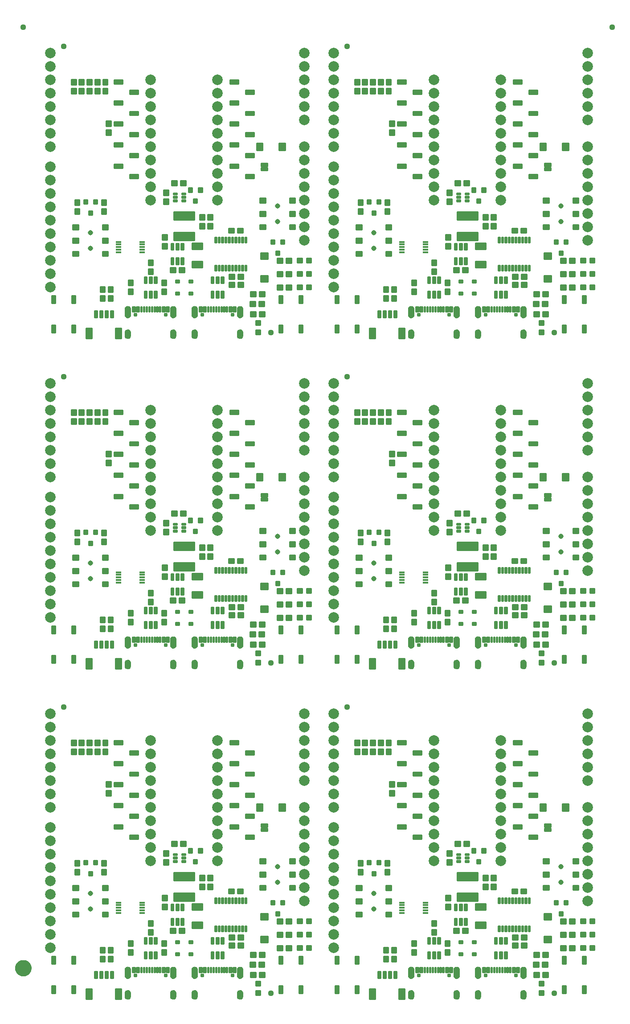
<source format=gts>
G04 EAGLE Gerber RS-274X export*
G75*
%MOMM*%
%FSLAX34Y34*%
%LPD*%
%INSoldermask Top*%
%IPPOS*%
%AMOC8*
5,1,8,0,0,1.08239X$1,22.5*%
G01*
%ADD10C,0.225588*%
%ADD11C,0.225369*%
%ADD12C,0.225400*%
%ADD13C,1.127000*%
%ADD14C,0.222250*%
%ADD15C,2.006600*%
%ADD16C,0.428259*%
%ADD17C,0.223409*%
%ADD18C,0.224509*%
%ADD19C,0.223519*%
%ADD20C,0.224709*%
%ADD21C,0.230578*%
%ADD22C,0.777000*%
%ADD23C,0.977000*%
%ADD24C,0.227100*%
%ADD25C,0.228600*%
%ADD26C,0.231750*%
%ADD27C,0.226609*%
%ADD28R,1.100000X0.400000*%
%ADD29C,1.270000*%
%ADD30C,1.627000*%

G36*
X839464Y1297643D02*
X839464Y1297643D01*
X839470Y1297649D01*
X839475Y1297645D01*
X840705Y1298010D01*
X840710Y1298017D01*
X840715Y1298015D01*
X841834Y1298645D01*
X841837Y1298652D01*
X841843Y1298651D01*
X842793Y1299514D01*
X842794Y1299522D01*
X842800Y1299522D01*
X843534Y1300575D01*
X843534Y1300583D01*
X843539Y1300585D01*
X844021Y1301775D01*
X844019Y1301780D01*
X844023Y1301783D01*
X844022Y1301784D01*
X844024Y1301785D01*
X844229Y1303052D01*
X844226Y1303057D01*
X844229Y1303060D01*
X844229Y1315060D01*
X844226Y1315064D01*
X844229Y1315067D01*
X844074Y1316189D01*
X844069Y1316194D01*
X844072Y1316198D01*
X843701Y1317269D01*
X843695Y1317273D01*
X843697Y1317278D01*
X843124Y1318255D01*
X843118Y1318258D01*
X843119Y1318263D01*
X842366Y1319110D01*
X842359Y1319112D01*
X842359Y1319117D01*
X841456Y1319801D01*
X841449Y1319801D01*
X841448Y1319806D01*
X840429Y1320301D01*
X840422Y1320299D01*
X840420Y1320304D01*
X839323Y1320591D01*
X839317Y1320588D01*
X839314Y1320592D01*
X838183Y1320659D01*
X838177Y1320659D01*
X837046Y1320592D01*
X837041Y1320587D01*
X837037Y1320591D01*
X835940Y1320304D01*
X835936Y1320298D01*
X835931Y1320301D01*
X834912Y1319806D01*
X834909Y1319800D01*
X834904Y1319801D01*
X834001Y1319117D01*
X833999Y1319110D01*
X833994Y1319110D01*
X833241Y1318263D01*
X833241Y1318256D01*
X833236Y1318255D01*
X832663Y1317278D01*
X832664Y1317275D01*
X832663Y1317274D01*
X832664Y1317273D01*
X832664Y1317271D01*
X832659Y1317269D01*
X832288Y1316198D01*
X832290Y1316193D01*
X832287Y1316191D01*
X832287Y1316190D01*
X832286Y1316189D01*
X832131Y1315067D01*
X832134Y1315062D01*
X832131Y1315060D01*
X832131Y1303060D01*
X832134Y1303055D01*
X832131Y1303052D01*
X832336Y1301785D01*
X832342Y1301779D01*
X832339Y1301775D01*
X832821Y1300585D01*
X832828Y1300581D01*
X832826Y1300575D01*
X833560Y1299522D01*
X833568Y1299520D01*
X833567Y1299514D01*
X834517Y1298651D01*
X834526Y1298650D01*
X834526Y1298645D01*
X835645Y1298015D01*
X835653Y1298016D01*
X835655Y1298010D01*
X836885Y1297645D01*
X836893Y1297648D01*
X836896Y1297643D01*
X838177Y1297561D01*
X838181Y1297564D01*
X838183Y1297561D01*
X839464Y1297643D01*
G37*
G36*
X300984Y1297643D02*
X300984Y1297643D01*
X300990Y1297649D01*
X300995Y1297645D01*
X302225Y1298010D01*
X302230Y1298017D01*
X302235Y1298015D01*
X303354Y1298645D01*
X303357Y1298652D01*
X303363Y1298651D01*
X304313Y1299514D01*
X304314Y1299522D01*
X304320Y1299522D01*
X305054Y1300575D01*
X305054Y1300583D01*
X305059Y1300585D01*
X305541Y1301775D01*
X305539Y1301780D01*
X305543Y1301783D01*
X305542Y1301784D01*
X305544Y1301785D01*
X305749Y1303052D01*
X305746Y1303057D01*
X305749Y1303060D01*
X305749Y1315060D01*
X305746Y1315064D01*
X305749Y1315067D01*
X305594Y1316189D01*
X305589Y1316194D01*
X305592Y1316198D01*
X305221Y1317269D01*
X305215Y1317273D01*
X305217Y1317278D01*
X304644Y1318255D01*
X304638Y1318258D01*
X304639Y1318263D01*
X303886Y1319110D01*
X303879Y1319112D01*
X303879Y1319117D01*
X302976Y1319801D01*
X302969Y1319801D01*
X302968Y1319806D01*
X301949Y1320301D01*
X301942Y1320299D01*
X301940Y1320304D01*
X300843Y1320591D01*
X300837Y1320588D01*
X300834Y1320592D01*
X299703Y1320659D01*
X299697Y1320659D01*
X298566Y1320592D01*
X298561Y1320587D01*
X298557Y1320591D01*
X297460Y1320304D01*
X297456Y1320298D01*
X297451Y1320301D01*
X296432Y1319806D01*
X296429Y1319800D01*
X296424Y1319801D01*
X295521Y1319117D01*
X295519Y1319110D01*
X295514Y1319110D01*
X294761Y1318263D01*
X294761Y1318256D01*
X294756Y1318255D01*
X294183Y1317278D01*
X294184Y1317275D01*
X294183Y1317274D01*
X294184Y1317273D01*
X294184Y1317271D01*
X294179Y1317269D01*
X293808Y1316198D01*
X293810Y1316193D01*
X293807Y1316191D01*
X293807Y1316190D01*
X293806Y1316189D01*
X293651Y1315067D01*
X293654Y1315062D01*
X293651Y1315060D01*
X293651Y1303060D01*
X293654Y1303055D01*
X293651Y1303052D01*
X293856Y1301785D01*
X293862Y1301779D01*
X293859Y1301775D01*
X294341Y1300585D01*
X294348Y1300581D01*
X294346Y1300575D01*
X295080Y1299522D01*
X295088Y1299520D01*
X295087Y1299514D01*
X296037Y1298651D01*
X296046Y1298650D01*
X296046Y1298645D01*
X297165Y1298015D01*
X297173Y1298016D01*
X297175Y1298010D01*
X298405Y1297645D01*
X298413Y1297648D01*
X298416Y1297643D01*
X299697Y1297561D01*
X299701Y1297564D01*
X299703Y1297561D01*
X300984Y1297643D01*
G37*
G36*
X173984Y1297643D02*
X173984Y1297643D01*
X173990Y1297649D01*
X173995Y1297645D01*
X175225Y1298010D01*
X175230Y1298017D01*
X175235Y1298015D01*
X176354Y1298645D01*
X176357Y1298652D01*
X176363Y1298651D01*
X177313Y1299514D01*
X177314Y1299522D01*
X177320Y1299522D01*
X178054Y1300575D01*
X178054Y1300583D01*
X178059Y1300585D01*
X178541Y1301775D01*
X178539Y1301780D01*
X178543Y1301783D01*
X178542Y1301784D01*
X178544Y1301785D01*
X178749Y1303052D01*
X178746Y1303057D01*
X178749Y1303060D01*
X178749Y1315060D01*
X178746Y1315064D01*
X178749Y1315067D01*
X178594Y1316189D01*
X178589Y1316194D01*
X178592Y1316198D01*
X178221Y1317269D01*
X178215Y1317273D01*
X178217Y1317278D01*
X177644Y1318255D01*
X177638Y1318258D01*
X177639Y1318263D01*
X176886Y1319110D01*
X176879Y1319112D01*
X176879Y1319117D01*
X175976Y1319801D01*
X175969Y1319801D01*
X175968Y1319806D01*
X174949Y1320301D01*
X174942Y1320299D01*
X174940Y1320304D01*
X173843Y1320591D01*
X173837Y1320588D01*
X173834Y1320592D01*
X172703Y1320659D01*
X172697Y1320659D01*
X171566Y1320592D01*
X171561Y1320587D01*
X171557Y1320591D01*
X170460Y1320304D01*
X170456Y1320298D01*
X170451Y1320301D01*
X169432Y1319806D01*
X169429Y1319800D01*
X169424Y1319801D01*
X168521Y1319117D01*
X168519Y1319110D01*
X168514Y1319110D01*
X167761Y1318263D01*
X167761Y1318256D01*
X167756Y1318255D01*
X167183Y1317278D01*
X167184Y1317275D01*
X167183Y1317274D01*
X167184Y1317273D01*
X167184Y1317271D01*
X167179Y1317269D01*
X166808Y1316198D01*
X166810Y1316193D01*
X166807Y1316191D01*
X166807Y1316190D01*
X166806Y1316189D01*
X166651Y1315067D01*
X166654Y1315062D01*
X166651Y1315060D01*
X166651Y1303060D01*
X166654Y1303055D01*
X166651Y1303052D01*
X166856Y1301785D01*
X166862Y1301779D01*
X166859Y1301775D01*
X167341Y1300585D01*
X167348Y1300581D01*
X167346Y1300575D01*
X168080Y1299522D01*
X168088Y1299520D01*
X168087Y1299514D01*
X169037Y1298651D01*
X169046Y1298650D01*
X169046Y1298645D01*
X170165Y1298015D01*
X170173Y1298016D01*
X170175Y1298010D01*
X171405Y1297645D01*
X171413Y1297648D01*
X171416Y1297643D01*
X172697Y1297561D01*
X172701Y1297564D01*
X172703Y1297561D01*
X173984Y1297643D01*
G37*
G36*
X387384Y1297643D02*
X387384Y1297643D01*
X387390Y1297649D01*
X387395Y1297645D01*
X388625Y1298010D01*
X388630Y1298017D01*
X388635Y1298015D01*
X389754Y1298645D01*
X389757Y1298652D01*
X389763Y1298651D01*
X390713Y1299514D01*
X390714Y1299522D01*
X390720Y1299522D01*
X391454Y1300575D01*
X391454Y1300583D01*
X391459Y1300585D01*
X391941Y1301775D01*
X391939Y1301780D01*
X391943Y1301783D01*
X391942Y1301784D01*
X391944Y1301785D01*
X392149Y1303052D01*
X392146Y1303057D01*
X392149Y1303060D01*
X392149Y1315060D01*
X392146Y1315064D01*
X392149Y1315067D01*
X391994Y1316189D01*
X391989Y1316194D01*
X391992Y1316198D01*
X391621Y1317269D01*
X391615Y1317273D01*
X391617Y1317278D01*
X391044Y1318255D01*
X391038Y1318258D01*
X391039Y1318263D01*
X390286Y1319110D01*
X390279Y1319112D01*
X390279Y1319117D01*
X389376Y1319801D01*
X389369Y1319801D01*
X389368Y1319806D01*
X388349Y1320301D01*
X388342Y1320299D01*
X388340Y1320304D01*
X387243Y1320591D01*
X387237Y1320588D01*
X387234Y1320592D01*
X386103Y1320659D01*
X386097Y1320659D01*
X384966Y1320592D01*
X384961Y1320587D01*
X384957Y1320591D01*
X383860Y1320304D01*
X383856Y1320298D01*
X383851Y1320301D01*
X382832Y1319806D01*
X382829Y1319800D01*
X382824Y1319801D01*
X381921Y1319117D01*
X381919Y1319110D01*
X381914Y1319110D01*
X381161Y1318263D01*
X381161Y1318256D01*
X381156Y1318255D01*
X380583Y1317278D01*
X380584Y1317275D01*
X380583Y1317274D01*
X380584Y1317273D01*
X380584Y1317271D01*
X380579Y1317269D01*
X380208Y1316198D01*
X380210Y1316193D01*
X380207Y1316191D01*
X380207Y1316190D01*
X380206Y1316189D01*
X380051Y1315067D01*
X380054Y1315062D01*
X380051Y1315060D01*
X380051Y1303060D01*
X380054Y1303055D01*
X380051Y1303052D01*
X380256Y1301785D01*
X380262Y1301779D01*
X380259Y1301775D01*
X380741Y1300585D01*
X380748Y1300581D01*
X380746Y1300575D01*
X381480Y1299522D01*
X381488Y1299520D01*
X381487Y1299514D01*
X382437Y1298651D01*
X382446Y1298650D01*
X382446Y1298645D01*
X383565Y1298015D01*
X383573Y1298016D01*
X383575Y1298010D01*
X384805Y1297645D01*
X384813Y1297648D01*
X384816Y1297643D01*
X386097Y1297561D01*
X386101Y1297564D01*
X386103Y1297561D01*
X387384Y1297643D01*
G37*
G36*
X260384Y1297643D02*
X260384Y1297643D01*
X260390Y1297649D01*
X260395Y1297645D01*
X261625Y1298010D01*
X261630Y1298017D01*
X261635Y1298015D01*
X262754Y1298645D01*
X262757Y1298652D01*
X262763Y1298651D01*
X263713Y1299514D01*
X263714Y1299522D01*
X263720Y1299522D01*
X264454Y1300575D01*
X264454Y1300583D01*
X264459Y1300585D01*
X264941Y1301775D01*
X264939Y1301780D01*
X264943Y1301783D01*
X264942Y1301784D01*
X264944Y1301785D01*
X265149Y1303052D01*
X265146Y1303057D01*
X265149Y1303060D01*
X265149Y1315060D01*
X265146Y1315064D01*
X265149Y1315067D01*
X264994Y1316189D01*
X264989Y1316194D01*
X264992Y1316198D01*
X264621Y1317269D01*
X264615Y1317273D01*
X264617Y1317278D01*
X264044Y1318255D01*
X264038Y1318258D01*
X264039Y1318263D01*
X263286Y1319110D01*
X263279Y1319112D01*
X263279Y1319117D01*
X262376Y1319801D01*
X262369Y1319801D01*
X262368Y1319806D01*
X261349Y1320301D01*
X261342Y1320299D01*
X261340Y1320304D01*
X260243Y1320591D01*
X260237Y1320588D01*
X260234Y1320592D01*
X259103Y1320659D01*
X259097Y1320659D01*
X257966Y1320592D01*
X257961Y1320587D01*
X257957Y1320591D01*
X256860Y1320304D01*
X256856Y1320298D01*
X256851Y1320301D01*
X255832Y1319806D01*
X255829Y1319800D01*
X255824Y1319801D01*
X254921Y1319117D01*
X254919Y1319110D01*
X254914Y1319110D01*
X254161Y1318263D01*
X254161Y1318256D01*
X254156Y1318255D01*
X253583Y1317278D01*
X253584Y1317275D01*
X253583Y1317274D01*
X253584Y1317273D01*
X253584Y1317271D01*
X253579Y1317269D01*
X253208Y1316198D01*
X253210Y1316193D01*
X253207Y1316191D01*
X253207Y1316190D01*
X253206Y1316189D01*
X253051Y1315067D01*
X253054Y1315062D01*
X253051Y1315060D01*
X253051Y1303060D01*
X253054Y1303055D01*
X253051Y1303052D01*
X253256Y1301785D01*
X253262Y1301779D01*
X253259Y1301775D01*
X253741Y1300585D01*
X253748Y1300581D01*
X253746Y1300575D01*
X254480Y1299522D01*
X254488Y1299520D01*
X254487Y1299514D01*
X255437Y1298651D01*
X255446Y1298650D01*
X255446Y1298645D01*
X256565Y1298015D01*
X256573Y1298016D01*
X256575Y1298010D01*
X257805Y1297645D01*
X257813Y1297648D01*
X257816Y1297643D01*
X259097Y1297561D01*
X259101Y1297564D01*
X259103Y1297561D01*
X260384Y1297643D01*
G37*
G36*
X925864Y1297643D02*
X925864Y1297643D01*
X925870Y1297649D01*
X925875Y1297645D01*
X927105Y1298010D01*
X927110Y1298017D01*
X927115Y1298015D01*
X928234Y1298645D01*
X928237Y1298652D01*
X928243Y1298651D01*
X929193Y1299514D01*
X929194Y1299522D01*
X929200Y1299522D01*
X929934Y1300575D01*
X929934Y1300583D01*
X929939Y1300585D01*
X930421Y1301775D01*
X930419Y1301780D01*
X930423Y1301783D01*
X930422Y1301784D01*
X930424Y1301785D01*
X930629Y1303052D01*
X930626Y1303057D01*
X930629Y1303060D01*
X930629Y1315060D01*
X930626Y1315064D01*
X930629Y1315067D01*
X930474Y1316189D01*
X930469Y1316194D01*
X930472Y1316198D01*
X930101Y1317269D01*
X930095Y1317273D01*
X930097Y1317278D01*
X929524Y1318255D01*
X929518Y1318258D01*
X929519Y1318263D01*
X928766Y1319110D01*
X928759Y1319112D01*
X928759Y1319117D01*
X927856Y1319801D01*
X927849Y1319801D01*
X927848Y1319806D01*
X926829Y1320301D01*
X926822Y1320299D01*
X926820Y1320304D01*
X925723Y1320591D01*
X925717Y1320588D01*
X925714Y1320592D01*
X924583Y1320659D01*
X924577Y1320659D01*
X923446Y1320592D01*
X923441Y1320587D01*
X923437Y1320591D01*
X922340Y1320304D01*
X922336Y1320298D01*
X922331Y1320301D01*
X921312Y1319806D01*
X921309Y1319800D01*
X921304Y1319801D01*
X920401Y1319117D01*
X920399Y1319110D01*
X920394Y1319110D01*
X919641Y1318263D01*
X919641Y1318256D01*
X919636Y1318255D01*
X919063Y1317278D01*
X919064Y1317275D01*
X919063Y1317274D01*
X919064Y1317273D01*
X919064Y1317271D01*
X919059Y1317269D01*
X918688Y1316198D01*
X918690Y1316193D01*
X918687Y1316191D01*
X918687Y1316190D01*
X918686Y1316189D01*
X918531Y1315067D01*
X918534Y1315062D01*
X918531Y1315060D01*
X918531Y1303060D01*
X918534Y1303055D01*
X918531Y1303052D01*
X918736Y1301785D01*
X918742Y1301779D01*
X918739Y1301775D01*
X919221Y1300585D01*
X919228Y1300581D01*
X919226Y1300575D01*
X919960Y1299522D01*
X919968Y1299520D01*
X919967Y1299514D01*
X920917Y1298651D01*
X920926Y1298650D01*
X920926Y1298645D01*
X922045Y1298015D01*
X922053Y1298016D01*
X922055Y1298010D01*
X923285Y1297645D01*
X923293Y1297648D01*
X923296Y1297643D01*
X924577Y1297561D01*
X924581Y1297564D01*
X924583Y1297561D01*
X925864Y1297643D01*
G37*
G36*
X798864Y1297643D02*
X798864Y1297643D01*
X798870Y1297649D01*
X798875Y1297645D01*
X800105Y1298010D01*
X800110Y1298017D01*
X800115Y1298015D01*
X801234Y1298645D01*
X801237Y1298652D01*
X801243Y1298651D01*
X802193Y1299514D01*
X802194Y1299522D01*
X802200Y1299522D01*
X802934Y1300575D01*
X802934Y1300583D01*
X802939Y1300585D01*
X803421Y1301775D01*
X803419Y1301780D01*
X803423Y1301783D01*
X803422Y1301784D01*
X803424Y1301785D01*
X803629Y1303052D01*
X803626Y1303057D01*
X803629Y1303060D01*
X803629Y1315060D01*
X803626Y1315064D01*
X803629Y1315067D01*
X803474Y1316189D01*
X803469Y1316194D01*
X803472Y1316198D01*
X803101Y1317269D01*
X803095Y1317273D01*
X803097Y1317278D01*
X802524Y1318255D01*
X802518Y1318258D01*
X802519Y1318263D01*
X801766Y1319110D01*
X801759Y1319112D01*
X801759Y1319117D01*
X800856Y1319801D01*
X800849Y1319801D01*
X800848Y1319806D01*
X799829Y1320301D01*
X799822Y1320299D01*
X799820Y1320304D01*
X798723Y1320591D01*
X798717Y1320588D01*
X798714Y1320592D01*
X797583Y1320659D01*
X797577Y1320659D01*
X796446Y1320592D01*
X796441Y1320587D01*
X796437Y1320591D01*
X795340Y1320304D01*
X795336Y1320298D01*
X795331Y1320301D01*
X794312Y1319806D01*
X794309Y1319800D01*
X794304Y1319801D01*
X793401Y1319117D01*
X793399Y1319110D01*
X793394Y1319110D01*
X792641Y1318263D01*
X792641Y1318256D01*
X792636Y1318255D01*
X792063Y1317278D01*
X792064Y1317275D01*
X792063Y1317274D01*
X792064Y1317273D01*
X792064Y1317271D01*
X792059Y1317269D01*
X791688Y1316198D01*
X791690Y1316193D01*
X791687Y1316191D01*
X791687Y1316190D01*
X791686Y1316189D01*
X791531Y1315067D01*
X791534Y1315062D01*
X791531Y1315060D01*
X791531Y1303060D01*
X791534Y1303055D01*
X791531Y1303052D01*
X791736Y1301785D01*
X791742Y1301779D01*
X791739Y1301775D01*
X792221Y1300585D01*
X792228Y1300581D01*
X792226Y1300575D01*
X792960Y1299522D01*
X792968Y1299520D01*
X792967Y1299514D01*
X793917Y1298651D01*
X793926Y1298650D01*
X793926Y1298645D01*
X795045Y1298015D01*
X795053Y1298016D01*
X795055Y1298010D01*
X796285Y1297645D01*
X796293Y1297648D01*
X796296Y1297643D01*
X797577Y1297561D01*
X797581Y1297564D01*
X797583Y1297561D01*
X798864Y1297643D01*
G37*
G36*
X712464Y1297643D02*
X712464Y1297643D01*
X712470Y1297649D01*
X712475Y1297645D01*
X713705Y1298010D01*
X713710Y1298017D01*
X713715Y1298015D01*
X714834Y1298645D01*
X714837Y1298652D01*
X714843Y1298651D01*
X715793Y1299514D01*
X715794Y1299522D01*
X715800Y1299522D01*
X716534Y1300575D01*
X716534Y1300583D01*
X716539Y1300585D01*
X717021Y1301775D01*
X717019Y1301780D01*
X717023Y1301783D01*
X717022Y1301784D01*
X717024Y1301785D01*
X717229Y1303052D01*
X717226Y1303057D01*
X717229Y1303060D01*
X717229Y1315060D01*
X717226Y1315064D01*
X717229Y1315067D01*
X717074Y1316189D01*
X717069Y1316194D01*
X717072Y1316198D01*
X716701Y1317269D01*
X716695Y1317273D01*
X716697Y1317278D01*
X716124Y1318255D01*
X716118Y1318258D01*
X716119Y1318263D01*
X715366Y1319110D01*
X715359Y1319112D01*
X715359Y1319117D01*
X714456Y1319801D01*
X714449Y1319801D01*
X714448Y1319806D01*
X713429Y1320301D01*
X713422Y1320299D01*
X713420Y1320304D01*
X712323Y1320591D01*
X712317Y1320588D01*
X712314Y1320592D01*
X711183Y1320659D01*
X711177Y1320659D01*
X710046Y1320592D01*
X710041Y1320587D01*
X710037Y1320591D01*
X708940Y1320304D01*
X708936Y1320298D01*
X708931Y1320301D01*
X707912Y1319806D01*
X707909Y1319800D01*
X707904Y1319801D01*
X707001Y1319117D01*
X706999Y1319110D01*
X706994Y1319110D01*
X706241Y1318263D01*
X706241Y1318256D01*
X706236Y1318255D01*
X705663Y1317278D01*
X705664Y1317275D01*
X705663Y1317274D01*
X705664Y1317273D01*
X705664Y1317271D01*
X705659Y1317269D01*
X705288Y1316198D01*
X705290Y1316193D01*
X705287Y1316191D01*
X705287Y1316190D01*
X705286Y1316189D01*
X705131Y1315067D01*
X705134Y1315062D01*
X705131Y1315060D01*
X705131Y1303060D01*
X705134Y1303055D01*
X705131Y1303052D01*
X705336Y1301785D01*
X705342Y1301779D01*
X705339Y1301775D01*
X705821Y1300585D01*
X705828Y1300581D01*
X705826Y1300575D01*
X706560Y1299522D01*
X706568Y1299520D01*
X706567Y1299514D01*
X707517Y1298651D01*
X707526Y1298650D01*
X707526Y1298645D01*
X708645Y1298015D01*
X708653Y1298016D01*
X708655Y1298010D01*
X709885Y1297645D01*
X709893Y1297648D01*
X709896Y1297643D01*
X711177Y1297561D01*
X711181Y1297564D01*
X711183Y1297561D01*
X712464Y1297643D01*
G37*
G36*
X925864Y670263D02*
X925864Y670263D01*
X925870Y670269D01*
X925875Y670265D01*
X927105Y670630D01*
X927110Y670637D01*
X927115Y670635D01*
X928234Y671265D01*
X928237Y671272D01*
X928243Y671271D01*
X929193Y672134D01*
X929194Y672142D01*
X929200Y672142D01*
X929934Y673195D01*
X929934Y673203D01*
X929939Y673205D01*
X930421Y674395D01*
X930419Y674400D01*
X930423Y674403D01*
X930422Y674404D01*
X930424Y674405D01*
X930629Y675672D01*
X930626Y675677D01*
X930629Y675680D01*
X930629Y687680D01*
X930626Y687684D01*
X930629Y687687D01*
X930474Y688809D01*
X930469Y688814D01*
X930472Y688818D01*
X930101Y689889D01*
X930095Y689893D01*
X930097Y689898D01*
X929524Y690875D01*
X929518Y690878D01*
X929519Y690883D01*
X928766Y691730D01*
X928759Y691732D01*
X928759Y691737D01*
X927856Y692421D01*
X927849Y692421D01*
X927848Y692426D01*
X926829Y692921D01*
X926822Y692919D01*
X926820Y692924D01*
X925723Y693211D01*
X925717Y693208D01*
X925714Y693212D01*
X924583Y693279D01*
X924577Y693279D01*
X923446Y693212D01*
X923441Y693207D01*
X923437Y693211D01*
X922340Y692924D01*
X922336Y692918D01*
X922331Y692921D01*
X921312Y692426D01*
X921309Y692420D01*
X921304Y692421D01*
X920401Y691737D01*
X920399Y691730D01*
X920394Y691730D01*
X919641Y690883D01*
X919641Y690876D01*
X919636Y690875D01*
X919063Y689898D01*
X919064Y689895D01*
X919063Y689894D01*
X919064Y689893D01*
X919064Y689891D01*
X919059Y689889D01*
X918688Y688818D01*
X918690Y688813D01*
X918687Y688811D01*
X918687Y688810D01*
X918686Y688809D01*
X918531Y687687D01*
X918534Y687682D01*
X918531Y687680D01*
X918531Y675680D01*
X918534Y675675D01*
X918531Y675672D01*
X918736Y674405D01*
X918742Y674399D01*
X918739Y674395D01*
X919221Y673205D01*
X919228Y673201D01*
X919226Y673195D01*
X919960Y672142D01*
X919968Y672140D01*
X919967Y672134D01*
X920917Y671271D01*
X920926Y671270D01*
X920926Y671265D01*
X922045Y670635D01*
X922053Y670636D01*
X922055Y670630D01*
X923285Y670265D01*
X923293Y670268D01*
X923296Y670263D01*
X924577Y670181D01*
X924581Y670184D01*
X924583Y670181D01*
X925864Y670263D01*
G37*
G36*
X260384Y670263D02*
X260384Y670263D01*
X260390Y670269D01*
X260395Y670265D01*
X261625Y670630D01*
X261630Y670637D01*
X261635Y670635D01*
X262754Y671265D01*
X262757Y671272D01*
X262763Y671271D01*
X263713Y672134D01*
X263714Y672142D01*
X263720Y672142D01*
X264454Y673195D01*
X264454Y673203D01*
X264459Y673205D01*
X264941Y674395D01*
X264939Y674400D01*
X264943Y674403D01*
X264942Y674404D01*
X264944Y674405D01*
X265149Y675672D01*
X265146Y675677D01*
X265149Y675680D01*
X265149Y687680D01*
X265146Y687684D01*
X265149Y687687D01*
X264994Y688809D01*
X264989Y688814D01*
X264992Y688818D01*
X264621Y689889D01*
X264615Y689893D01*
X264617Y689898D01*
X264044Y690875D01*
X264038Y690878D01*
X264039Y690883D01*
X263286Y691730D01*
X263279Y691732D01*
X263279Y691737D01*
X262376Y692421D01*
X262369Y692421D01*
X262368Y692426D01*
X261349Y692921D01*
X261342Y692919D01*
X261340Y692924D01*
X260243Y693211D01*
X260237Y693208D01*
X260234Y693212D01*
X259103Y693279D01*
X259097Y693279D01*
X257966Y693212D01*
X257961Y693207D01*
X257957Y693211D01*
X256860Y692924D01*
X256856Y692918D01*
X256851Y692921D01*
X255832Y692426D01*
X255829Y692420D01*
X255824Y692421D01*
X254921Y691737D01*
X254919Y691730D01*
X254914Y691730D01*
X254161Y690883D01*
X254161Y690876D01*
X254156Y690875D01*
X253583Y689898D01*
X253584Y689895D01*
X253583Y689894D01*
X253584Y689893D01*
X253584Y689891D01*
X253579Y689889D01*
X253208Y688818D01*
X253210Y688813D01*
X253207Y688811D01*
X253207Y688810D01*
X253206Y688809D01*
X253051Y687687D01*
X253054Y687682D01*
X253051Y687680D01*
X253051Y675680D01*
X253054Y675675D01*
X253051Y675672D01*
X253256Y674405D01*
X253262Y674399D01*
X253259Y674395D01*
X253741Y673205D01*
X253748Y673201D01*
X253746Y673195D01*
X254480Y672142D01*
X254488Y672140D01*
X254487Y672134D01*
X255437Y671271D01*
X255446Y671270D01*
X255446Y671265D01*
X256565Y670635D01*
X256573Y670636D01*
X256575Y670630D01*
X257805Y670265D01*
X257813Y670268D01*
X257816Y670263D01*
X259097Y670181D01*
X259101Y670184D01*
X259103Y670181D01*
X260384Y670263D01*
G37*
G36*
X173984Y670263D02*
X173984Y670263D01*
X173990Y670269D01*
X173995Y670265D01*
X175225Y670630D01*
X175230Y670637D01*
X175235Y670635D01*
X176354Y671265D01*
X176357Y671272D01*
X176363Y671271D01*
X177313Y672134D01*
X177314Y672142D01*
X177320Y672142D01*
X178054Y673195D01*
X178054Y673203D01*
X178059Y673205D01*
X178541Y674395D01*
X178539Y674400D01*
X178543Y674403D01*
X178542Y674404D01*
X178544Y674405D01*
X178749Y675672D01*
X178746Y675677D01*
X178749Y675680D01*
X178749Y687680D01*
X178746Y687684D01*
X178749Y687687D01*
X178594Y688809D01*
X178589Y688814D01*
X178592Y688818D01*
X178221Y689889D01*
X178215Y689893D01*
X178217Y689898D01*
X177644Y690875D01*
X177638Y690878D01*
X177639Y690883D01*
X176886Y691730D01*
X176879Y691732D01*
X176879Y691737D01*
X175976Y692421D01*
X175969Y692421D01*
X175968Y692426D01*
X174949Y692921D01*
X174942Y692919D01*
X174940Y692924D01*
X173843Y693211D01*
X173837Y693208D01*
X173834Y693212D01*
X172703Y693279D01*
X172697Y693279D01*
X171566Y693212D01*
X171561Y693207D01*
X171557Y693211D01*
X170460Y692924D01*
X170456Y692918D01*
X170451Y692921D01*
X169432Y692426D01*
X169429Y692420D01*
X169424Y692421D01*
X168521Y691737D01*
X168519Y691730D01*
X168514Y691730D01*
X167761Y690883D01*
X167761Y690876D01*
X167756Y690875D01*
X167183Y689898D01*
X167184Y689895D01*
X167183Y689894D01*
X167184Y689893D01*
X167184Y689891D01*
X167179Y689889D01*
X166808Y688818D01*
X166810Y688813D01*
X166807Y688811D01*
X166807Y688810D01*
X166806Y688809D01*
X166651Y687687D01*
X166654Y687682D01*
X166651Y687680D01*
X166651Y675680D01*
X166654Y675675D01*
X166651Y675672D01*
X166856Y674405D01*
X166862Y674399D01*
X166859Y674395D01*
X167341Y673205D01*
X167348Y673201D01*
X167346Y673195D01*
X168080Y672142D01*
X168088Y672140D01*
X168087Y672134D01*
X169037Y671271D01*
X169046Y671270D01*
X169046Y671265D01*
X170165Y670635D01*
X170173Y670636D01*
X170175Y670630D01*
X171405Y670265D01*
X171413Y670268D01*
X171416Y670263D01*
X172697Y670181D01*
X172701Y670184D01*
X172703Y670181D01*
X173984Y670263D01*
G37*
G36*
X300984Y670263D02*
X300984Y670263D01*
X300990Y670269D01*
X300995Y670265D01*
X302225Y670630D01*
X302230Y670637D01*
X302235Y670635D01*
X303354Y671265D01*
X303357Y671272D01*
X303363Y671271D01*
X304313Y672134D01*
X304314Y672142D01*
X304320Y672142D01*
X305054Y673195D01*
X305054Y673203D01*
X305059Y673205D01*
X305541Y674395D01*
X305539Y674400D01*
X305543Y674403D01*
X305542Y674404D01*
X305544Y674405D01*
X305749Y675672D01*
X305746Y675677D01*
X305749Y675680D01*
X305749Y687680D01*
X305746Y687684D01*
X305749Y687687D01*
X305594Y688809D01*
X305589Y688814D01*
X305592Y688818D01*
X305221Y689889D01*
X305215Y689893D01*
X305217Y689898D01*
X304644Y690875D01*
X304638Y690878D01*
X304639Y690883D01*
X303886Y691730D01*
X303879Y691732D01*
X303879Y691737D01*
X302976Y692421D01*
X302969Y692421D01*
X302968Y692426D01*
X301949Y692921D01*
X301942Y692919D01*
X301940Y692924D01*
X300843Y693211D01*
X300837Y693208D01*
X300834Y693212D01*
X299703Y693279D01*
X299697Y693279D01*
X298566Y693212D01*
X298561Y693207D01*
X298557Y693211D01*
X297460Y692924D01*
X297456Y692918D01*
X297451Y692921D01*
X296432Y692426D01*
X296429Y692420D01*
X296424Y692421D01*
X295521Y691737D01*
X295519Y691730D01*
X295514Y691730D01*
X294761Y690883D01*
X294761Y690876D01*
X294756Y690875D01*
X294183Y689898D01*
X294184Y689895D01*
X294183Y689894D01*
X294184Y689893D01*
X294184Y689891D01*
X294179Y689889D01*
X293808Y688818D01*
X293810Y688813D01*
X293807Y688811D01*
X293807Y688810D01*
X293806Y688809D01*
X293651Y687687D01*
X293654Y687682D01*
X293651Y687680D01*
X293651Y675680D01*
X293654Y675675D01*
X293651Y675672D01*
X293856Y674405D01*
X293862Y674399D01*
X293859Y674395D01*
X294341Y673205D01*
X294348Y673201D01*
X294346Y673195D01*
X295080Y672142D01*
X295088Y672140D01*
X295087Y672134D01*
X296037Y671271D01*
X296046Y671270D01*
X296046Y671265D01*
X297165Y670635D01*
X297173Y670636D01*
X297175Y670630D01*
X298405Y670265D01*
X298413Y670268D01*
X298416Y670263D01*
X299697Y670181D01*
X299701Y670184D01*
X299703Y670181D01*
X300984Y670263D01*
G37*
G36*
X798864Y670263D02*
X798864Y670263D01*
X798870Y670269D01*
X798875Y670265D01*
X800105Y670630D01*
X800110Y670637D01*
X800115Y670635D01*
X801234Y671265D01*
X801237Y671272D01*
X801243Y671271D01*
X802193Y672134D01*
X802194Y672142D01*
X802200Y672142D01*
X802934Y673195D01*
X802934Y673203D01*
X802939Y673205D01*
X803421Y674395D01*
X803419Y674400D01*
X803423Y674403D01*
X803422Y674404D01*
X803424Y674405D01*
X803629Y675672D01*
X803626Y675677D01*
X803629Y675680D01*
X803629Y687680D01*
X803626Y687684D01*
X803629Y687687D01*
X803474Y688809D01*
X803469Y688814D01*
X803472Y688818D01*
X803101Y689889D01*
X803095Y689893D01*
X803097Y689898D01*
X802524Y690875D01*
X802518Y690878D01*
X802519Y690883D01*
X801766Y691730D01*
X801759Y691732D01*
X801759Y691737D01*
X800856Y692421D01*
X800849Y692421D01*
X800848Y692426D01*
X799829Y692921D01*
X799822Y692919D01*
X799820Y692924D01*
X798723Y693211D01*
X798717Y693208D01*
X798714Y693212D01*
X797583Y693279D01*
X797577Y693279D01*
X796446Y693212D01*
X796441Y693207D01*
X796437Y693211D01*
X795340Y692924D01*
X795336Y692918D01*
X795331Y692921D01*
X794312Y692426D01*
X794309Y692420D01*
X794304Y692421D01*
X793401Y691737D01*
X793399Y691730D01*
X793394Y691730D01*
X792641Y690883D01*
X792641Y690876D01*
X792636Y690875D01*
X792063Y689898D01*
X792064Y689895D01*
X792063Y689894D01*
X792064Y689893D01*
X792064Y689891D01*
X792059Y689889D01*
X791688Y688818D01*
X791690Y688813D01*
X791687Y688811D01*
X791687Y688810D01*
X791686Y688809D01*
X791531Y687687D01*
X791534Y687682D01*
X791531Y687680D01*
X791531Y675680D01*
X791534Y675675D01*
X791531Y675672D01*
X791736Y674405D01*
X791742Y674399D01*
X791739Y674395D01*
X792221Y673205D01*
X792228Y673201D01*
X792226Y673195D01*
X792960Y672142D01*
X792968Y672140D01*
X792967Y672134D01*
X793917Y671271D01*
X793926Y671270D01*
X793926Y671265D01*
X795045Y670635D01*
X795053Y670636D01*
X795055Y670630D01*
X796285Y670265D01*
X796293Y670268D01*
X796296Y670263D01*
X797577Y670181D01*
X797581Y670184D01*
X797583Y670181D01*
X798864Y670263D01*
G37*
G36*
X839464Y670263D02*
X839464Y670263D01*
X839470Y670269D01*
X839475Y670265D01*
X840705Y670630D01*
X840710Y670637D01*
X840715Y670635D01*
X841834Y671265D01*
X841837Y671272D01*
X841843Y671271D01*
X842793Y672134D01*
X842794Y672142D01*
X842800Y672142D01*
X843534Y673195D01*
X843534Y673203D01*
X843539Y673205D01*
X844021Y674395D01*
X844019Y674400D01*
X844023Y674403D01*
X844022Y674404D01*
X844024Y674405D01*
X844229Y675672D01*
X844226Y675677D01*
X844229Y675680D01*
X844229Y687680D01*
X844226Y687684D01*
X844229Y687687D01*
X844074Y688809D01*
X844069Y688814D01*
X844072Y688818D01*
X843701Y689889D01*
X843695Y689893D01*
X843697Y689898D01*
X843124Y690875D01*
X843118Y690878D01*
X843119Y690883D01*
X842366Y691730D01*
X842359Y691732D01*
X842359Y691737D01*
X841456Y692421D01*
X841449Y692421D01*
X841448Y692426D01*
X840429Y692921D01*
X840422Y692919D01*
X840420Y692924D01*
X839323Y693211D01*
X839317Y693208D01*
X839314Y693212D01*
X838183Y693279D01*
X838177Y693279D01*
X837046Y693212D01*
X837041Y693207D01*
X837037Y693211D01*
X835940Y692924D01*
X835936Y692918D01*
X835931Y692921D01*
X834912Y692426D01*
X834909Y692420D01*
X834904Y692421D01*
X834001Y691737D01*
X833999Y691730D01*
X833994Y691730D01*
X833241Y690883D01*
X833241Y690876D01*
X833236Y690875D01*
X832663Y689898D01*
X832664Y689895D01*
X832663Y689894D01*
X832664Y689893D01*
X832664Y689891D01*
X832659Y689889D01*
X832288Y688818D01*
X832290Y688813D01*
X832287Y688811D01*
X832287Y688810D01*
X832286Y688809D01*
X832131Y687687D01*
X832134Y687682D01*
X832131Y687680D01*
X832131Y675680D01*
X832134Y675675D01*
X832131Y675672D01*
X832336Y674405D01*
X832342Y674399D01*
X832339Y674395D01*
X832821Y673205D01*
X832828Y673201D01*
X832826Y673195D01*
X833560Y672142D01*
X833568Y672140D01*
X833567Y672134D01*
X834517Y671271D01*
X834526Y671270D01*
X834526Y671265D01*
X835645Y670635D01*
X835653Y670636D01*
X835655Y670630D01*
X836885Y670265D01*
X836893Y670268D01*
X836896Y670263D01*
X838177Y670181D01*
X838181Y670184D01*
X838183Y670181D01*
X839464Y670263D01*
G37*
G36*
X387384Y670263D02*
X387384Y670263D01*
X387390Y670269D01*
X387395Y670265D01*
X388625Y670630D01*
X388630Y670637D01*
X388635Y670635D01*
X389754Y671265D01*
X389757Y671272D01*
X389763Y671271D01*
X390713Y672134D01*
X390714Y672142D01*
X390720Y672142D01*
X391454Y673195D01*
X391454Y673203D01*
X391459Y673205D01*
X391941Y674395D01*
X391939Y674400D01*
X391943Y674403D01*
X391942Y674404D01*
X391944Y674405D01*
X392149Y675672D01*
X392146Y675677D01*
X392149Y675680D01*
X392149Y687680D01*
X392146Y687684D01*
X392149Y687687D01*
X391994Y688809D01*
X391989Y688814D01*
X391992Y688818D01*
X391621Y689889D01*
X391615Y689893D01*
X391617Y689898D01*
X391044Y690875D01*
X391038Y690878D01*
X391039Y690883D01*
X390286Y691730D01*
X390279Y691732D01*
X390279Y691737D01*
X389376Y692421D01*
X389369Y692421D01*
X389368Y692426D01*
X388349Y692921D01*
X388342Y692919D01*
X388340Y692924D01*
X387243Y693211D01*
X387237Y693208D01*
X387234Y693212D01*
X386103Y693279D01*
X386097Y693279D01*
X384966Y693212D01*
X384961Y693207D01*
X384957Y693211D01*
X383860Y692924D01*
X383856Y692918D01*
X383851Y692921D01*
X382832Y692426D01*
X382829Y692420D01*
X382824Y692421D01*
X381921Y691737D01*
X381919Y691730D01*
X381914Y691730D01*
X381161Y690883D01*
X381161Y690876D01*
X381156Y690875D01*
X380583Y689898D01*
X380584Y689895D01*
X380583Y689894D01*
X380584Y689893D01*
X380584Y689891D01*
X380579Y689889D01*
X380208Y688818D01*
X380210Y688813D01*
X380207Y688811D01*
X380207Y688810D01*
X380206Y688809D01*
X380051Y687687D01*
X380054Y687682D01*
X380051Y687680D01*
X380051Y675680D01*
X380054Y675675D01*
X380051Y675672D01*
X380256Y674405D01*
X380262Y674399D01*
X380259Y674395D01*
X380741Y673205D01*
X380748Y673201D01*
X380746Y673195D01*
X381480Y672142D01*
X381488Y672140D01*
X381487Y672134D01*
X382437Y671271D01*
X382446Y671270D01*
X382446Y671265D01*
X383565Y670635D01*
X383573Y670636D01*
X383575Y670630D01*
X384805Y670265D01*
X384813Y670268D01*
X384816Y670263D01*
X386097Y670181D01*
X386101Y670184D01*
X386103Y670181D01*
X387384Y670263D01*
G37*
G36*
X712464Y670263D02*
X712464Y670263D01*
X712470Y670269D01*
X712475Y670265D01*
X713705Y670630D01*
X713710Y670637D01*
X713715Y670635D01*
X714834Y671265D01*
X714837Y671272D01*
X714843Y671271D01*
X715793Y672134D01*
X715794Y672142D01*
X715800Y672142D01*
X716534Y673195D01*
X716534Y673203D01*
X716539Y673205D01*
X717021Y674395D01*
X717019Y674400D01*
X717023Y674403D01*
X717022Y674404D01*
X717024Y674405D01*
X717229Y675672D01*
X717226Y675677D01*
X717229Y675680D01*
X717229Y687680D01*
X717226Y687684D01*
X717229Y687687D01*
X717074Y688809D01*
X717069Y688814D01*
X717072Y688818D01*
X716701Y689889D01*
X716695Y689893D01*
X716697Y689898D01*
X716124Y690875D01*
X716118Y690878D01*
X716119Y690883D01*
X715366Y691730D01*
X715359Y691732D01*
X715359Y691737D01*
X714456Y692421D01*
X714449Y692421D01*
X714448Y692426D01*
X713429Y692921D01*
X713422Y692919D01*
X713420Y692924D01*
X712323Y693211D01*
X712317Y693208D01*
X712314Y693212D01*
X711183Y693279D01*
X711177Y693279D01*
X710046Y693212D01*
X710041Y693207D01*
X710037Y693211D01*
X708940Y692924D01*
X708936Y692918D01*
X708931Y692921D01*
X707912Y692426D01*
X707909Y692420D01*
X707904Y692421D01*
X707001Y691737D01*
X706999Y691730D01*
X706994Y691730D01*
X706241Y690883D01*
X706241Y690876D01*
X706236Y690875D01*
X705663Y689898D01*
X705664Y689895D01*
X705663Y689894D01*
X705664Y689893D01*
X705664Y689891D01*
X705659Y689889D01*
X705288Y688818D01*
X705290Y688813D01*
X705287Y688811D01*
X705287Y688810D01*
X705286Y688809D01*
X705131Y687687D01*
X705134Y687682D01*
X705131Y687680D01*
X705131Y675680D01*
X705134Y675675D01*
X705131Y675672D01*
X705336Y674405D01*
X705342Y674399D01*
X705339Y674395D01*
X705821Y673205D01*
X705828Y673201D01*
X705826Y673195D01*
X706560Y672142D01*
X706568Y672140D01*
X706567Y672134D01*
X707517Y671271D01*
X707526Y671270D01*
X707526Y671265D01*
X708645Y670635D01*
X708653Y670636D01*
X708655Y670630D01*
X709885Y670265D01*
X709893Y670268D01*
X709896Y670263D01*
X711177Y670181D01*
X711181Y670184D01*
X711183Y670181D01*
X712464Y670263D01*
G37*
G36*
X925864Y42883D02*
X925864Y42883D01*
X925870Y42889D01*
X925875Y42885D01*
X927105Y43250D01*
X927110Y43257D01*
X927115Y43255D01*
X928234Y43885D01*
X928237Y43892D01*
X928243Y43891D01*
X929193Y44754D01*
X929194Y44762D01*
X929200Y44762D01*
X929934Y45815D01*
X929934Y45823D01*
X929939Y45825D01*
X930421Y47015D01*
X930419Y47020D01*
X930423Y47023D01*
X930422Y47024D01*
X930424Y47025D01*
X930629Y48292D01*
X930626Y48297D01*
X930629Y48300D01*
X930629Y60300D01*
X930626Y60304D01*
X930629Y60307D01*
X930474Y61429D01*
X930469Y61434D01*
X930472Y61438D01*
X930101Y62509D01*
X930095Y62513D01*
X930097Y62518D01*
X929524Y63495D01*
X929518Y63498D01*
X929519Y63503D01*
X928766Y64350D01*
X928759Y64352D01*
X928759Y64357D01*
X927856Y65041D01*
X927849Y65041D01*
X927848Y65046D01*
X926829Y65541D01*
X926822Y65539D01*
X926820Y65544D01*
X925723Y65831D01*
X925717Y65828D01*
X925714Y65832D01*
X924583Y65899D01*
X924577Y65899D01*
X923446Y65832D01*
X923441Y65827D01*
X923437Y65831D01*
X922340Y65544D01*
X922336Y65538D01*
X922331Y65541D01*
X921312Y65046D01*
X921309Y65040D01*
X921304Y65041D01*
X920401Y64357D01*
X920399Y64350D01*
X920394Y64350D01*
X919641Y63503D01*
X919641Y63496D01*
X919636Y63495D01*
X919063Y62518D01*
X919064Y62515D01*
X919063Y62514D01*
X919064Y62513D01*
X919064Y62511D01*
X919059Y62509D01*
X918688Y61438D01*
X918690Y61433D01*
X918687Y61431D01*
X918687Y61430D01*
X918686Y61429D01*
X918531Y60307D01*
X918534Y60302D01*
X918531Y60300D01*
X918531Y48300D01*
X918534Y48295D01*
X918531Y48292D01*
X918736Y47025D01*
X918742Y47019D01*
X918739Y47015D01*
X919221Y45825D01*
X919228Y45821D01*
X919226Y45815D01*
X919960Y44762D01*
X919968Y44760D01*
X919967Y44754D01*
X920917Y43891D01*
X920926Y43890D01*
X920926Y43885D01*
X922045Y43255D01*
X922053Y43256D01*
X922055Y43250D01*
X923285Y42885D01*
X923293Y42888D01*
X923296Y42883D01*
X924577Y42801D01*
X924581Y42804D01*
X924583Y42801D01*
X925864Y42883D01*
G37*
G36*
X387384Y42883D02*
X387384Y42883D01*
X387390Y42889D01*
X387395Y42885D01*
X388625Y43250D01*
X388630Y43257D01*
X388635Y43255D01*
X389754Y43885D01*
X389757Y43892D01*
X389763Y43891D01*
X390713Y44754D01*
X390714Y44762D01*
X390720Y44762D01*
X391454Y45815D01*
X391454Y45823D01*
X391459Y45825D01*
X391941Y47015D01*
X391939Y47020D01*
X391943Y47023D01*
X391942Y47024D01*
X391944Y47025D01*
X392149Y48292D01*
X392146Y48297D01*
X392149Y48300D01*
X392149Y60300D01*
X392146Y60304D01*
X392149Y60307D01*
X391994Y61429D01*
X391989Y61434D01*
X391992Y61438D01*
X391621Y62509D01*
X391615Y62513D01*
X391617Y62518D01*
X391044Y63495D01*
X391038Y63498D01*
X391039Y63503D01*
X390286Y64350D01*
X390279Y64352D01*
X390279Y64357D01*
X389376Y65041D01*
X389369Y65041D01*
X389368Y65046D01*
X388349Y65541D01*
X388342Y65539D01*
X388340Y65544D01*
X387243Y65831D01*
X387237Y65828D01*
X387234Y65832D01*
X386103Y65899D01*
X386097Y65899D01*
X384966Y65832D01*
X384961Y65827D01*
X384957Y65831D01*
X383860Y65544D01*
X383856Y65538D01*
X383851Y65541D01*
X382832Y65046D01*
X382829Y65040D01*
X382824Y65041D01*
X381921Y64357D01*
X381919Y64350D01*
X381914Y64350D01*
X381161Y63503D01*
X381161Y63496D01*
X381156Y63495D01*
X380583Y62518D01*
X380584Y62515D01*
X380583Y62514D01*
X380584Y62513D01*
X380584Y62511D01*
X380579Y62509D01*
X380208Y61438D01*
X380210Y61433D01*
X380207Y61431D01*
X380207Y61430D01*
X380206Y61429D01*
X380051Y60307D01*
X380054Y60302D01*
X380051Y60300D01*
X380051Y48300D01*
X380054Y48295D01*
X380051Y48292D01*
X380256Y47025D01*
X380262Y47019D01*
X380259Y47015D01*
X380741Y45825D01*
X380748Y45821D01*
X380746Y45815D01*
X381480Y44762D01*
X381488Y44760D01*
X381487Y44754D01*
X382437Y43891D01*
X382446Y43890D01*
X382446Y43885D01*
X383565Y43255D01*
X383573Y43256D01*
X383575Y43250D01*
X384805Y42885D01*
X384813Y42888D01*
X384816Y42883D01*
X386097Y42801D01*
X386101Y42804D01*
X386103Y42801D01*
X387384Y42883D01*
G37*
G36*
X260384Y42883D02*
X260384Y42883D01*
X260390Y42889D01*
X260395Y42885D01*
X261625Y43250D01*
X261630Y43257D01*
X261635Y43255D01*
X262754Y43885D01*
X262757Y43892D01*
X262763Y43891D01*
X263713Y44754D01*
X263714Y44762D01*
X263720Y44762D01*
X264454Y45815D01*
X264454Y45823D01*
X264459Y45825D01*
X264941Y47015D01*
X264939Y47020D01*
X264943Y47023D01*
X264942Y47024D01*
X264944Y47025D01*
X265149Y48292D01*
X265146Y48297D01*
X265149Y48300D01*
X265149Y60300D01*
X265146Y60304D01*
X265149Y60307D01*
X264994Y61429D01*
X264989Y61434D01*
X264992Y61438D01*
X264621Y62509D01*
X264615Y62513D01*
X264617Y62518D01*
X264044Y63495D01*
X264038Y63498D01*
X264039Y63503D01*
X263286Y64350D01*
X263279Y64352D01*
X263279Y64357D01*
X262376Y65041D01*
X262369Y65041D01*
X262368Y65046D01*
X261349Y65541D01*
X261342Y65539D01*
X261340Y65544D01*
X260243Y65831D01*
X260237Y65828D01*
X260234Y65832D01*
X259103Y65899D01*
X259097Y65899D01*
X257966Y65832D01*
X257961Y65827D01*
X257957Y65831D01*
X256860Y65544D01*
X256856Y65538D01*
X256851Y65541D01*
X255832Y65046D01*
X255829Y65040D01*
X255824Y65041D01*
X254921Y64357D01*
X254919Y64350D01*
X254914Y64350D01*
X254161Y63503D01*
X254161Y63496D01*
X254156Y63495D01*
X253583Y62518D01*
X253584Y62515D01*
X253583Y62514D01*
X253584Y62513D01*
X253584Y62511D01*
X253579Y62509D01*
X253208Y61438D01*
X253210Y61433D01*
X253207Y61431D01*
X253207Y61430D01*
X253206Y61429D01*
X253051Y60307D01*
X253054Y60302D01*
X253051Y60300D01*
X253051Y48300D01*
X253054Y48295D01*
X253051Y48292D01*
X253256Y47025D01*
X253262Y47019D01*
X253259Y47015D01*
X253741Y45825D01*
X253748Y45821D01*
X253746Y45815D01*
X254480Y44762D01*
X254488Y44760D01*
X254487Y44754D01*
X255437Y43891D01*
X255446Y43890D01*
X255446Y43885D01*
X256565Y43255D01*
X256573Y43256D01*
X256575Y43250D01*
X257805Y42885D01*
X257813Y42888D01*
X257816Y42883D01*
X259097Y42801D01*
X259101Y42804D01*
X259103Y42801D01*
X260384Y42883D01*
G37*
G36*
X839464Y42883D02*
X839464Y42883D01*
X839470Y42889D01*
X839475Y42885D01*
X840705Y43250D01*
X840710Y43257D01*
X840715Y43255D01*
X841834Y43885D01*
X841837Y43892D01*
X841843Y43891D01*
X842793Y44754D01*
X842794Y44762D01*
X842800Y44762D01*
X843534Y45815D01*
X843534Y45823D01*
X843539Y45825D01*
X844021Y47015D01*
X844019Y47020D01*
X844023Y47023D01*
X844022Y47024D01*
X844024Y47025D01*
X844229Y48292D01*
X844226Y48297D01*
X844229Y48300D01*
X844229Y60300D01*
X844226Y60304D01*
X844229Y60307D01*
X844074Y61429D01*
X844069Y61434D01*
X844072Y61438D01*
X843701Y62509D01*
X843695Y62513D01*
X843697Y62518D01*
X843124Y63495D01*
X843118Y63498D01*
X843119Y63503D01*
X842366Y64350D01*
X842359Y64352D01*
X842359Y64357D01*
X841456Y65041D01*
X841449Y65041D01*
X841448Y65046D01*
X840429Y65541D01*
X840422Y65539D01*
X840420Y65544D01*
X839323Y65831D01*
X839317Y65828D01*
X839314Y65832D01*
X838183Y65899D01*
X838177Y65899D01*
X837046Y65832D01*
X837041Y65827D01*
X837037Y65831D01*
X835940Y65544D01*
X835936Y65538D01*
X835931Y65541D01*
X834912Y65046D01*
X834909Y65040D01*
X834904Y65041D01*
X834001Y64357D01*
X833999Y64350D01*
X833994Y64350D01*
X833241Y63503D01*
X833241Y63496D01*
X833236Y63495D01*
X832663Y62518D01*
X832664Y62515D01*
X832663Y62514D01*
X832664Y62513D01*
X832664Y62511D01*
X832659Y62509D01*
X832288Y61438D01*
X832290Y61433D01*
X832287Y61431D01*
X832287Y61430D01*
X832286Y61429D01*
X832131Y60307D01*
X832134Y60302D01*
X832131Y60300D01*
X832131Y48300D01*
X832134Y48295D01*
X832131Y48292D01*
X832336Y47025D01*
X832342Y47019D01*
X832339Y47015D01*
X832821Y45825D01*
X832828Y45821D01*
X832826Y45815D01*
X833560Y44762D01*
X833568Y44760D01*
X833567Y44754D01*
X834517Y43891D01*
X834526Y43890D01*
X834526Y43885D01*
X835645Y43255D01*
X835653Y43256D01*
X835655Y43250D01*
X836885Y42885D01*
X836893Y42888D01*
X836896Y42883D01*
X838177Y42801D01*
X838181Y42804D01*
X838183Y42801D01*
X839464Y42883D01*
G37*
G36*
X798864Y42883D02*
X798864Y42883D01*
X798870Y42889D01*
X798875Y42885D01*
X800105Y43250D01*
X800110Y43257D01*
X800115Y43255D01*
X801234Y43885D01*
X801237Y43892D01*
X801243Y43891D01*
X802193Y44754D01*
X802194Y44762D01*
X802200Y44762D01*
X802934Y45815D01*
X802934Y45823D01*
X802939Y45825D01*
X803421Y47015D01*
X803419Y47020D01*
X803423Y47023D01*
X803422Y47024D01*
X803424Y47025D01*
X803629Y48292D01*
X803626Y48297D01*
X803629Y48300D01*
X803629Y60300D01*
X803626Y60304D01*
X803629Y60307D01*
X803474Y61429D01*
X803469Y61434D01*
X803472Y61438D01*
X803101Y62509D01*
X803095Y62513D01*
X803097Y62518D01*
X802524Y63495D01*
X802518Y63498D01*
X802519Y63503D01*
X801766Y64350D01*
X801759Y64352D01*
X801759Y64357D01*
X800856Y65041D01*
X800849Y65041D01*
X800848Y65046D01*
X799829Y65541D01*
X799822Y65539D01*
X799820Y65544D01*
X798723Y65831D01*
X798717Y65828D01*
X798714Y65832D01*
X797583Y65899D01*
X797577Y65899D01*
X796446Y65832D01*
X796441Y65827D01*
X796437Y65831D01*
X795340Y65544D01*
X795336Y65538D01*
X795331Y65541D01*
X794312Y65046D01*
X794309Y65040D01*
X794304Y65041D01*
X793401Y64357D01*
X793399Y64350D01*
X793394Y64350D01*
X792641Y63503D01*
X792641Y63496D01*
X792636Y63495D01*
X792063Y62518D01*
X792064Y62515D01*
X792063Y62514D01*
X792064Y62513D01*
X792064Y62511D01*
X792059Y62509D01*
X791688Y61438D01*
X791690Y61433D01*
X791687Y61431D01*
X791687Y61430D01*
X791686Y61429D01*
X791531Y60307D01*
X791534Y60302D01*
X791531Y60300D01*
X791531Y48300D01*
X791534Y48295D01*
X791531Y48292D01*
X791736Y47025D01*
X791742Y47019D01*
X791739Y47015D01*
X792221Y45825D01*
X792228Y45821D01*
X792226Y45815D01*
X792960Y44762D01*
X792968Y44760D01*
X792967Y44754D01*
X793917Y43891D01*
X793926Y43890D01*
X793926Y43885D01*
X795045Y43255D01*
X795053Y43256D01*
X795055Y43250D01*
X796285Y42885D01*
X796293Y42888D01*
X796296Y42883D01*
X797577Y42801D01*
X797581Y42804D01*
X797583Y42801D01*
X798864Y42883D01*
G37*
G36*
X173984Y42883D02*
X173984Y42883D01*
X173990Y42889D01*
X173995Y42885D01*
X175225Y43250D01*
X175230Y43257D01*
X175235Y43255D01*
X176354Y43885D01*
X176357Y43892D01*
X176363Y43891D01*
X177313Y44754D01*
X177314Y44762D01*
X177320Y44762D01*
X178054Y45815D01*
X178054Y45823D01*
X178059Y45825D01*
X178541Y47015D01*
X178539Y47020D01*
X178543Y47023D01*
X178542Y47024D01*
X178544Y47025D01*
X178749Y48292D01*
X178746Y48297D01*
X178749Y48300D01*
X178749Y60300D01*
X178746Y60304D01*
X178749Y60307D01*
X178594Y61429D01*
X178589Y61434D01*
X178592Y61438D01*
X178221Y62509D01*
X178215Y62513D01*
X178217Y62518D01*
X177644Y63495D01*
X177638Y63498D01*
X177639Y63503D01*
X176886Y64350D01*
X176879Y64352D01*
X176879Y64357D01*
X175976Y65041D01*
X175969Y65041D01*
X175968Y65046D01*
X174949Y65541D01*
X174942Y65539D01*
X174940Y65544D01*
X173843Y65831D01*
X173837Y65828D01*
X173834Y65832D01*
X172703Y65899D01*
X172697Y65899D01*
X171566Y65832D01*
X171561Y65827D01*
X171557Y65831D01*
X170460Y65544D01*
X170456Y65538D01*
X170451Y65541D01*
X169432Y65046D01*
X169429Y65040D01*
X169424Y65041D01*
X168521Y64357D01*
X168519Y64350D01*
X168514Y64350D01*
X167761Y63503D01*
X167761Y63496D01*
X167756Y63495D01*
X167183Y62518D01*
X167184Y62515D01*
X167183Y62514D01*
X167184Y62513D01*
X167184Y62511D01*
X167179Y62509D01*
X166808Y61438D01*
X166810Y61433D01*
X166807Y61431D01*
X166807Y61430D01*
X166806Y61429D01*
X166651Y60307D01*
X166654Y60302D01*
X166651Y60300D01*
X166651Y48300D01*
X166654Y48295D01*
X166651Y48292D01*
X166856Y47025D01*
X166862Y47019D01*
X166859Y47015D01*
X167341Y45825D01*
X167348Y45821D01*
X167346Y45815D01*
X168080Y44762D01*
X168088Y44760D01*
X168087Y44754D01*
X169037Y43891D01*
X169046Y43890D01*
X169046Y43885D01*
X170165Y43255D01*
X170173Y43256D01*
X170175Y43250D01*
X171405Y42885D01*
X171413Y42888D01*
X171416Y42883D01*
X172697Y42801D01*
X172701Y42804D01*
X172703Y42801D01*
X173984Y42883D01*
G37*
G36*
X712464Y42883D02*
X712464Y42883D01*
X712470Y42889D01*
X712475Y42885D01*
X713705Y43250D01*
X713710Y43257D01*
X713715Y43255D01*
X714834Y43885D01*
X714837Y43892D01*
X714843Y43891D01*
X715793Y44754D01*
X715794Y44762D01*
X715800Y44762D01*
X716534Y45815D01*
X716534Y45823D01*
X716539Y45825D01*
X717021Y47015D01*
X717019Y47020D01*
X717023Y47023D01*
X717022Y47024D01*
X717024Y47025D01*
X717229Y48292D01*
X717226Y48297D01*
X717229Y48300D01*
X717229Y60300D01*
X717226Y60304D01*
X717229Y60307D01*
X717074Y61429D01*
X717069Y61434D01*
X717072Y61438D01*
X716701Y62509D01*
X716695Y62513D01*
X716697Y62518D01*
X716124Y63495D01*
X716118Y63498D01*
X716119Y63503D01*
X715366Y64350D01*
X715359Y64352D01*
X715359Y64357D01*
X714456Y65041D01*
X714449Y65041D01*
X714448Y65046D01*
X713429Y65541D01*
X713422Y65539D01*
X713420Y65544D01*
X712323Y65831D01*
X712317Y65828D01*
X712314Y65832D01*
X711183Y65899D01*
X711177Y65899D01*
X710046Y65832D01*
X710041Y65827D01*
X710037Y65831D01*
X708940Y65544D01*
X708936Y65538D01*
X708931Y65541D01*
X707912Y65046D01*
X707909Y65040D01*
X707904Y65041D01*
X707001Y64357D01*
X706999Y64350D01*
X706994Y64350D01*
X706241Y63503D01*
X706241Y63496D01*
X706236Y63495D01*
X705663Y62518D01*
X705664Y62515D01*
X705663Y62514D01*
X705664Y62513D01*
X705664Y62511D01*
X705659Y62509D01*
X705288Y61438D01*
X705290Y61433D01*
X705287Y61431D01*
X705287Y61430D01*
X705286Y61429D01*
X705131Y60307D01*
X705134Y60302D01*
X705131Y60300D01*
X705131Y48300D01*
X705134Y48295D01*
X705131Y48292D01*
X705336Y47025D01*
X705342Y47019D01*
X705339Y47015D01*
X705821Y45825D01*
X705828Y45821D01*
X705826Y45815D01*
X706560Y44762D01*
X706568Y44760D01*
X706567Y44754D01*
X707517Y43891D01*
X707526Y43890D01*
X707526Y43885D01*
X708645Y43255D01*
X708653Y43256D01*
X708655Y43250D01*
X709885Y42885D01*
X709893Y42888D01*
X709896Y42883D01*
X711177Y42801D01*
X711181Y42804D01*
X711183Y42801D01*
X712464Y42883D01*
G37*
G36*
X300984Y42883D02*
X300984Y42883D01*
X300990Y42889D01*
X300995Y42885D01*
X302225Y43250D01*
X302230Y43257D01*
X302235Y43255D01*
X303354Y43885D01*
X303357Y43892D01*
X303363Y43891D01*
X304313Y44754D01*
X304314Y44762D01*
X304320Y44762D01*
X305054Y45815D01*
X305054Y45823D01*
X305059Y45825D01*
X305541Y47015D01*
X305539Y47020D01*
X305543Y47023D01*
X305542Y47024D01*
X305544Y47025D01*
X305749Y48292D01*
X305746Y48297D01*
X305749Y48300D01*
X305749Y60300D01*
X305746Y60304D01*
X305749Y60307D01*
X305594Y61429D01*
X305589Y61434D01*
X305592Y61438D01*
X305221Y62509D01*
X305215Y62513D01*
X305217Y62518D01*
X304644Y63495D01*
X304638Y63498D01*
X304639Y63503D01*
X303886Y64350D01*
X303879Y64352D01*
X303879Y64357D01*
X302976Y65041D01*
X302969Y65041D01*
X302968Y65046D01*
X301949Y65541D01*
X301942Y65539D01*
X301940Y65544D01*
X300843Y65831D01*
X300837Y65828D01*
X300834Y65832D01*
X299703Y65899D01*
X299697Y65899D01*
X298566Y65832D01*
X298561Y65827D01*
X298557Y65831D01*
X297460Y65544D01*
X297456Y65538D01*
X297451Y65541D01*
X296432Y65046D01*
X296429Y65040D01*
X296424Y65041D01*
X295521Y64357D01*
X295519Y64350D01*
X295514Y64350D01*
X294761Y63503D01*
X294761Y63496D01*
X294756Y63495D01*
X294183Y62518D01*
X294184Y62515D01*
X294183Y62514D01*
X294184Y62513D01*
X294184Y62511D01*
X294179Y62509D01*
X293808Y61438D01*
X293810Y61433D01*
X293807Y61431D01*
X293807Y61430D01*
X293806Y61429D01*
X293651Y60307D01*
X293654Y60302D01*
X293651Y60300D01*
X293651Y48300D01*
X293654Y48295D01*
X293651Y48292D01*
X293856Y47025D01*
X293862Y47019D01*
X293859Y47015D01*
X294341Y45825D01*
X294348Y45821D01*
X294346Y45815D01*
X295080Y44762D01*
X295088Y44760D01*
X295087Y44754D01*
X296037Y43891D01*
X296046Y43890D01*
X296046Y43885D01*
X297165Y43255D01*
X297173Y43256D01*
X297175Y43250D01*
X298405Y42885D01*
X298413Y42888D01*
X298416Y42883D01*
X299697Y42801D01*
X299701Y42804D01*
X299703Y42801D01*
X300984Y42883D01*
G37*
G36*
X173871Y630991D02*
X173871Y630991D01*
X173876Y630996D01*
X173880Y630993D01*
X175003Y631328D01*
X175007Y631334D01*
X175011Y631332D01*
X176047Y631880D01*
X176050Y631886D01*
X176055Y631885D01*
X176963Y632624D01*
X176965Y632631D01*
X176970Y632631D01*
X177717Y633533D01*
X177717Y633541D01*
X177723Y633541D01*
X178279Y634572D01*
X178278Y634579D01*
X178283Y634581D01*
X178627Y635700D01*
X178625Y635707D01*
X178629Y635710D01*
X178749Y636875D01*
X178747Y636878D01*
X178749Y636880D01*
X178749Y642880D01*
X178747Y642883D01*
X178749Y642885D01*
X178638Y644061D01*
X178633Y644066D01*
X178636Y644070D01*
X178298Y645202D01*
X178292Y645206D01*
X178294Y645211D01*
X177742Y646255D01*
X177735Y646258D01*
X177737Y646263D01*
X176991Y647179D01*
X176984Y647180D01*
X176984Y647186D01*
X176075Y647939D01*
X176067Y647939D01*
X176067Y647944D01*
X175027Y648505D01*
X175020Y648504D01*
X175018Y648509D01*
X173889Y648856D01*
X173883Y648854D01*
X173880Y648858D01*
X172705Y648979D01*
X172698Y648975D01*
X172694Y648979D01*
X171354Y648822D01*
X171348Y648817D01*
X171343Y648820D01*
X170072Y648369D01*
X170067Y648362D01*
X170062Y648364D01*
X168923Y647642D01*
X168920Y647634D01*
X168914Y647635D01*
X167964Y646677D01*
X167963Y646669D01*
X167957Y646668D01*
X167244Y645523D01*
X167245Y645515D01*
X167239Y645513D01*
X166799Y644237D01*
X166801Y644230D01*
X166797Y644227D01*
X166651Y642885D01*
X166653Y642882D01*
X166651Y642880D01*
X166651Y636880D01*
X166653Y636877D01*
X166651Y636874D01*
X166806Y635545D01*
X166812Y635539D01*
X166809Y635535D01*
X167256Y634274D01*
X167263Y634269D01*
X167261Y634264D01*
X167978Y633134D01*
X167985Y633131D01*
X167984Y633125D01*
X168935Y632183D01*
X168943Y632182D01*
X168943Y632176D01*
X170079Y631469D01*
X170087Y631470D01*
X170089Y631464D01*
X171354Y631028D01*
X171359Y631029D01*
X171360Y631029D01*
X171363Y631029D01*
X171365Y631025D01*
X172695Y630881D01*
X172701Y630885D01*
X172705Y630881D01*
X173871Y630991D01*
G37*
G36*
X260271Y630991D02*
X260271Y630991D01*
X260276Y630996D01*
X260280Y630993D01*
X261403Y631328D01*
X261407Y631334D01*
X261411Y631332D01*
X262447Y631880D01*
X262450Y631886D01*
X262455Y631885D01*
X263363Y632624D01*
X263365Y632631D01*
X263370Y632631D01*
X264117Y633533D01*
X264117Y633541D01*
X264123Y633541D01*
X264679Y634572D01*
X264678Y634579D01*
X264683Y634581D01*
X265027Y635700D01*
X265025Y635707D01*
X265029Y635710D01*
X265149Y636875D01*
X265147Y636878D01*
X265149Y636880D01*
X265149Y642880D01*
X265147Y642883D01*
X265149Y642885D01*
X265038Y644061D01*
X265033Y644066D01*
X265036Y644070D01*
X264698Y645202D01*
X264692Y645206D01*
X264694Y645211D01*
X264142Y646255D01*
X264135Y646258D01*
X264137Y646263D01*
X263391Y647179D01*
X263384Y647180D01*
X263384Y647186D01*
X262475Y647939D01*
X262467Y647939D01*
X262467Y647944D01*
X261427Y648505D01*
X261420Y648504D01*
X261418Y648509D01*
X260289Y648856D01*
X260283Y648854D01*
X260280Y648858D01*
X259105Y648979D01*
X259098Y648975D01*
X259094Y648979D01*
X257754Y648822D01*
X257748Y648817D01*
X257743Y648820D01*
X256472Y648369D01*
X256467Y648362D01*
X256462Y648364D01*
X255323Y647642D01*
X255320Y647634D01*
X255314Y647635D01*
X254364Y646677D01*
X254363Y646669D01*
X254357Y646668D01*
X253644Y645523D01*
X253645Y645515D01*
X253639Y645513D01*
X253199Y644237D01*
X253201Y644230D01*
X253197Y644227D01*
X253051Y642885D01*
X253053Y642882D01*
X253051Y642880D01*
X253051Y636880D01*
X253053Y636877D01*
X253051Y636874D01*
X253206Y635545D01*
X253212Y635539D01*
X253209Y635535D01*
X253656Y634274D01*
X253663Y634269D01*
X253661Y634264D01*
X254378Y633134D01*
X254385Y633131D01*
X254384Y633125D01*
X255335Y632183D01*
X255343Y632182D01*
X255343Y632176D01*
X256479Y631469D01*
X256487Y631470D01*
X256489Y631464D01*
X257754Y631028D01*
X257759Y631029D01*
X257760Y631029D01*
X257763Y631029D01*
X257765Y631025D01*
X259095Y630881D01*
X259101Y630885D01*
X259105Y630881D01*
X260271Y630991D01*
G37*
G36*
X798751Y630991D02*
X798751Y630991D01*
X798756Y630996D01*
X798760Y630993D01*
X799883Y631328D01*
X799887Y631334D01*
X799891Y631332D01*
X800927Y631880D01*
X800930Y631886D01*
X800935Y631885D01*
X801843Y632624D01*
X801845Y632631D01*
X801850Y632631D01*
X802597Y633533D01*
X802597Y633541D01*
X802603Y633541D01*
X803159Y634572D01*
X803158Y634579D01*
X803163Y634581D01*
X803507Y635700D01*
X803505Y635707D01*
X803509Y635710D01*
X803629Y636875D01*
X803627Y636878D01*
X803629Y636880D01*
X803629Y642880D01*
X803627Y642883D01*
X803629Y642885D01*
X803518Y644061D01*
X803513Y644066D01*
X803516Y644070D01*
X803178Y645202D01*
X803172Y645206D01*
X803174Y645211D01*
X802622Y646255D01*
X802615Y646258D01*
X802617Y646263D01*
X801871Y647179D01*
X801864Y647180D01*
X801864Y647186D01*
X800955Y647939D01*
X800947Y647939D01*
X800947Y647944D01*
X799907Y648505D01*
X799900Y648504D01*
X799898Y648509D01*
X798769Y648856D01*
X798763Y648854D01*
X798760Y648858D01*
X797585Y648979D01*
X797578Y648975D01*
X797574Y648979D01*
X796234Y648822D01*
X796228Y648817D01*
X796223Y648820D01*
X794952Y648369D01*
X794947Y648362D01*
X794942Y648364D01*
X793803Y647642D01*
X793800Y647634D01*
X793794Y647635D01*
X792844Y646677D01*
X792843Y646669D01*
X792837Y646668D01*
X792124Y645523D01*
X792125Y645515D01*
X792119Y645513D01*
X791679Y644237D01*
X791681Y644230D01*
X791677Y644227D01*
X791531Y642885D01*
X791533Y642882D01*
X791531Y642880D01*
X791531Y636880D01*
X791533Y636877D01*
X791531Y636874D01*
X791686Y635545D01*
X791692Y635539D01*
X791689Y635535D01*
X792136Y634274D01*
X792143Y634269D01*
X792141Y634264D01*
X792858Y633134D01*
X792865Y633131D01*
X792864Y633125D01*
X793815Y632183D01*
X793823Y632182D01*
X793823Y632176D01*
X794959Y631469D01*
X794967Y631470D01*
X794969Y631464D01*
X796234Y631028D01*
X796239Y631029D01*
X796240Y631029D01*
X796243Y631029D01*
X796245Y631025D01*
X797575Y630881D01*
X797581Y630885D01*
X797585Y630881D01*
X798751Y630991D01*
G37*
G36*
X839351Y630991D02*
X839351Y630991D01*
X839356Y630996D01*
X839360Y630993D01*
X840483Y631328D01*
X840487Y631334D01*
X840491Y631332D01*
X841527Y631880D01*
X841530Y631886D01*
X841535Y631885D01*
X842443Y632624D01*
X842445Y632631D01*
X842450Y632631D01*
X843197Y633533D01*
X843197Y633541D01*
X843203Y633541D01*
X843759Y634572D01*
X843758Y634579D01*
X843763Y634581D01*
X844107Y635700D01*
X844105Y635707D01*
X844109Y635710D01*
X844229Y636875D01*
X844227Y636878D01*
X844229Y636880D01*
X844229Y642880D01*
X844227Y642883D01*
X844229Y642885D01*
X844118Y644061D01*
X844113Y644066D01*
X844116Y644070D01*
X843778Y645202D01*
X843772Y645206D01*
X843774Y645211D01*
X843222Y646255D01*
X843215Y646258D01*
X843217Y646263D01*
X842471Y647179D01*
X842464Y647180D01*
X842464Y647186D01*
X841555Y647939D01*
X841547Y647939D01*
X841547Y647944D01*
X840507Y648505D01*
X840500Y648504D01*
X840498Y648509D01*
X839369Y648856D01*
X839363Y648854D01*
X839360Y648858D01*
X838185Y648979D01*
X838178Y648975D01*
X838174Y648979D01*
X836834Y648822D01*
X836828Y648817D01*
X836823Y648820D01*
X835552Y648369D01*
X835547Y648362D01*
X835542Y648364D01*
X834403Y647642D01*
X834400Y647634D01*
X834394Y647635D01*
X833444Y646677D01*
X833443Y646669D01*
X833437Y646668D01*
X832724Y645523D01*
X832725Y645515D01*
X832719Y645513D01*
X832279Y644237D01*
X832281Y644230D01*
X832277Y644227D01*
X832131Y642885D01*
X832133Y642882D01*
X832131Y642880D01*
X832131Y636880D01*
X832133Y636877D01*
X832131Y636874D01*
X832286Y635545D01*
X832292Y635539D01*
X832289Y635535D01*
X832736Y634274D01*
X832743Y634269D01*
X832741Y634264D01*
X833458Y633134D01*
X833465Y633131D01*
X833464Y633125D01*
X834415Y632183D01*
X834423Y632182D01*
X834423Y632176D01*
X835559Y631469D01*
X835567Y631470D01*
X835569Y631464D01*
X836834Y631028D01*
X836839Y631029D01*
X836840Y631029D01*
X836843Y631029D01*
X836845Y631025D01*
X838175Y630881D01*
X838181Y630885D01*
X838185Y630881D01*
X839351Y630991D01*
G37*
G36*
X387271Y630991D02*
X387271Y630991D01*
X387276Y630996D01*
X387280Y630993D01*
X388403Y631328D01*
X388407Y631334D01*
X388411Y631332D01*
X389447Y631880D01*
X389450Y631886D01*
X389455Y631885D01*
X390363Y632624D01*
X390365Y632631D01*
X390370Y632631D01*
X391117Y633533D01*
X391117Y633541D01*
X391123Y633541D01*
X391679Y634572D01*
X391678Y634579D01*
X391683Y634581D01*
X392027Y635700D01*
X392025Y635707D01*
X392029Y635710D01*
X392149Y636875D01*
X392147Y636878D01*
X392149Y636880D01*
X392149Y642880D01*
X392147Y642883D01*
X392149Y642885D01*
X392038Y644061D01*
X392033Y644066D01*
X392036Y644070D01*
X391698Y645202D01*
X391692Y645206D01*
X391694Y645211D01*
X391142Y646255D01*
X391135Y646258D01*
X391137Y646263D01*
X390391Y647179D01*
X390384Y647180D01*
X390384Y647186D01*
X389475Y647939D01*
X389467Y647939D01*
X389467Y647944D01*
X388427Y648505D01*
X388420Y648504D01*
X388418Y648509D01*
X387289Y648856D01*
X387283Y648854D01*
X387280Y648858D01*
X386105Y648979D01*
X386098Y648975D01*
X386094Y648979D01*
X384754Y648822D01*
X384748Y648817D01*
X384743Y648820D01*
X383472Y648369D01*
X383467Y648362D01*
X383462Y648364D01*
X382323Y647642D01*
X382320Y647634D01*
X382314Y647635D01*
X381364Y646677D01*
X381363Y646669D01*
X381357Y646668D01*
X380644Y645523D01*
X380645Y645515D01*
X380639Y645513D01*
X380199Y644237D01*
X380201Y644230D01*
X380197Y644227D01*
X380051Y642885D01*
X380053Y642882D01*
X380051Y642880D01*
X380051Y636880D01*
X380053Y636877D01*
X380051Y636874D01*
X380206Y635545D01*
X380212Y635539D01*
X380209Y635535D01*
X380656Y634274D01*
X380663Y634269D01*
X380661Y634264D01*
X381378Y633134D01*
X381385Y633131D01*
X381384Y633125D01*
X382335Y632183D01*
X382343Y632182D01*
X382343Y632176D01*
X383479Y631469D01*
X383487Y631470D01*
X383489Y631464D01*
X384754Y631028D01*
X384759Y631029D01*
X384760Y631029D01*
X384763Y631029D01*
X384765Y631025D01*
X386095Y630881D01*
X386101Y630885D01*
X386105Y630881D01*
X387271Y630991D01*
G37*
G36*
X712351Y630991D02*
X712351Y630991D01*
X712356Y630996D01*
X712360Y630993D01*
X713483Y631328D01*
X713487Y631334D01*
X713491Y631332D01*
X714527Y631880D01*
X714530Y631886D01*
X714535Y631885D01*
X715443Y632624D01*
X715445Y632631D01*
X715450Y632631D01*
X716197Y633533D01*
X716197Y633541D01*
X716203Y633541D01*
X716759Y634572D01*
X716758Y634579D01*
X716763Y634581D01*
X717107Y635700D01*
X717105Y635707D01*
X717109Y635710D01*
X717229Y636875D01*
X717227Y636878D01*
X717229Y636880D01*
X717229Y642880D01*
X717227Y642883D01*
X717229Y642885D01*
X717118Y644061D01*
X717113Y644066D01*
X717116Y644070D01*
X716778Y645202D01*
X716772Y645206D01*
X716774Y645211D01*
X716222Y646255D01*
X716215Y646258D01*
X716217Y646263D01*
X715471Y647179D01*
X715464Y647180D01*
X715464Y647186D01*
X714555Y647939D01*
X714547Y647939D01*
X714547Y647944D01*
X713507Y648505D01*
X713500Y648504D01*
X713498Y648509D01*
X712369Y648856D01*
X712363Y648854D01*
X712360Y648858D01*
X711185Y648979D01*
X711178Y648975D01*
X711174Y648979D01*
X709834Y648822D01*
X709828Y648817D01*
X709823Y648820D01*
X708552Y648369D01*
X708547Y648362D01*
X708542Y648364D01*
X707403Y647642D01*
X707400Y647634D01*
X707394Y647635D01*
X706444Y646677D01*
X706443Y646669D01*
X706437Y646668D01*
X705724Y645523D01*
X705725Y645515D01*
X705719Y645513D01*
X705279Y644237D01*
X705281Y644230D01*
X705277Y644227D01*
X705131Y642885D01*
X705133Y642882D01*
X705131Y642880D01*
X705131Y636880D01*
X705133Y636877D01*
X705131Y636874D01*
X705286Y635545D01*
X705292Y635539D01*
X705289Y635535D01*
X705736Y634274D01*
X705743Y634269D01*
X705741Y634264D01*
X706458Y633134D01*
X706465Y633131D01*
X706464Y633125D01*
X707415Y632183D01*
X707423Y632182D01*
X707423Y632176D01*
X708559Y631469D01*
X708567Y631470D01*
X708569Y631464D01*
X709834Y631028D01*
X709839Y631029D01*
X709840Y631029D01*
X709843Y631029D01*
X709845Y631025D01*
X711175Y630881D01*
X711181Y630885D01*
X711185Y630881D01*
X712351Y630991D01*
G37*
G36*
X300871Y630991D02*
X300871Y630991D01*
X300876Y630996D01*
X300880Y630993D01*
X302003Y631328D01*
X302007Y631334D01*
X302011Y631332D01*
X303047Y631880D01*
X303050Y631886D01*
X303055Y631885D01*
X303963Y632624D01*
X303965Y632631D01*
X303970Y632631D01*
X304717Y633533D01*
X304717Y633541D01*
X304723Y633541D01*
X305279Y634572D01*
X305278Y634579D01*
X305283Y634581D01*
X305627Y635700D01*
X305625Y635707D01*
X305629Y635710D01*
X305749Y636875D01*
X305747Y636878D01*
X305749Y636880D01*
X305749Y642880D01*
X305747Y642883D01*
X305749Y642885D01*
X305638Y644061D01*
X305633Y644066D01*
X305636Y644070D01*
X305298Y645202D01*
X305292Y645206D01*
X305294Y645211D01*
X304742Y646255D01*
X304735Y646258D01*
X304737Y646263D01*
X303991Y647179D01*
X303984Y647180D01*
X303984Y647186D01*
X303075Y647939D01*
X303067Y647939D01*
X303067Y647944D01*
X302027Y648505D01*
X302020Y648504D01*
X302018Y648509D01*
X300889Y648856D01*
X300883Y648854D01*
X300880Y648858D01*
X299705Y648979D01*
X299698Y648975D01*
X299694Y648979D01*
X298354Y648822D01*
X298348Y648817D01*
X298343Y648820D01*
X297072Y648369D01*
X297067Y648362D01*
X297062Y648364D01*
X295923Y647642D01*
X295920Y647634D01*
X295914Y647635D01*
X294964Y646677D01*
X294963Y646669D01*
X294957Y646668D01*
X294244Y645523D01*
X294245Y645515D01*
X294239Y645513D01*
X293799Y644237D01*
X293801Y644230D01*
X293797Y644227D01*
X293651Y642885D01*
X293653Y642882D01*
X293651Y642880D01*
X293651Y636880D01*
X293653Y636877D01*
X293651Y636874D01*
X293806Y635545D01*
X293812Y635539D01*
X293809Y635535D01*
X294256Y634274D01*
X294263Y634269D01*
X294261Y634264D01*
X294978Y633134D01*
X294985Y633131D01*
X294984Y633125D01*
X295935Y632183D01*
X295943Y632182D01*
X295943Y632176D01*
X297079Y631469D01*
X297087Y631470D01*
X297089Y631464D01*
X298354Y631028D01*
X298359Y631029D01*
X298360Y631029D01*
X298363Y631029D01*
X298365Y631025D01*
X299695Y630881D01*
X299701Y630885D01*
X299705Y630881D01*
X300871Y630991D01*
G37*
G36*
X925751Y630991D02*
X925751Y630991D01*
X925756Y630996D01*
X925760Y630993D01*
X926883Y631328D01*
X926887Y631334D01*
X926891Y631332D01*
X927927Y631880D01*
X927930Y631886D01*
X927935Y631885D01*
X928843Y632624D01*
X928845Y632631D01*
X928850Y632631D01*
X929597Y633533D01*
X929597Y633541D01*
X929603Y633541D01*
X930159Y634572D01*
X930158Y634579D01*
X930163Y634581D01*
X930507Y635700D01*
X930505Y635707D01*
X930509Y635710D01*
X930629Y636875D01*
X930627Y636878D01*
X930629Y636880D01*
X930629Y642880D01*
X930627Y642883D01*
X930629Y642885D01*
X930518Y644061D01*
X930513Y644066D01*
X930516Y644070D01*
X930178Y645202D01*
X930172Y645206D01*
X930174Y645211D01*
X929622Y646255D01*
X929615Y646258D01*
X929617Y646263D01*
X928871Y647179D01*
X928864Y647180D01*
X928864Y647186D01*
X927955Y647939D01*
X927947Y647939D01*
X927947Y647944D01*
X926907Y648505D01*
X926900Y648504D01*
X926898Y648509D01*
X925769Y648856D01*
X925763Y648854D01*
X925760Y648858D01*
X924585Y648979D01*
X924578Y648975D01*
X924574Y648979D01*
X923234Y648822D01*
X923228Y648817D01*
X923223Y648820D01*
X921952Y648369D01*
X921947Y648362D01*
X921942Y648364D01*
X920803Y647642D01*
X920800Y647634D01*
X920794Y647635D01*
X919844Y646677D01*
X919843Y646669D01*
X919837Y646668D01*
X919124Y645523D01*
X919125Y645515D01*
X919119Y645513D01*
X918679Y644237D01*
X918681Y644230D01*
X918677Y644227D01*
X918531Y642885D01*
X918533Y642882D01*
X918531Y642880D01*
X918531Y636880D01*
X918533Y636877D01*
X918531Y636874D01*
X918686Y635545D01*
X918692Y635539D01*
X918689Y635535D01*
X919136Y634274D01*
X919143Y634269D01*
X919141Y634264D01*
X919858Y633134D01*
X919865Y633131D01*
X919864Y633125D01*
X920815Y632183D01*
X920823Y632182D01*
X920823Y632176D01*
X921959Y631469D01*
X921967Y631470D01*
X921969Y631464D01*
X923234Y631028D01*
X923239Y631029D01*
X923240Y631029D01*
X923243Y631029D01*
X923245Y631025D01*
X924575Y630881D01*
X924581Y630885D01*
X924585Y630881D01*
X925751Y630991D01*
G37*
G36*
X798751Y1258371D02*
X798751Y1258371D01*
X798756Y1258376D01*
X798760Y1258373D01*
X799883Y1258708D01*
X799887Y1258714D01*
X799891Y1258712D01*
X800927Y1259260D01*
X800930Y1259266D01*
X800935Y1259265D01*
X801843Y1260004D01*
X801845Y1260011D01*
X801850Y1260011D01*
X802597Y1260913D01*
X802597Y1260921D01*
X802603Y1260921D01*
X803159Y1261952D01*
X803158Y1261959D01*
X803163Y1261961D01*
X803507Y1263080D01*
X803505Y1263087D01*
X803509Y1263090D01*
X803629Y1264255D01*
X803627Y1264258D01*
X803629Y1264260D01*
X803629Y1270260D01*
X803627Y1270263D01*
X803629Y1270265D01*
X803518Y1271441D01*
X803513Y1271446D01*
X803516Y1271450D01*
X803178Y1272582D01*
X803172Y1272586D01*
X803174Y1272591D01*
X802622Y1273635D01*
X802615Y1273638D01*
X802617Y1273643D01*
X801871Y1274559D01*
X801864Y1274560D01*
X801864Y1274566D01*
X800955Y1275319D01*
X800947Y1275319D01*
X800947Y1275324D01*
X799907Y1275885D01*
X799900Y1275884D01*
X799898Y1275889D01*
X798769Y1276236D01*
X798763Y1276234D01*
X798760Y1276238D01*
X797585Y1276359D01*
X797578Y1276355D01*
X797574Y1276359D01*
X796234Y1276202D01*
X796228Y1276197D01*
X796223Y1276200D01*
X794952Y1275749D01*
X794947Y1275742D01*
X794942Y1275744D01*
X793803Y1275022D01*
X793800Y1275014D01*
X793794Y1275015D01*
X792844Y1274057D01*
X792843Y1274049D01*
X792837Y1274048D01*
X792124Y1272903D01*
X792125Y1272895D01*
X792119Y1272893D01*
X791679Y1271617D01*
X791681Y1271610D01*
X791677Y1271607D01*
X791531Y1270265D01*
X791533Y1270262D01*
X791531Y1270260D01*
X791531Y1264260D01*
X791533Y1264257D01*
X791531Y1264254D01*
X791686Y1262925D01*
X791692Y1262919D01*
X791689Y1262915D01*
X792136Y1261654D01*
X792143Y1261649D01*
X792141Y1261644D01*
X792858Y1260514D01*
X792865Y1260511D01*
X792864Y1260505D01*
X793815Y1259563D01*
X793823Y1259562D01*
X793823Y1259556D01*
X794959Y1258849D01*
X794967Y1258850D01*
X794969Y1258844D01*
X796234Y1258408D01*
X796239Y1258409D01*
X796240Y1258409D01*
X796243Y1258409D01*
X796245Y1258405D01*
X797575Y1258261D01*
X797581Y1258265D01*
X797585Y1258261D01*
X798751Y1258371D01*
G37*
G36*
X387271Y1258371D02*
X387271Y1258371D01*
X387276Y1258376D01*
X387280Y1258373D01*
X388403Y1258708D01*
X388407Y1258714D01*
X388411Y1258712D01*
X389447Y1259260D01*
X389450Y1259266D01*
X389455Y1259265D01*
X390363Y1260004D01*
X390365Y1260011D01*
X390370Y1260011D01*
X391117Y1260913D01*
X391117Y1260921D01*
X391123Y1260921D01*
X391679Y1261952D01*
X391678Y1261959D01*
X391683Y1261961D01*
X392027Y1263080D01*
X392025Y1263087D01*
X392029Y1263090D01*
X392149Y1264255D01*
X392147Y1264258D01*
X392149Y1264260D01*
X392149Y1270260D01*
X392147Y1270263D01*
X392149Y1270265D01*
X392038Y1271441D01*
X392033Y1271446D01*
X392036Y1271450D01*
X391698Y1272582D01*
X391692Y1272586D01*
X391694Y1272591D01*
X391142Y1273635D01*
X391135Y1273638D01*
X391137Y1273643D01*
X390391Y1274559D01*
X390384Y1274560D01*
X390384Y1274566D01*
X389475Y1275319D01*
X389467Y1275319D01*
X389467Y1275324D01*
X388427Y1275885D01*
X388420Y1275884D01*
X388418Y1275889D01*
X387289Y1276236D01*
X387283Y1276234D01*
X387280Y1276238D01*
X386105Y1276359D01*
X386098Y1276355D01*
X386094Y1276359D01*
X384754Y1276202D01*
X384748Y1276197D01*
X384743Y1276200D01*
X383472Y1275749D01*
X383467Y1275742D01*
X383462Y1275744D01*
X382323Y1275022D01*
X382320Y1275014D01*
X382314Y1275015D01*
X381364Y1274057D01*
X381363Y1274049D01*
X381357Y1274048D01*
X380644Y1272903D01*
X380645Y1272895D01*
X380639Y1272893D01*
X380199Y1271617D01*
X380201Y1271610D01*
X380197Y1271607D01*
X380051Y1270265D01*
X380053Y1270262D01*
X380051Y1270260D01*
X380051Y1264260D01*
X380053Y1264257D01*
X380051Y1264254D01*
X380206Y1262925D01*
X380212Y1262919D01*
X380209Y1262915D01*
X380656Y1261654D01*
X380663Y1261649D01*
X380661Y1261644D01*
X381378Y1260514D01*
X381385Y1260511D01*
X381384Y1260505D01*
X382335Y1259563D01*
X382343Y1259562D01*
X382343Y1259556D01*
X383479Y1258849D01*
X383487Y1258850D01*
X383489Y1258844D01*
X384754Y1258408D01*
X384759Y1258409D01*
X384760Y1258409D01*
X384763Y1258409D01*
X384765Y1258405D01*
X386095Y1258261D01*
X386101Y1258265D01*
X386105Y1258261D01*
X387271Y1258371D01*
G37*
G36*
X712351Y1258371D02*
X712351Y1258371D01*
X712356Y1258376D01*
X712360Y1258373D01*
X713483Y1258708D01*
X713487Y1258714D01*
X713491Y1258712D01*
X714527Y1259260D01*
X714530Y1259266D01*
X714535Y1259265D01*
X715443Y1260004D01*
X715445Y1260011D01*
X715450Y1260011D01*
X716197Y1260913D01*
X716197Y1260921D01*
X716203Y1260921D01*
X716759Y1261952D01*
X716758Y1261959D01*
X716763Y1261961D01*
X717107Y1263080D01*
X717105Y1263087D01*
X717109Y1263090D01*
X717229Y1264255D01*
X717227Y1264258D01*
X717229Y1264260D01*
X717229Y1270260D01*
X717227Y1270263D01*
X717229Y1270265D01*
X717118Y1271441D01*
X717113Y1271446D01*
X717116Y1271450D01*
X716778Y1272582D01*
X716772Y1272586D01*
X716774Y1272591D01*
X716222Y1273635D01*
X716215Y1273638D01*
X716217Y1273643D01*
X715471Y1274559D01*
X715464Y1274560D01*
X715464Y1274566D01*
X714555Y1275319D01*
X714547Y1275319D01*
X714547Y1275324D01*
X713507Y1275885D01*
X713500Y1275884D01*
X713498Y1275889D01*
X712369Y1276236D01*
X712363Y1276234D01*
X712360Y1276238D01*
X711185Y1276359D01*
X711178Y1276355D01*
X711174Y1276359D01*
X709834Y1276202D01*
X709828Y1276197D01*
X709823Y1276200D01*
X708552Y1275749D01*
X708547Y1275742D01*
X708542Y1275744D01*
X707403Y1275022D01*
X707400Y1275014D01*
X707394Y1275015D01*
X706444Y1274057D01*
X706443Y1274049D01*
X706437Y1274048D01*
X705724Y1272903D01*
X705725Y1272895D01*
X705719Y1272893D01*
X705279Y1271617D01*
X705281Y1271610D01*
X705277Y1271607D01*
X705131Y1270265D01*
X705133Y1270262D01*
X705131Y1270260D01*
X705131Y1264260D01*
X705133Y1264257D01*
X705131Y1264254D01*
X705286Y1262925D01*
X705292Y1262919D01*
X705289Y1262915D01*
X705736Y1261654D01*
X705743Y1261649D01*
X705741Y1261644D01*
X706458Y1260514D01*
X706465Y1260511D01*
X706464Y1260505D01*
X707415Y1259563D01*
X707423Y1259562D01*
X707423Y1259556D01*
X708559Y1258849D01*
X708567Y1258850D01*
X708569Y1258844D01*
X709834Y1258408D01*
X709839Y1258409D01*
X709840Y1258409D01*
X709843Y1258409D01*
X709845Y1258405D01*
X711175Y1258261D01*
X711181Y1258265D01*
X711185Y1258261D01*
X712351Y1258371D01*
G37*
G36*
X925751Y1258371D02*
X925751Y1258371D01*
X925756Y1258376D01*
X925760Y1258373D01*
X926883Y1258708D01*
X926887Y1258714D01*
X926891Y1258712D01*
X927927Y1259260D01*
X927930Y1259266D01*
X927935Y1259265D01*
X928843Y1260004D01*
X928845Y1260011D01*
X928850Y1260011D01*
X929597Y1260913D01*
X929597Y1260921D01*
X929603Y1260921D01*
X930159Y1261952D01*
X930158Y1261959D01*
X930163Y1261961D01*
X930507Y1263080D01*
X930505Y1263087D01*
X930509Y1263090D01*
X930629Y1264255D01*
X930627Y1264258D01*
X930629Y1264260D01*
X930629Y1270260D01*
X930627Y1270263D01*
X930629Y1270265D01*
X930518Y1271441D01*
X930513Y1271446D01*
X930516Y1271450D01*
X930178Y1272582D01*
X930172Y1272586D01*
X930174Y1272591D01*
X929622Y1273635D01*
X929615Y1273638D01*
X929617Y1273643D01*
X928871Y1274559D01*
X928864Y1274560D01*
X928864Y1274566D01*
X927955Y1275319D01*
X927947Y1275319D01*
X927947Y1275324D01*
X926907Y1275885D01*
X926900Y1275884D01*
X926898Y1275889D01*
X925769Y1276236D01*
X925763Y1276234D01*
X925760Y1276238D01*
X924585Y1276359D01*
X924578Y1276355D01*
X924574Y1276359D01*
X923234Y1276202D01*
X923228Y1276197D01*
X923223Y1276200D01*
X921952Y1275749D01*
X921947Y1275742D01*
X921942Y1275744D01*
X920803Y1275022D01*
X920800Y1275014D01*
X920794Y1275015D01*
X919844Y1274057D01*
X919843Y1274049D01*
X919837Y1274048D01*
X919124Y1272903D01*
X919125Y1272895D01*
X919119Y1272893D01*
X918679Y1271617D01*
X918681Y1271610D01*
X918677Y1271607D01*
X918531Y1270265D01*
X918533Y1270262D01*
X918531Y1270260D01*
X918531Y1264260D01*
X918533Y1264257D01*
X918531Y1264254D01*
X918686Y1262925D01*
X918692Y1262919D01*
X918689Y1262915D01*
X919136Y1261654D01*
X919143Y1261649D01*
X919141Y1261644D01*
X919858Y1260514D01*
X919865Y1260511D01*
X919864Y1260505D01*
X920815Y1259563D01*
X920823Y1259562D01*
X920823Y1259556D01*
X921959Y1258849D01*
X921967Y1258850D01*
X921969Y1258844D01*
X923234Y1258408D01*
X923239Y1258409D01*
X923240Y1258409D01*
X923243Y1258409D01*
X923245Y1258405D01*
X924575Y1258261D01*
X924581Y1258265D01*
X924585Y1258261D01*
X925751Y1258371D01*
G37*
G36*
X173871Y1258371D02*
X173871Y1258371D01*
X173876Y1258376D01*
X173880Y1258373D01*
X175003Y1258708D01*
X175007Y1258714D01*
X175011Y1258712D01*
X176047Y1259260D01*
X176050Y1259266D01*
X176055Y1259265D01*
X176963Y1260004D01*
X176965Y1260011D01*
X176970Y1260011D01*
X177717Y1260913D01*
X177717Y1260921D01*
X177723Y1260921D01*
X178279Y1261952D01*
X178278Y1261959D01*
X178283Y1261961D01*
X178627Y1263080D01*
X178625Y1263087D01*
X178629Y1263090D01*
X178749Y1264255D01*
X178747Y1264258D01*
X178749Y1264260D01*
X178749Y1270260D01*
X178747Y1270263D01*
X178749Y1270265D01*
X178638Y1271441D01*
X178633Y1271446D01*
X178636Y1271450D01*
X178298Y1272582D01*
X178292Y1272586D01*
X178294Y1272591D01*
X177742Y1273635D01*
X177735Y1273638D01*
X177737Y1273643D01*
X176991Y1274559D01*
X176984Y1274560D01*
X176984Y1274566D01*
X176075Y1275319D01*
X176067Y1275319D01*
X176067Y1275324D01*
X175027Y1275885D01*
X175020Y1275884D01*
X175018Y1275889D01*
X173889Y1276236D01*
X173883Y1276234D01*
X173880Y1276238D01*
X172705Y1276359D01*
X172698Y1276355D01*
X172694Y1276359D01*
X171354Y1276202D01*
X171348Y1276197D01*
X171343Y1276200D01*
X170072Y1275749D01*
X170067Y1275742D01*
X170062Y1275744D01*
X168923Y1275022D01*
X168920Y1275014D01*
X168914Y1275015D01*
X167964Y1274057D01*
X167963Y1274049D01*
X167957Y1274048D01*
X167244Y1272903D01*
X167245Y1272895D01*
X167239Y1272893D01*
X166799Y1271617D01*
X166801Y1271610D01*
X166797Y1271607D01*
X166651Y1270265D01*
X166653Y1270262D01*
X166651Y1270260D01*
X166651Y1264260D01*
X166653Y1264257D01*
X166651Y1264254D01*
X166806Y1262925D01*
X166812Y1262919D01*
X166809Y1262915D01*
X167256Y1261654D01*
X167263Y1261649D01*
X167261Y1261644D01*
X167978Y1260514D01*
X167985Y1260511D01*
X167984Y1260505D01*
X168935Y1259563D01*
X168943Y1259562D01*
X168943Y1259556D01*
X170079Y1258849D01*
X170087Y1258850D01*
X170089Y1258844D01*
X171354Y1258408D01*
X171359Y1258409D01*
X171360Y1258409D01*
X171363Y1258409D01*
X171365Y1258405D01*
X172695Y1258261D01*
X172701Y1258265D01*
X172705Y1258261D01*
X173871Y1258371D01*
G37*
G36*
X839351Y1258371D02*
X839351Y1258371D01*
X839356Y1258376D01*
X839360Y1258373D01*
X840483Y1258708D01*
X840487Y1258714D01*
X840491Y1258712D01*
X841527Y1259260D01*
X841530Y1259266D01*
X841535Y1259265D01*
X842443Y1260004D01*
X842445Y1260011D01*
X842450Y1260011D01*
X843197Y1260913D01*
X843197Y1260921D01*
X843203Y1260921D01*
X843759Y1261952D01*
X843758Y1261959D01*
X843763Y1261961D01*
X844107Y1263080D01*
X844105Y1263087D01*
X844109Y1263090D01*
X844229Y1264255D01*
X844227Y1264258D01*
X844229Y1264260D01*
X844229Y1270260D01*
X844227Y1270263D01*
X844229Y1270265D01*
X844118Y1271441D01*
X844113Y1271446D01*
X844116Y1271450D01*
X843778Y1272582D01*
X843772Y1272586D01*
X843774Y1272591D01*
X843222Y1273635D01*
X843215Y1273638D01*
X843217Y1273643D01*
X842471Y1274559D01*
X842464Y1274560D01*
X842464Y1274566D01*
X841555Y1275319D01*
X841547Y1275319D01*
X841547Y1275324D01*
X840507Y1275885D01*
X840500Y1275884D01*
X840498Y1275889D01*
X839369Y1276236D01*
X839363Y1276234D01*
X839360Y1276238D01*
X838185Y1276359D01*
X838178Y1276355D01*
X838174Y1276359D01*
X836834Y1276202D01*
X836828Y1276197D01*
X836823Y1276200D01*
X835552Y1275749D01*
X835547Y1275742D01*
X835542Y1275744D01*
X834403Y1275022D01*
X834400Y1275014D01*
X834394Y1275015D01*
X833444Y1274057D01*
X833443Y1274049D01*
X833437Y1274048D01*
X832724Y1272903D01*
X832725Y1272895D01*
X832719Y1272893D01*
X832279Y1271617D01*
X832281Y1271610D01*
X832277Y1271607D01*
X832131Y1270265D01*
X832133Y1270262D01*
X832131Y1270260D01*
X832131Y1264260D01*
X832133Y1264257D01*
X832131Y1264254D01*
X832286Y1262925D01*
X832292Y1262919D01*
X832289Y1262915D01*
X832736Y1261654D01*
X832743Y1261649D01*
X832741Y1261644D01*
X833458Y1260514D01*
X833465Y1260511D01*
X833464Y1260505D01*
X834415Y1259563D01*
X834423Y1259562D01*
X834423Y1259556D01*
X835559Y1258849D01*
X835567Y1258850D01*
X835569Y1258844D01*
X836834Y1258408D01*
X836839Y1258409D01*
X836840Y1258409D01*
X836843Y1258409D01*
X836845Y1258405D01*
X838175Y1258261D01*
X838181Y1258265D01*
X838185Y1258261D01*
X839351Y1258371D01*
G37*
G36*
X260271Y1258371D02*
X260271Y1258371D01*
X260276Y1258376D01*
X260280Y1258373D01*
X261403Y1258708D01*
X261407Y1258714D01*
X261411Y1258712D01*
X262447Y1259260D01*
X262450Y1259266D01*
X262455Y1259265D01*
X263363Y1260004D01*
X263365Y1260011D01*
X263370Y1260011D01*
X264117Y1260913D01*
X264117Y1260921D01*
X264123Y1260921D01*
X264679Y1261952D01*
X264678Y1261959D01*
X264683Y1261961D01*
X265027Y1263080D01*
X265025Y1263087D01*
X265029Y1263090D01*
X265149Y1264255D01*
X265147Y1264258D01*
X265149Y1264260D01*
X265149Y1270260D01*
X265147Y1270263D01*
X265149Y1270265D01*
X265038Y1271441D01*
X265033Y1271446D01*
X265036Y1271450D01*
X264698Y1272582D01*
X264692Y1272586D01*
X264694Y1272591D01*
X264142Y1273635D01*
X264135Y1273638D01*
X264137Y1273643D01*
X263391Y1274559D01*
X263384Y1274560D01*
X263384Y1274566D01*
X262475Y1275319D01*
X262467Y1275319D01*
X262467Y1275324D01*
X261427Y1275885D01*
X261420Y1275884D01*
X261418Y1275889D01*
X260289Y1276236D01*
X260283Y1276234D01*
X260280Y1276238D01*
X259105Y1276359D01*
X259098Y1276355D01*
X259094Y1276359D01*
X257754Y1276202D01*
X257748Y1276197D01*
X257743Y1276200D01*
X256472Y1275749D01*
X256467Y1275742D01*
X256462Y1275744D01*
X255323Y1275022D01*
X255320Y1275014D01*
X255314Y1275015D01*
X254364Y1274057D01*
X254363Y1274049D01*
X254357Y1274048D01*
X253644Y1272903D01*
X253645Y1272895D01*
X253639Y1272893D01*
X253199Y1271617D01*
X253201Y1271610D01*
X253197Y1271607D01*
X253051Y1270265D01*
X253053Y1270262D01*
X253051Y1270260D01*
X253051Y1264260D01*
X253053Y1264257D01*
X253051Y1264254D01*
X253206Y1262925D01*
X253212Y1262919D01*
X253209Y1262915D01*
X253656Y1261654D01*
X253663Y1261649D01*
X253661Y1261644D01*
X254378Y1260514D01*
X254385Y1260511D01*
X254384Y1260505D01*
X255335Y1259563D01*
X255343Y1259562D01*
X255343Y1259556D01*
X256479Y1258849D01*
X256487Y1258850D01*
X256489Y1258844D01*
X257754Y1258408D01*
X257759Y1258409D01*
X257760Y1258409D01*
X257763Y1258409D01*
X257765Y1258405D01*
X259095Y1258261D01*
X259101Y1258265D01*
X259105Y1258261D01*
X260271Y1258371D01*
G37*
G36*
X300871Y1258371D02*
X300871Y1258371D01*
X300876Y1258376D01*
X300880Y1258373D01*
X302003Y1258708D01*
X302007Y1258714D01*
X302011Y1258712D01*
X303047Y1259260D01*
X303050Y1259266D01*
X303055Y1259265D01*
X303963Y1260004D01*
X303965Y1260011D01*
X303970Y1260011D01*
X304717Y1260913D01*
X304717Y1260921D01*
X304723Y1260921D01*
X305279Y1261952D01*
X305278Y1261959D01*
X305283Y1261961D01*
X305627Y1263080D01*
X305625Y1263087D01*
X305629Y1263090D01*
X305749Y1264255D01*
X305747Y1264258D01*
X305749Y1264260D01*
X305749Y1270260D01*
X305747Y1270263D01*
X305749Y1270265D01*
X305638Y1271441D01*
X305633Y1271446D01*
X305636Y1271450D01*
X305298Y1272582D01*
X305292Y1272586D01*
X305294Y1272591D01*
X304742Y1273635D01*
X304735Y1273638D01*
X304737Y1273643D01*
X303991Y1274559D01*
X303984Y1274560D01*
X303984Y1274566D01*
X303075Y1275319D01*
X303067Y1275319D01*
X303067Y1275324D01*
X302027Y1275885D01*
X302020Y1275884D01*
X302018Y1275889D01*
X300889Y1276236D01*
X300883Y1276234D01*
X300880Y1276238D01*
X299705Y1276359D01*
X299698Y1276355D01*
X299694Y1276359D01*
X298354Y1276202D01*
X298348Y1276197D01*
X298343Y1276200D01*
X297072Y1275749D01*
X297067Y1275742D01*
X297062Y1275744D01*
X295923Y1275022D01*
X295920Y1275014D01*
X295914Y1275015D01*
X294964Y1274057D01*
X294963Y1274049D01*
X294957Y1274048D01*
X294244Y1272903D01*
X294245Y1272895D01*
X294239Y1272893D01*
X293799Y1271617D01*
X293801Y1271610D01*
X293797Y1271607D01*
X293651Y1270265D01*
X293653Y1270262D01*
X293651Y1270260D01*
X293651Y1264260D01*
X293653Y1264257D01*
X293651Y1264254D01*
X293806Y1262925D01*
X293812Y1262919D01*
X293809Y1262915D01*
X294256Y1261654D01*
X294263Y1261649D01*
X294261Y1261644D01*
X294978Y1260514D01*
X294985Y1260511D01*
X294984Y1260505D01*
X295935Y1259563D01*
X295943Y1259562D01*
X295943Y1259556D01*
X297079Y1258849D01*
X297087Y1258850D01*
X297089Y1258844D01*
X298354Y1258408D01*
X298359Y1258409D01*
X298360Y1258409D01*
X298363Y1258409D01*
X298365Y1258405D01*
X299695Y1258261D01*
X299701Y1258265D01*
X299705Y1258261D01*
X300871Y1258371D01*
G37*
G36*
X925751Y3611D02*
X925751Y3611D01*
X925756Y3616D01*
X925760Y3613D01*
X926883Y3948D01*
X926887Y3954D01*
X926891Y3952D01*
X927927Y4500D01*
X927930Y4506D01*
X927935Y4505D01*
X928843Y5244D01*
X928845Y5251D01*
X928850Y5251D01*
X929597Y6153D01*
X929597Y6161D01*
X929603Y6161D01*
X930159Y7192D01*
X930158Y7199D01*
X930163Y7201D01*
X930507Y8320D01*
X930505Y8327D01*
X930509Y8330D01*
X930629Y9495D01*
X930627Y9498D01*
X930629Y9500D01*
X930629Y15500D01*
X930627Y15503D01*
X930629Y15505D01*
X930518Y16681D01*
X930513Y16686D01*
X930516Y16690D01*
X930178Y17822D01*
X930172Y17826D01*
X930174Y17831D01*
X929622Y18875D01*
X929615Y18878D01*
X929617Y18883D01*
X928871Y19799D01*
X928864Y19800D01*
X928864Y19806D01*
X927955Y20559D01*
X927947Y20559D01*
X927947Y20564D01*
X926907Y21125D01*
X926900Y21124D01*
X926898Y21129D01*
X925769Y21476D01*
X925763Y21474D01*
X925760Y21478D01*
X924585Y21599D01*
X924578Y21595D01*
X924574Y21599D01*
X923234Y21442D01*
X923228Y21437D01*
X923223Y21440D01*
X921952Y20989D01*
X921947Y20982D01*
X921942Y20984D01*
X920803Y20262D01*
X920800Y20254D01*
X920794Y20255D01*
X919844Y19297D01*
X919843Y19289D01*
X919837Y19288D01*
X919124Y18143D01*
X919125Y18135D01*
X919119Y18133D01*
X918679Y16857D01*
X918681Y16850D01*
X918677Y16847D01*
X918531Y15505D01*
X918533Y15502D01*
X918531Y15500D01*
X918531Y9500D01*
X918533Y9497D01*
X918531Y9494D01*
X918686Y8165D01*
X918692Y8159D01*
X918689Y8155D01*
X919136Y6894D01*
X919143Y6889D01*
X919141Y6884D01*
X919858Y5754D01*
X919865Y5751D01*
X919864Y5745D01*
X920815Y4803D01*
X920823Y4802D01*
X920823Y4796D01*
X921959Y4089D01*
X921967Y4090D01*
X921969Y4084D01*
X923234Y3648D01*
X923239Y3649D01*
X923240Y3649D01*
X923243Y3649D01*
X923245Y3645D01*
X924575Y3501D01*
X924581Y3505D01*
X924585Y3501D01*
X925751Y3611D01*
G37*
G36*
X712351Y3611D02*
X712351Y3611D01*
X712356Y3616D01*
X712360Y3613D01*
X713483Y3948D01*
X713487Y3954D01*
X713491Y3952D01*
X714527Y4500D01*
X714530Y4506D01*
X714535Y4505D01*
X715443Y5244D01*
X715445Y5251D01*
X715450Y5251D01*
X716197Y6153D01*
X716197Y6161D01*
X716203Y6161D01*
X716759Y7192D01*
X716758Y7199D01*
X716763Y7201D01*
X717107Y8320D01*
X717105Y8327D01*
X717109Y8330D01*
X717229Y9495D01*
X717227Y9498D01*
X717229Y9500D01*
X717229Y15500D01*
X717227Y15503D01*
X717229Y15505D01*
X717118Y16681D01*
X717113Y16686D01*
X717116Y16690D01*
X716778Y17822D01*
X716772Y17826D01*
X716774Y17831D01*
X716222Y18875D01*
X716215Y18878D01*
X716217Y18883D01*
X715471Y19799D01*
X715464Y19800D01*
X715464Y19806D01*
X714555Y20559D01*
X714547Y20559D01*
X714547Y20564D01*
X713507Y21125D01*
X713500Y21124D01*
X713498Y21129D01*
X712369Y21476D01*
X712363Y21474D01*
X712360Y21478D01*
X711185Y21599D01*
X711178Y21595D01*
X711174Y21599D01*
X709834Y21442D01*
X709828Y21437D01*
X709823Y21440D01*
X708552Y20989D01*
X708547Y20982D01*
X708542Y20984D01*
X707403Y20262D01*
X707400Y20254D01*
X707394Y20255D01*
X706444Y19297D01*
X706443Y19289D01*
X706437Y19288D01*
X705724Y18143D01*
X705725Y18135D01*
X705719Y18133D01*
X705279Y16857D01*
X705281Y16850D01*
X705277Y16847D01*
X705131Y15505D01*
X705133Y15502D01*
X705131Y15500D01*
X705131Y9500D01*
X705133Y9497D01*
X705131Y9494D01*
X705286Y8165D01*
X705292Y8159D01*
X705289Y8155D01*
X705736Y6894D01*
X705743Y6889D01*
X705741Y6884D01*
X706458Y5754D01*
X706465Y5751D01*
X706464Y5745D01*
X707415Y4803D01*
X707423Y4802D01*
X707423Y4796D01*
X708559Y4089D01*
X708567Y4090D01*
X708569Y4084D01*
X709834Y3648D01*
X709839Y3649D01*
X709840Y3649D01*
X709843Y3649D01*
X709845Y3645D01*
X711175Y3501D01*
X711181Y3505D01*
X711185Y3501D01*
X712351Y3611D01*
G37*
G36*
X300871Y3611D02*
X300871Y3611D01*
X300876Y3616D01*
X300880Y3613D01*
X302003Y3948D01*
X302007Y3954D01*
X302011Y3952D01*
X303047Y4500D01*
X303050Y4506D01*
X303055Y4505D01*
X303963Y5244D01*
X303965Y5251D01*
X303970Y5251D01*
X304717Y6153D01*
X304717Y6161D01*
X304723Y6161D01*
X305279Y7192D01*
X305278Y7199D01*
X305283Y7201D01*
X305627Y8320D01*
X305625Y8327D01*
X305629Y8330D01*
X305749Y9495D01*
X305747Y9498D01*
X305749Y9500D01*
X305749Y15500D01*
X305747Y15503D01*
X305749Y15505D01*
X305638Y16681D01*
X305633Y16686D01*
X305636Y16690D01*
X305298Y17822D01*
X305292Y17826D01*
X305294Y17831D01*
X304742Y18875D01*
X304735Y18878D01*
X304737Y18883D01*
X303991Y19799D01*
X303984Y19800D01*
X303984Y19806D01*
X303075Y20559D01*
X303067Y20559D01*
X303067Y20564D01*
X302027Y21125D01*
X302020Y21124D01*
X302018Y21129D01*
X300889Y21476D01*
X300883Y21474D01*
X300880Y21478D01*
X299705Y21599D01*
X299698Y21595D01*
X299694Y21599D01*
X298354Y21442D01*
X298348Y21437D01*
X298343Y21440D01*
X297072Y20989D01*
X297067Y20982D01*
X297062Y20984D01*
X295923Y20262D01*
X295920Y20254D01*
X295914Y20255D01*
X294964Y19297D01*
X294963Y19289D01*
X294957Y19288D01*
X294244Y18143D01*
X294245Y18135D01*
X294239Y18133D01*
X293799Y16857D01*
X293801Y16850D01*
X293797Y16847D01*
X293651Y15505D01*
X293653Y15502D01*
X293651Y15500D01*
X293651Y9500D01*
X293653Y9497D01*
X293651Y9494D01*
X293806Y8165D01*
X293812Y8159D01*
X293809Y8155D01*
X294256Y6894D01*
X294263Y6889D01*
X294261Y6884D01*
X294978Y5754D01*
X294985Y5751D01*
X294984Y5745D01*
X295935Y4803D01*
X295943Y4802D01*
X295943Y4796D01*
X297079Y4089D01*
X297087Y4090D01*
X297089Y4084D01*
X298354Y3648D01*
X298359Y3649D01*
X298360Y3649D01*
X298363Y3649D01*
X298365Y3645D01*
X299695Y3501D01*
X299701Y3505D01*
X299705Y3501D01*
X300871Y3611D01*
G37*
G36*
X798751Y3611D02*
X798751Y3611D01*
X798756Y3616D01*
X798760Y3613D01*
X799883Y3948D01*
X799887Y3954D01*
X799891Y3952D01*
X800927Y4500D01*
X800930Y4506D01*
X800935Y4505D01*
X801843Y5244D01*
X801845Y5251D01*
X801850Y5251D01*
X802597Y6153D01*
X802597Y6161D01*
X802603Y6161D01*
X803159Y7192D01*
X803158Y7199D01*
X803163Y7201D01*
X803507Y8320D01*
X803505Y8327D01*
X803509Y8330D01*
X803629Y9495D01*
X803627Y9498D01*
X803629Y9500D01*
X803629Y15500D01*
X803627Y15503D01*
X803629Y15505D01*
X803518Y16681D01*
X803513Y16686D01*
X803516Y16690D01*
X803178Y17822D01*
X803172Y17826D01*
X803174Y17831D01*
X802622Y18875D01*
X802615Y18878D01*
X802617Y18883D01*
X801871Y19799D01*
X801864Y19800D01*
X801864Y19806D01*
X800955Y20559D01*
X800947Y20559D01*
X800947Y20564D01*
X799907Y21125D01*
X799900Y21124D01*
X799898Y21129D01*
X798769Y21476D01*
X798763Y21474D01*
X798760Y21478D01*
X797585Y21599D01*
X797578Y21595D01*
X797574Y21599D01*
X796234Y21442D01*
X796228Y21437D01*
X796223Y21440D01*
X794952Y20989D01*
X794947Y20982D01*
X794942Y20984D01*
X793803Y20262D01*
X793800Y20254D01*
X793794Y20255D01*
X792844Y19297D01*
X792843Y19289D01*
X792837Y19288D01*
X792124Y18143D01*
X792125Y18135D01*
X792119Y18133D01*
X791679Y16857D01*
X791681Y16850D01*
X791677Y16847D01*
X791531Y15505D01*
X791533Y15502D01*
X791531Y15500D01*
X791531Y9500D01*
X791533Y9497D01*
X791531Y9494D01*
X791686Y8165D01*
X791692Y8159D01*
X791689Y8155D01*
X792136Y6894D01*
X792143Y6889D01*
X792141Y6884D01*
X792858Y5754D01*
X792865Y5751D01*
X792864Y5745D01*
X793815Y4803D01*
X793823Y4802D01*
X793823Y4796D01*
X794959Y4089D01*
X794967Y4090D01*
X794969Y4084D01*
X796234Y3648D01*
X796239Y3649D01*
X796240Y3649D01*
X796243Y3649D01*
X796245Y3645D01*
X797575Y3501D01*
X797581Y3505D01*
X797585Y3501D01*
X798751Y3611D01*
G37*
G36*
X387271Y3611D02*
X387271Y3611D01*
X387276Y3616D01*
X387280Y3613D01*
X388403Y3948D01*
X388407Y3954D01*
X388411Y3952D01*
X389447Y4500D01*
X389450Y4506D01*
X389455Y4505D01*
X390363Y5244D01*
X390365Y5251D01*
X390370Y5251D01*
X391117Y6153D01*
X391117Y6161D01*
X391123Y6161D01*
X391679Y7192D01*
X391678Y7199D01*
X391683Y7201D01*
X392027Y8320D01*
X392025Y8327D01*
X392029Y8330D01*
X392149Y9495D01*
X392147Y9498D01*
X392149Y9500D01*
X392149Y15500D01*
X392147Y15503D01*
X392149Y15505D01*
X392038Y16681D01*
X392033Y16686D01*
X392036Y16690D01*
X391698Y17822D01*
X391692Y17826D01*
X391694Y17831D01*
X391142Y18875D01*
X391135Y18878D01*
X391137Y18883D01*
X390391Y19799D01*
X390384Y19800D01*
X390384Y19806D01*
X389475Y20559D01*
X389467Y20559D01*
X389467Y20564D01*
X388427Y21125D01*
X388420Y21124D01*
X388418Y21129D01*
X387289Y21476D01*
X387283Y21474D01*
X387280Y21478D01*
X386105Y21599D01*
X386098Y21595D01*
X386094Y21599D01*
X384754Y21442D01*
X384748Y21437D01*
X384743Y21440D01*
X383472Y20989D01*
X383467Y20982D01*
X383462Y20984D01*
X382323Y20262D01*
X382320Y20254D01*
X382314Y20255D01*
X381364Y19297D01*
X381363Y19289D01*
X381357Y19288D01*
X380644Y18143D01*
X380645Y18135D01*
X380639Y18133D01*
X380199Y16857D01*
X380201Y16850D01*
X380197Y16847D01*
X380051Y15505D01*
X380053Y15502D01*
X380051Y15500D01*
X380051Y9500D01*
X380053Y9497D01*
X380051Y9494D01*
X380206Y8165D01*
X380212Y8159D01*
X380209Y8155D01*
X380656Y6894D01*
X380663Y6889D01*
X380661Y6884D01*
X381378Y5754D01*
X381385Y5751D01*
X381384Y5745D01*
X382335Y4803D01*
X382343Y4802D01*
X382343Y4796D01*
X383479Y4089D01*
X383487Y4090D01*
X383489Y4084D01*
X384754Y3648D01*
X384759Y3649D01*
X384760Y3649D01*
X384763Y3649D01*
X384765Y3645D01*
X386095Y3501D01*
X386101Y3505D01*
X386105Y3501D01*
X387271Y3611D01*
G37*
G36*
X839351Y3611D02*
X839351Y3611D01*
X839356Y3616D01*
X839360Y3613D01*
X840483Y3948D01*
X840487Y3954D01*
X840491Y3952D01*
X841527Y4500D01*
X841530Y4506D01*
X841535Y4505D01*
X842443Y5244D01*
X842445Y5251D01*
X842450Y5251D01*
X843197Y6153D01*
X843197Y6161D01*
X843203Y6161D01*
X843759Y7192D01*
X843758Y7199D01*
X843763Y7201D01*
X844107Y8320D01*
X844105Y8327D01*
X844109Y8330D01*
X844229Y9495D01*
X844227Y9498D01*
X844229Y9500D01*
X844229Y15500D01*
X844227Y15503D01*
X844229Y15505D01*
X844118Y16681D01*
X844113Y16686D01*
X844116Y16690D01*
X843778Y17822D01*
X843772Y17826D01*
X843774Y17831D01*
X843222Y18875D01*
X843215Y18878D01*
X843217Y18883D01*
X842471Y19799D01*
X842464Y19800D01*
X842464Y19806D01*
X841555Y20559D01*
X841547Y20559D01*
X841547Y20564D01*
X840507Y21125D01*
X840500Y21124D01*
X840498Y21129D01*
X839369Y21476D01*
X839363Y21474D01*
X839360Y21478D01*
X838185Y21599D01*
X838178Y21595D01*
X838174Y21599D01*
X836834Y21442D01*
X836828Y21437D01*
X836823Y21440D01*
X835552Y20989D01*
X835547Y20982D01*
X835542Y20984D01*
X834403Y20262D01*
X834400Y20254D01*
X834394Y20255D01*
X833444Y19297D01*
X833443Y19289D01*
X833437Y19288D01*
X832724Y18143D01*
X832725Y18135D01*
X832719Y18133D01*
X832279Y16857D01*
X832281Y16850D01*
X832277Y16847D01*
X832131Y15505D01*
X832133Y15502D01*
X832131Y15500D01*
X832131Y9500D01*
X832133Y9497D01*
X832131Y9494D01*
X832286Y8165D01*
X832292Y8159D01*
X832289Y8155D01*
X832736Y6894D01*
X832743Y6889D01*
X832741Y6884D01*
X833458Y5754D01*
X833465Y5751D01*
X833464Y5745D01*
X834415Y4803D01*
X834423Y4802D01*
X834423Y4796D01*
X835559Y4089D01*
X835567Y4090D01*
X835569Y4084D01*
X836834Y3648D01*
X836839Y3649D01*
X836840Y3649D01*
X836843Y3649D01*
X836845Y3645D01*
X838175Y3501D01*
X838181Y3505D01*
X838185Y3501D01*
X839351Y3611D01*
G37*
G36*
X260271Y3611D02*
X260271Y3611D01*
X260276Y3616D01*
X260280Y3613D01*
X261403Y3948D01*
X261407Y3954D01*
X261411Y3952D01*
X262447Y4500D01*
X262450Y4506D01*
X262455Y4505D01*
X263363Y5244D01*
X263365Y5251D01*
X263370Y5251D01*
X264117Y6153D01*
X264117Y6161D01*
X264123Y6161D01*
X264679Y7192D01*
X264678Y7199D01*
X264683Y7201D01*
X265027Y8320D01*
X265025Y8327D01*
X265029Y8330D01*
X265149Y9495D01*
X265147Y9498D01*
X265149Y9500D01*
X265149Y15500D01*
X265147Y15503D01*
X265149Y15505D01*
X265038Y16681D01*
X265033Y16686D01*
X265036Y16690D01*
X264698Y17822D01*
X264692Y17826D01*
X264694Y17831D01*
X264142Y18875D01*
X264135Y18878D01*
X264137Y18883D01*
X263391Y19799D01*
X263384Y19800D01*
X263384Y19806D01*
X262475Y20559D01*
X262467Y20559D01*
X262467Y20564D01*
X261427Y21125D01*
X261420Y21124D01*
X261418Y21129D01*
X260289Y21476D01*
X260283Y21474D01*
X260280Y21478D01*
X259105Y21599D01*
X259098Y21595D01*
X259094Y21599D01*
X257754Y21442D01*
X257748Y21437D01*
X257743Y21440D01*
X256472Y20989D01*
X256467Y20982D01*
X256462Y20984D01*
X255323Y20262D01*
X255320Y20254D01*
X255314Y20255D01*
X254364Y19297D01*
X254363Y19289D01*
X254357Y19288D01*
X253644Y18143D01*
X253645Y18135D01*
X253639Y18133D01*
X253199Y16857D01*
X253201Y16850D01*
X253197Y16847D01*
X253051Y15505D01*
X253053Y15502D01*
X253051Y15500D01*
X253051Y9500D01*
X253053Y9497D01*
X253051Y9494D01*
X253206Y8165D01*
X253212Y8159D01*
X253209Y8155D01*
X253656Y6894D01*
X253663Y6889D01*
X253661Y6884D01*
X254378Y5754D01*
X254385Y5751D01*
X254384Y5745D01*
X255335Y4803D01*
X255343Y4802D01*
X255343Y4796D01*
X256479Y4089D01*
X256487Y4090D01*
X256489Y4084D01*
X257754Y3648D01*
X257759Y3649D01*
X257760Y3649D01*
X257763Y3649D01*
X257765Y3645D01*
X259095Y3501D01*
X259101Y3505D01*
X259105Y3501D01*
X260271Y3611D01*
G37*
G36*
X173871Y3611D02*
X173871Y3611D01*
X173876Y3616D01*
X173880Y3613D01*
X175003Y3948D01*
X175007Y3954D01*
X175011Y3952D01*
X176047Y4500D01*
X176050Y4506D01*
X176055Y4505D01*
X176963Y5244D01*
X176965Y5251D01*
X176970Y5251D01*
X177717Y6153D01*
X177717Y6161D01*
X177723Y6161D01*
X178279Y7192D01*
X178278Y7199D01*
X178283Y7201D01*
X178627Y8320D01*
X178625Y8327D01*
X178629Y8330D01*
X178749Y9495D01*
X178747Y9498D01*
X178749Y9500D01*
X178749Y15500D01*
X178747Y15503D01*
X178749Y15505D01*
X178638Y16681D01*
X178633Y16686D01*
X178636Y16690D01*
X178298Y17822D01*
X178292Y17826D01*
X178294Y17831D01*
X177742Y18875D01*
X177735Y18878D01*
X177737Y18883D01*
X176991Y19799D01*
X176984Y19800D01*
X176984Y19806D01*
X176075Y20559D01*
X176067Y20559D01*
X176067Y20564D01*
X175027Y21125D01*
X175020Y21124D01*
X175018Y21129D01*
X173889Y21476D01*
X173883Y21474D01*
X173880Y21478D01*
X172705Y21599D01*
X172698Y21595D01*
X172694Y21599D01*
X171354Y21442D01*
X171348Y21437D01*
X171343Y21440D01*
X170072Y20989D01*
X170067Y20982D01*
X170062Y20984D01*
X168923Y20262D01*
X168920Y20254D01*
X168914Y20255D01*
X167964Y19297D01*
X167963Y19289D01*
X167957Y19288D01*
X167244Y18143D01*
X167245Y18135D01*
X167239Y18133D01*
X166799Y16857D01*
X166801Y16850D01*
X166797Y16847D01*
X166651Y15505D01*
X166653Y15502D01*
X166651Y15500D01*
X166651Y9500D01*
X166653Y9497D01*
X166651Y9494D01*
X166806Y8165D01*
X166812Y8159D01*
X166809Y8155D01*
X167256Y6894D01*
X167263Y6889D01*
X167261Y6884D01*
X167978Y5754D01*
X167985Y5751D01*
X167984Y5745D01*
X168935Y4803D01*
X168943Y4802D01*
X168943Y4796D01*
X170079Y4089D01*
X170087Y4090D01*
X170089Y4084D01*
X171354Y3648D01*
X171359Y3649D01*
X171360Y3649D01*
X171363Y3649D01*
X171365Y3645D01*
X172695Y3501D01*
X172701Y3505D01*
X172705Y3501D01*
X173871Y3611D01*
G37*
D10*
X104507Y4543D02*
X93493Y4543D01*
X93493Y23557D01*
X104507Y23557D01*
X104507Y4543D01*
X104507Y6686D02*
X93493Y6686D01*
X93493Y8829D02*
X104507Y8829D01*
X104507Y10972D02*
X93493Y10972D01*
X93493Y13115D02*
X104507Y13115D01*
X104507Y15258D02*
X93493Y15258D01*
X93493Y17401D02*
X104507Y17401D01*
X104507Y19544D02*
X93493Y19544D01*
X93493Y21687D02*
X104507Y21687D01*
X149493Y4543D02*
X160507Y4543D01*
X149493Y4543D02*
X149493Y23557D01*
X160507Y23557D01*
X160507Y4543D01*
X160507Y6686D02*
X149493Y6686D01*
X149493Y8829D02*
X160507Y8829D01*
X160507Y10972D02*
X149493Y10972D01*
X149493Y13115D02*
X160507Y13115D01*
X160507Y15258D02*
X149493Y15258D01*
X149493Y17401D02*
X160507Y17401D01*
X160507Y19544D02*
X149493Y19544D01*
X149493Y21687D02*
X160507Y21687D01*
D11*
X114508Y44542D02*
X109492Y44542D01*
X109492Y57058D01*
X114508Y57058D01*
X114508Y44542D01*
X114508Y46683D02*
X109492Y46683D01*
X109492Y48824D02*
X114508Y48824D01*
X114508Y50965D02*
X109492Y50965D01*
X109492Y53106D02*
X114508Y53106D01*
X114508Y55247D02*
X109492Y55247D01*
X119492Y44542D02*
X124508Y44542D01*
X119492Y44542D02*
X119492Y57058D01*
X124508Y57058D01*
X124508Y44542D01*
X124508Y46683D02*
X119492Y46683D01*
X119492Y48824D02*
X124508Y48824D01*
X124508Y50965D02*
X119492Y50965D01*
X119492Y53106D02*
X124508Y53106D01*
X124508Y55247D02*
X119492Y55247D01*
X129492Y44542D02*
X134508Y44542D01*
X129492Y44542D02*
X129492Y57058D01*
X134508Y57058D01*
X134508Y44542D01*
X134508Y46683D02*
X129492Y46683D01*
X129492Y48824D02*
X134508Y48824D01*
X134508Y50965D02*
X129492Y50965D01*
X129492Y53106D02*
X134508Y53106D01*
X134508Y55247D02*
X129492Y55247D01*
X139492Y44542D02*
X144508Y44542D01*
X139492Y44542D02*
X139492Y57058D01*
X144508Y57058D01*
X144508Y44542D01*
X144508Y46683D02*
X139492Y46683D01*
X139492Y48824D02*
X144508Y48824D01*
X144508Y50965D02*
X139492Y50965D01*
X139492Y53106D02*
X144508Y53106D01*
X144508Y55247D02*
X139492Y55247D01*
D12*
X128968Y75392D02*
X128968Y85408D01*
X128968Y75392D02*
X119952Y75392D01*
X119952Y85408D01*
X128968Y85408D01*
X128968Y77533D02*
X119952Y77533D01*
X119952Y79674D02*
X128968Y79674D01*
X128968Y81815D02*
X119952Y81815D01*
X119952Y83956D02*
X128968Y83956D01*
X128968Y92392D02*
X128968Y102408D01*
X128968Y92392D02*
X119952Y92392D01*
X119952Y102408D01*
X128968Y102408D01*
X128968Y94533D02*
X119952Y94533D01*
X119952Y96674D02*
X128968Y96674D01*
X128968Y98815D02*
X119952Y98815D01*
X119952Y100956D02*
X128968Y100956D01*
X144208Y85408D02*
X144208Y75392D01*
X135192Y75392D01*
X135192Y85408D01*
X144208Y85408D01*
X144208Y77533D02*
X135192Y77533D01*
X135192Y79674D02*
X144208Y79674D01*
X144208Y81815D02*
X135192Y81815D01*
X135192Y83956D02*
X144208Y83956D01*
X144208Y92392D02*
X144208Y102408D01*
X144208Y92392D02*
X135192Y92392D01*
X135192Y102408D01*
X144208Y102408D01*
X144208Y94533D02*
X135192Y94533D01*
X135192Y96674D02*
X144208Y96674D01*
X144208Y98815D02*
X135192Y98815D01*
X135192Y100956D02*
X144208Y100956D01*
D13*
X50800Y558800D03*
X444500Y15240D03*
D14*
X73184Y71596D02*
X66516Y71596D01*
X66516Y85884D01*
X73184Y85884D01*
X73184Y71596D01*
X73184Y73708D02*
X66516Y73708D01*
X66516Y75820D02*
X73184Y75820D01*
X73184Y77932D02*
X66516Y77932D01*
X66516Y80044D02*
X73184Y80044D01*
X73184Y82156D02*
X66516Y82156D01*
X66516Y84268D02*
X73184Y84268D01*
X73184Y15716D02*
X66516Y15716D01*
X66516Y30004D01*
X73184Y30004D01*
X73184Y15716D01*
X73184Y17828D02*
X66516Y17828D01*
X66516Y19940D02*
X73184Y19940D01*
X73184Y22052D02*
X66516Y22052D01*
X66516Y24164D02*
X73184Y24164D01*
X73184Y26276D02*
X66516Y26276D01*
X66516Y28388D02*
X73184Y28388D01*
X35084Y71596D02*
X28416Y71596D01*
X28416Y85884D01*
X35084Y85884D01*
X35084Y71596D01*
X35084Y73708D02*
X28416Y73708D01*
X28416Y75820D02*
X35084Y75820D01*
X35084Y77932D02*
X28416Y77932D01*
X28416Y80044D02*
X35084Y80044D01*
X35084Y82156D02*
X28416Y82156D01*
X28416Y84268D02*
X35084Y84268D01*
X35084Y15716D02*
X28416Y15716D01*
X28416Y30004D01*
X35084Y30004D01*
X35084Y15716D01*
X35084Y17828D02*
X28416Y17828D01*
X28416Y19940D02*
X35084Y19940D01*
X35084Y22052D02*
X28416Y22052D01*
X28416Y24164D02*
X35084Y24164D01*
X35084Y26276D02*
X28416Y26276D01*
X28416Y28388D02*
X35084Y28388D01*
X460216Y30004D02*
X466884Y30004D01*
X466884Y15716D01*
X460216Y15716D01*
X460216Y30004D01*
X460216Y17828D02*
X466884Y17828D01*
X466884Y19940D02*
X460216Y19940D01*
X460216Y22052D02*
X466884Y22052D01*
X466884Y24164D02*
X460216Y24164D01*
X460216Y26276D02*
X466884Y26276D01*
X466884Y28388D02*
X460216Y28388D01*
X460216Y85884D02*
X466884Y85884D01*
X466884Y71596D01*
X460216Y71596D01*
X460216Y85884D01*
X460216Y73708D02*
X466884Y73708D01*
X466884Y75820D02*
X460216Y75820D01*
X460216Y77932D02*
X466884Y77932D01*
X466884Y80044D02*
X460216Y80044D01*
X460216Y82156D02*
X466884Y82156D01*
X466884Y84268D02*
X460216Y84268D01*
X498316Y30004D02*
X504984Y30004D01*
X504984Y15716D01*
X498316Y15716D01*
X498316Y30004D01*
X498316Y17828D02*
X504984Y17828D01*
X504984Y19940D02*
X498316Y19940D01*
X498316Y22052D02*
X504984Y22052D01*
X504984Y24164D02*
X498316Y24164D01*
X498316Y26276D02*
X504984Y26276D01*
X504984Y28388D02*
X498316Y28388D01*
X498316Y85884D02*
X504984Y85884D01*
X504984Y71596D01*
X498316Y71596D01*
X498316Y85884D01*
X498316Y73708D02*
X504984Y73708D01*
X504984Y75820D02*
X498316Y75820D01*
X498316Y77932D02*
X504984Y77932D01*
X504984Y80044D02*
X498316Y80044D01*
X498316Y82156D02*
X504984Y82156D01*
X504984Y84268D02*
X498316Y84268D01*
D15*
X342900Y495300D03*
X342900Y469900D03*
X342900Y444500D03*
X342900Y419100D03*
X342900Y393700D03*
X342900Y368300D03*
X342900Y342900D03*
X342900Y317500D03*
X342900Y292100D03*
X342900Y266700D03*
X215900Y495300D03*
X215900Y469900D03*
X215900Y444500D03*
X215900Y419100D03*
X215900Y393700D03*
X215900Y368300D03*
X215900Y342900D03*
X215900Y317500D03*
X215900Y292100D03*
X215900Y266700D03*
D12*
X405592Y46292D02*
X415608Y46292D01*
X405592Y46292D02*
X405592Y55308D01*
X415608Y55308D01*
X415608Y46292D01*
X415608Y48433D02*
X405592Y48433D01*
X405592Y50574D02*
X415608Y50574D01*
X415608Y52715D02*
X405592Y52715D01*
X405592Y54856D02*
X415608Y54856D01*
X422592Y46292D02*
X432608Y46292D01*
X422592Y46292D02*
X422592Y55308D01*
X432608Y55308D01*
X432608Y46292D01*
X432608Y48433D02*
X422592Y48433D01*
X422592Y50574D02*
X432608Y50574D01*
X432608Y52715D02*
X422592Y52715D01*
X422592Y54856D02*
X432608Y54856D01*
D16*
X423864Y20124D02*
X416876Y20124D01*
X423864Y20124D02*
X423864Y13136D01*
X416876Y13136D01*
X416876Y20124D01*
X416876Y17205D02*
X423864Y17205D01*
X423864Y37664D02*
X416876Y37664D01*
X423864Y37664D02*
X423864Y30676D01*
X416876Y30676D01*
X416876Y37664D01*
X416876Y34745D02*
X423864Y34745D01*
X513276Y148906D02*
X513276Y155894D01*
X520264Y155894D01*
X520264Y148906D01*
X513276Y148906D01*
X513276Y152975D02*
X520264Y152975D01*
X495736Y155894D02*
X495736Y148906D01*
X495736Y155894D02*
X502724Y155894D01*
X502724Y148906D01*
X495736Y148906D01*
X495736Y152975D02*
X502724Y152975D01*
D12*
X466408Y147892D02*
X456392Y147892D01*
X456392Y156908D01*
X466408Y156908D01*
X466408Y147892D01*
X466408Y150033D02*
X456392Y150033D01*
X456392Y152174D02*
X466408Y152174D01*
X466408Y154315D02*
X456392Y154315D01*
X456392Y156456D02*
X466408Y156456D01*
X473392Y147892D02*
X483408Y147892D01*
X473392Y147892D02*
X473392Y156908D01*
X483408Y156908D01*
X483408Y147892D01*
X483408Y150033D02*
X473392Y150033D01*
X473392Y152174D02*
X483408Y152174D01*
X483408Y154315D02*
X473392Y154315D01*
X473392Y156456D02*
X483408Y156456D01*
D17*
X259468Y145081D02*
X254932Y145081D01*
X254932Y157617D01*
X259468Y157617D01*
X259468Y145081D01*
X259468Y147203D02*
X254932Y147203D01*
X254932Y149325D02*
X259468Y149325D01*
X259468Y151447D02*
X254932Y151447D01*
X254932Y153569D02*
X259468Y153569D01*
X259468Y155691D02*
X254932Y155691D01*
X264432Y145081D02*
X268968Y145081D01*
X264432Y145081D02*
X264432Y157617D01*
X268968Y157617D01*
X268968Y145081D01*
X268968Y147203D02*
X264432Y147203D01*
X264432Y149325D02*
X268968Y149325D01*
X268968Y151447D02*
X264432Y151447D01*
X264432Y153569D02*
X268968Y153569D01*
X268968Y155691D02*
X264432Y155691D01*
X273932Y145081D02*
X278468Y145081D01*
X273932Y145081D02*
X273932Y157617D01*
X278468Y157617D01*
X278468Y145081D01*
X278468Y147203D02*
X273932Y147203D01*
X273932Y149325D02*
X278468Y149325D01*
X278468Y151447D02*
X273932Y151447D01*
X273932Y153569D02*
X278468Y153569D01*
X278468Y155691D02*
X273932Y155691D01*
X273932Y172583D02*
X278468Y172583D01*
X273932Y172583D02*
X273932Y185119D01*
X278468Y185119D01*
X278468Y172583D01*
X278468Y174705D02*
X273932Y174705D01*
X273932Y176827D02*
X278468Y176827D01*
X278468Y178949D02*
X273932Y178949D01*
X273932Y181071D02*
X278468Y181071D01*
X278468Y183193D02*
X273932Y183193D01*
X268968Y172583D02*
X264432Y172583D01*
X264432Y185119D01*
X268968Y185119D01*
X268968Y172583D01*
X268968Y174705D02*
X264432Y174705D01*
X264432Y176827D02*
X268968Y176827D01*
X268968Y178949D02*
X264432Y178949D01*
X264432Y181071D02*
X268968Y181071D01*
X268968Y183193D02*
X264432Y183193D01*
X259468Y172583D02*
X254932Y172583D01*
X254932Y185119D01*
X259468Y185119D01*
X259468Y172583D01*
X259468Y174705D02*
X254932Y174705D01*
X254932Y176827D02*
X259468Y176827D01*
X259468Y178949D02*
X254932Y178949D01*
X254932Y181071D02*
X259468Y181071D01*
X259468Y183193D02*
X254932Y183193D01*
D18*
X259887Y190927D02*
X298913Y190927D01*
X259887Y190927D02*
X259887Y205953D01*
X298913Y205953D01*
X298913Y190927D01*
X298913Y193060D02*
X259887Y193060D01*
X259887Y195193D02*
X298913Y195193D01*
X298913Y197326D02*
X259887Y197326D01*
X259887Y199459D02*
X298913Y199459D01*
X298913Y201592D02*
X259887Y201592D01*
X259887Y203725D02*
X298913Y203725D01*
X298913Y205858D02*
X259887Y205858D01*
X259887Y229927D02*
X298913Y229927D01*
X259887Y229927D02*
X259887Y244953D01*
X298913Y244953D01*
X298913Y229927D01*
X298913Y232060D02*
X259887Y232060D01*
X259887Y234193D02*
X298913Y234193D01*
X298913Y236326D02*
X259887Y236326D01*
X259887Y238459D02*
X298913Y238459D01*
X298913Y240592D02*
X259887Y240592D01*
X259887Y242725D02*
X298913Y242725D01*
X298913Y244858D02*
X259887Y244858D01*
D12*
X247078Y184468D02*
X247078Y174452D01*
X238062Y174452D01*
X238062Y184468D01*
X247078Y184468D01*
X247078Y176593D02*
X238062Y176593D01*
X238062Y178734D02*
X247078Y178734D01*
X247078Y180875D02*
X238062Y180875D01*
X238062Y183016D02*
X247078Y183016D01*
X247078Y191452D02*
X247078Y201468D01*
X247078Y191452D02*
X238062Y191452D01*
X238062Y201468D01*
X247078Y201468D01*
X247078Y193593D02*
X238062Y193593D01*
X238062Y195734D02*
X247078Y195734D01*
X247078Y197875D02*
X238062Y197875D01*
X238062Y200016D02*
X247078Y200016D01*
X324422Y229552D02*
X324422Y239568D01*
X333438Y239568D01*
X333438Y229552D01*
X324422Y229552D01*
X324422Y231693D02*
X333438Y231693D01*
X333438Y233834D02*
X324422Y233834D01*
X324422Y235975D02*
X333438Y235975D01*
X333438Y238116D02*
X324422Y238116D01*
X324422Y222568D02*
X324422Y212552D01*
X324422Y222568D02*
X333438Y222568D01*
X333438Y212552D01*
X324422Y212552D01*
X324422Y214693D02*
X333438Y214693D01*
X333438Y216834D02*
X324422Y216834D01*
X324422Y218975D02*
X333438Y218975D01*
X333438Y221116D02*
X324422Y221116D01*
X309182Y229552D02*
X309182Y239568D01*
X318198Y239568D01*
X318198Y229552D01*
X309182Y229552D01*
X309182Y231693D02*
X318198Y231693D01*
X318198Y233834D02*
X309182Y233834D01*
X309182Y235975D02*
X318198Y235975D01*
X318198Y238116D02*
X309182Y238116D01*
X309182Y222568D02*
X309182Y212552D01*
X309182Y222568D02*
X318198Y222568D01*
X318198Y212552D01*
X309182Y212552D01*
X309182Y214693D02*
X318198Y214693D01*
X318198Y216834D02*
X309182Y216834D01*
X309182Y218975D02*
X318198Y218975D01*
X318198Y221116D02*
X309182Y221116D01*
D19*
X314618Y150878D02*
X314618Y139142D01*
X294982Y139142D01*
X294982Y150878D01*
X314618Y150878D01*
X314618Y141265D02*
X294982Y141265D01*
X294982Y143388D02*
X314618Y143388D01*
X314618Y145511D02*
X294982Y145511D01*
X294982Y147634D02*
X314618Y147634D01*
X314618Y149757D02*
X294982Y149757D01*
X314618Y174242D02*
X314618Y185978D01*
X314618Y174242D02*
X294982Y174242D01*
X294982Y185978D01*
X314618Y185978D01*
X314618Y176365D02*
X294982Y176365D01*
X294982Y178488D02*
X314618Y178488D01*
X314618Y180611D02*
X294982Y180611D01*
X294982Y182734D02*
X314618Y182734D01*
X314618Y184857D02*
X294982Y184857D01*
D12*
X263208Y130112D02*
X253192Y130112D01*
X253192Y139128D01*
X263208Y139128D01*
X263208Y130112D01*
X263208Y132253D02*
X253192Y132253D01*
X253192Y134394D02*
X263208Y134394D01*
X263208Y136535D02*
X253192Y136535D01*
X253192Y138676D02*
X263208Y138676D01*
X270192Y130112D02*
X280208Y130112D01*
X270192Y130112D02*
X270192Y139128D01*
X280208Y139128D01*
X280208Y130112D01*
X280208Y132253D02*
X270192Y132253D01*
X270192Y134394D02*
X280208Y134394D01*
X280208Y136535D02*
X270192Y136535D01*
X270192Y138676D02*
X280208Y138676D01*
D20*
X162412Y488338D02*
X162412Y495862D01*
X162412Y488338D02*
X146388Y488338D01*
X146388Y495862D01*
X162412Y495862D01*
X162412Y490473D02*
X146388Y490473D01*
X146388Y492608D02*
X162412Y492608D01*
X162412Y494743D02*
X146388Y494743D01*
X192412Y475862D02*
X192412Y468338D01*
X176388Y468338D01*
X176388Y475862D01*
X192412Y475862D01*
X192412Y470473D02*
X176388Y470473D01*
X176388Y472608D02*
X192412Y472608D01*
X192412Y474743D02*
X176388Y474743D01*
X162412Y455862D02*
X162412Y448338D01*
X146388Y448338D01*
X146388Y455862D01*
X162412Y455862D01*
X162412Y450473D02*
X146388Y450473D01*
X146388Y452608D02*
X162412Y452608D01*
X162412Y454743D02*
X146388Y454743D01*
X192412Y435862D02*
X192412Y428338D01*
X176388Y428338D01*
X176388Y435862D01*
X192412Y435862D01*
X192412Y430473D02*
X176388Y430473D01*
X176388Y432608D02*
X192412Y432608D01*
X192412Y434743D02*
X176388Y434743D01*
X162412Y415862D02*
X162412Y408338D01*
X146388Y408338D01*
X146388Y415862D01*
X162412Y415862D01*
X162412Y410473D02*
X146388Y410473D01*
X146388Y412608D02*
X162412Y412608D01*
X162412Y414743D02*
X146388Y414743D01*
X192412Y395862D02*
X192412Y388338D01*
X176388Y388338D01*
X176388Y395862D01*
X192412Y395862D01*
X192412Y390473D02*
X176388Y390473D01*
X176388Y392608D02*
X192412Y392608D01*
X192412Y394743D02*
X176388Y394743D01*
X162412Y375862D02*
X162412Y368338D01*
X146388Y368338D01*
X146388Y375862D01*
X162412Y375862D01*
X162412Y370473D02*
X146388Y370473D01*
X146388Y372608D02*
X162412Y372608D01*
X162412Y374743D02*
X146388Y374743D01*
X192412Y355862D02*
X192412Y348338D01*
X176388Y348338D01*
X176388Y355862D01*
X192412Y355862D01*
X192412Y350473D02*
X176388Y350473D01*
X176388Y352608D02*
X192412Y352608D01*
X192412Y354743D02*
X176388Y354743D01*
X162412Y335862D02*
X162412Y328338D01*
X146388Y328338D01*
X146388Y335862D01*
X162412Y335862D01*
X162412Y330473D02*
X146388Y330473D01*
X146388Y332608D02*
X162412Y332608D01*
X162412Y334743D02*
X146388Y334743D01*
X192412Y315862D02*
X192412Y308338D01*
X176388Y308338D01*
X176388Y315862D01*
X192412Y315862D01*
X192412Y310473D02*
X176388Y310473D01*
X176388Y312608D02*
X192412Y312608D01*
X192412Y314743D02*
X176388Y314743D01*
X412412Y315862D02*
X412412Y308338D01*
X396388Y308338D01*
X396388Y315862D01*
X412412Y315862D01*
X412412Y310473D02*
X396388Y310473D01*
X396388Y312608D02*
X412412Y312608D01*
X412412Y314743D02*
X396388Y314743D01*
X382412Y328338D02*
X382412Y335862D01*
X382412Y328338D02*
X366388Y328338D01*
X366388Y335862D01*
X382412Y335862D01*
X382412Y330473D02*
X366388Y330473D01*
X366388Y332608D02*
X382412Y332608D01*
X382412Y334743D02*
X366388Y334743D01*
X412412Y348338D02*
X412412Y355862D01*
X412412Y348338D02*
X396388Y348338D01*
X396388Y355862D01*
X412412Y355862D01*
X412412Y350473D02*
X396388Y350473D01*
X396388Y352608D02*
X412412Y352608D01*
X412412Y354743D02*
X396388Y354743D01*
X382412Y368338D02*
X382412Y375862D01*
X382412Y368338D02*
X366388Y368338D01*
X366388Y375862D01*
X382412Y375862D01*
X382412Y370473D02*
X366388Y370473D01*
X366388Y372608D02*
X382412Y372608D01*
X382412Y374743D02*
X366388Y374743D01*
X412412Y388338D02*
X412412Y395862D01*
X412412Y388338D02*
X396388Y388338D01*
X396388Y395862D01*
X412412Y395862D01*
X412412Y390473D02*
X396388Y390473D01*
X396388Y392608D02*
X412412Y392608D01*
X412412Y394743D02*
X396388Y394743D01*
X382412Y408338D02*
X382412Y415862D01*
X382412Y408338D02*
X366388Y408338D01*
X366388Y415862D01*
X382412Y415862D01*
X382412Y410473D02*
X366388Y410473D01*
X366388Y412608D02*
X382412Y412608D01*
X382412Y414743D02*
X366388Y414743D01*
X412412Y428338D02*
X412412Y435862D01*
X412412Y428338D02*
X396388Y428338D01*
X396388Y435862D01*
X412412Y435862D01*
X412412Y430473D02*
X396388Y430473D01*
X396388Y432608D02*
X412412Y432608D01*
X412412Y434743D02*
X396388Y434743D01*
X382412Y448338D02*
X382412Y455862D01*
X382412Y448338D02*
X366388Y448338D01*
X366388Y455862D01*
X382412Y455862D01*
X382412Y450473D02*
X366388Y450473D01*
X366388Y452608D02*
X382412Y452608D01*
X382412Y454743D02*
X366388Y454743D01*
X412412Y468338D02*
X412412Y475862D01*
X412412Y468338D02*
X396388Y468338D01*
X396388Y475862D01*
X412412Y475862D01*
X412412Y470473D02*
X396388Y470473D01*
X396388Y472608D02*
X412412Y472608D01*
X412412Y474743D02*
X396388Y474743D01*
X382412Y488338D02*
X382412Y495862D01*
X382412Y488338D02*
X366388Y488338D01*
X366388Y495862D01*
X382412Y495862D01*
X382412Y490473D02*
X366388Y490473D01*
X366388Y492608D02*
X382412Y492608D01*
X382412Y494743D02*
X366388Y494743D01*
D12*
X131382Y417368D02*
X131382Y407352D01*
X131382Y417368D02*
X140398Y417368D01*
X140398Y407352D01*
X131382Y407352D01*
X131382Y409493D02*
X140398Y409493D01*
X140398Y411634D02*
X131382Y411634D01*
X131382Y413775D02*
X140398Y413775D01*
X140398Y415916D02*
X131382Y415916D01*
X131382Y400368D02*
X131382Y390352D01*
X131382Y400368D02*
X140398Y400368D01*
X140398Y390352D01*
X131382Y390352D01*
X131382Y392493D02*
X140398Y392493D01*
X140398Y394634D02*
X131382Y394634D01*
X131382Y396775D02*
X140398Y396775D01*
X140398Y398916D02*
X131382Y398916D01*
X95314Y486092D02*
X95314Y496108D01*
X104330Y496108D01*
X104330Y486092D01*
X95314Y486092D01*
X95314Y488233D02*
X104330Y488233D01*
X104330Y490374D02*
X95314Y490374D01*
X95314Y492515D02*
X104330Y492515D01*
X104330Y494656D02*
X95314Y494656D01*
X95314Y479108D02*
X95314Y469092D01*
X95314Y479108D02*
X104330Y479108D01*
X104330Y469092D01*
X95314Y469092D01*
X95314Y471233D02*
X104330Y471233D01*
X104330Y473374D02*
X95314Y473374D01*
X95314Y475515D02*
X104330Y475515D01*
X104330Y477656D02*
X95314Y477656D01*
X110300Y486092D02*
X110300Y496108D01*
X119316Y496108D01*
X119316Y486092D01*
X110300Y486092D01*
X110300Y488233D02*
X119316Y488233D01*
X119316Y490374D02*
X110300Y490374D01*
X110300Y492515D02*
X119316Y492515D01*
X119316Y494656D02*
X110300Y494656D01*
X110300Y479108D02*
X110300Y469092D01*
X110300Y479108D02*
X119316Y479108D01*
X119316Y469092D01*
X110300Y469092D01*
X110300Y471233D02*
X119316Y471233D01*
X119316Y473374D02*
X110300Y473374D01*
X110300Y475515D02*
X119316Y475515D01*
X119316Y477656D02*
X110300Y477656D01*
X125032Y486092D02*
X125032Y496108D01*
X134048Y496108D01*
X134048Y486092D01*
X125032Y486092D01*
X125032Y488233D02*
X134048Y488233D01*
X134048Y490374D02*
X125032Y490374D01*
X125032Y492515D02*
X134048Y492515D01*
X134048Y494656D02*
X125032Y494656D01*
X125032Y479108D02*
X125032Y469092D01*
X125032Y479108D02*
X134048Y479108D01*
X134048Y469092D01*
X125032Y469092D01*
X125032Y471233D02*
X134048Y471233D01*
X134048Y473374D02*
X125032Y473374D01*
X125032Y475515D02*
X134048Y475515D01*
X134048Y477656D02*
X125032Y477656D01*
D16*
X513276Y130494D02*
X513276Y123506D01*
X513276Y130494D02*
X520264Y130494D01*
X520264Y123506D01*
X513276Y123506D01*
X513276Y127575D02*
X520264Y127575D01*
X495736Y130494D02*
X495736Y123506D01*
X495736Y130494D02*
X502724Y130494D01*
X502724Y123506D01*
X495736Y123506D01*
X495736Y127575D02*
X502724Y127575D01*
D12*
X466408Y122492D02*
X456392Y122492D01*
X456392Y131508D01*
X466408Y131508D01*
X466408Y122492D01*
X466408Y124633D02*
X456392Y124633D01*
X456392Y126774D02*
X466408Y126774D01*
X466408Y128915D02*
X456392Y128915D01*
X456392Y131056D02*
X466408Y131056D01*
X473392Y122492D02*
X483408Y122492D01*
X473392Y122492D02*
X473392Y131508D01*
X483408Y131508D01*
X483408Y122492D01*
X483408Y124633D02*
X473392Y124633D01*
X473392Y126774D02*
X483408Y126774D01*
X483408Y128915D02*
X473392Y128915D01*
X473392Y131056D02*
X483408Y131056D01*
D21*
X351382Y55618D02*
X349418Y55618D01*
X349418Y64582D01*
X351382Y64582D01*
X351382Y55618D01*
X351382Y57809D02*
X349418Y57809D01*
X349418Y60000D02*
X351382Y60000D01*
X351382Y62191D02*
X349418Y62191D01*
X349418Y64382D02*
X351382Y64382D01*
X346382Y55618D02*
X344418Y55618D01*
X344418Y64582D01*
X346382Y64582D01*
X346382Y55618D01*
X346382Y57809D02*
X344418Y57809D01*
X344418Y60000D02*
X346382Y60000D01*
X346382Y62191D02*
X344418Y62191D01*
X344418Y64382D02*
X346382Y64382D01*
D11*
X372642Y55592D02*
X377658Y55592D01*
X372642Y55592D02*
X372642Y64608D01*
X377658Y64608D01*
X377658Y55592D01*
X377658Y57733D02*
X372642Y57733D01*
X372642Y59874D02*
X377658Y59874D01*
X377658Y62015D02*
X372642Y62015D01*
X372642Y64156D02*
X377658Y64156D01*
X369908Y55592D02*
X364892Y55592D01*
X364892Y64608D01*
X369908Y64608D01*
X369908Y55592D01*
X369908Y57733D02*
X364892Y57733D01*
X364892Y59874D02*
X369908Y59874D01*
X369908Y62015D02*
X364892Y62015D01*
X364892Y64156D02*
X369908Y64156D01*
D21*
X361382Y55618D02*
X359418Y55618D01*
X359418Y64582D01*
X361382Y64582D01*
X361382Y55618D01*
X361382Y57809D02*
X359418Y57809D01*
X359418Y60000D02*
X361382Y60000D01*
X361382Y62191D02*
X359418Y62191D01*
X359418Y64382D02*
X361382Y64382D01*
X356382Y55618D02*
X354418Y55618D01*
X354418Y64582D01*
X356382Y64582D01*
X356382Y55618D01*
X356382Y57809D02*
X354418Y57809D01*
X354418Y60000D02*
X356382Y60000D01*
X356382Y62191D02*
X354418Y62191D01*
X354418Y64382D02*
X356382Y64382D01*
X336382Y64582D02*
X334418Y64582D01*
X336382Y64582D02*
X336382Y55618D01*
X334418Y55618D01*
X334418Y64582D01*
X334418Y57809D02*
X336382Y57809D01*
X336382Y60000D02*
X334418Y60000D01*
X334418Y62191D02*
X336382Y62191D01*
X336382Y64382D02*
X334418Y64382D01*
X339418Y64582D02*
X341382Y64582D01*
X341382Y55618D01*
X339418Y55618D01*
X339418Y64582D01*
X339418Y57809D02*
X341382Y57809D01*
X341382Y60000D02*
X339418Y60000D01*
X339418Y62191D02*
X341382Y62191D01*
X341382Y64382D02*
X339418Y64382D01*
D11*
X313158Y64608D02*
X308142Y64608D01*
X313158Y64608D02*
X313158Y55592D01*
X308142Y55592D01*
X308142Y64608D01*
X308142Y57733D02*
X313158Y57733D01*
X313158Y59874D02*
X308142Y59874D01*
X308142Y62015D02*
X313158Y62015D01*
X313158Y64156D02*
X308142Y64156D01*
X315892Y64608D02*
X320908Y64608D01*
X320908Y55592D01*
X315892Y55592D01*
X315892Y64608D01*
X315892Y57733D02*
X320908Y57733D01*
X320908Y59874D02*
X315892Y59874D01*
X315892Y62015D02*
X320908Y62015D01*
X320908Y64156D02*
X315892Y64156D01*
D21*
X324418Y64582D02*
X326382Y64582D01*
X326382Y55618D01*
X324418Y55618D01*
X324418Y64582D01*
X324418Y57809D02*
X326382Y57809D01*
X326382Y60000D02*
X324418Y60000D01*
X324418Y62191D02*
X326382Y62191D01*
X326382Y64382D02*
X324418Y64382D01*
X329418Y64582D02*
X331382Y64582D01*
X331382Y55618D01*
X329418Y55618D01*
X329418Y64582D01*
X329418Y57809D02*
X331382Y57809D01*
X331382Y60000D02*
X329418Y60000D01*
X329418Y62191D02*
X331382Y62191D01*
X331382Y64382D02*
X329418Y64382D01*
D22*
X314000Y49050D03*
X371800Y49050D03*
D12*
X422592Y93408D02*
X432608Y93408D01*
X432608Y84392D01*
X422592Y84392D01*
X422592Y93408D01*
X422592Y86533D02*
X432608Y86533D01*
X432608Y88674D02*
X422592Y88674D01*
X422592Y90815D02*
X432608Y90815D01*
X432608Y92956D02*
X422592Y92956D01*
X415608Y93408D02*
X405592Y93408D01*
X415608Y93408D02*
X415608Y84392D01*
X405592Y84392D01*
X405592Y93408D01*
X405592Y86533D02*
X415608Y86533D01*
X415608Y88674D02*
X405592Y88674D01*
X405592Y90815D02*
X415608Y90815D01*
X415608Y92956D02*
X405592Y92956D01*
X422084Y74612D02*
X432100Y74612D01*
X432100Y65596D01*
X422084Y65596D01*
X422084Y74612D01*
X422084Y67737D02*
X432100Y67737D01*
X432100Y69878D02*
X422084Y69878D01*
X422084Y72019D02*
X432100Y72019D01*
X432100Y74160D02*
X422084Y74160D01*
X415100Y74612D02*
X405084Y74612D01*
X415100Y74612D02*
X415100Y65596D01*
X405084Y65596D01*
X405084Y74612D01*
X405084Y67737D02*
X415100Y67737D01*
X415100Y69878D02*
X405084Y69878D01*
X405084Y72019D02*
X415100Y72019D01*
X415100Y74160D02*
X405084Y74160D01*
D17*
X354668Y121619D02*
X350132Y121619D01*
X354668Y121619D02*
X354668Y109083D01*
X350132Y109083D01*
X350132Y121619D01*
X350132Y111205D02*
X354668Y111205D01*
X354668Y113327D02*
X350132Y113327D01*
X350132Y115449D02*
X354668Y115449D01*
X354668Y117571D02*
X350132Y117571D01*
X350132Y119693D02*
X354668Y119693D01*
X345168Y121619D02*
X340632Y121619D01*
X345168Y121619D02*
X345168Y109083D01*
X340632Y109083D01*
X340632Y121619D01*
X340632Y111205D02*
X345168Y111205D01*
X345168Y113327D02*
X340632Y113327D01*
X340632Y115449D02*
X345168Y115449D01*
X345168Y117571D02*
X340632Y117571D01*
X340632Y119693D02*
X345168Y119693D01*
X335668Y121619D02*
X331132Y121619D01*
X335668Y121619D02*
X335668Y109083D01*
X331132Y109083D01*
X331132Y121619D01*
X331132Y111205D02*
X335668Y111205D01*
X335668Y113327D02*
X331132Y113327D01*
X331132Y115449D02*
X335668Y115449D01*
X335668Y117571D02*
X331132Y117571D01*
X331132Y119693D02*
X335668Y119693D01*
X335668Y94117D02*
X331132Y94117D01*
X335668Y94117D02*
X335668Y81581D01*
X331132Y81581D01*
X331132Y94117D01*
X331132Y83703D02*
X335668Y83703D01*
X335668Y85825D02*
X331132Y85825D01*
X331132Y87947D02*
X335668Y87947D01*
X335668Y90069D02*
X331132Y90069D01*
X331132Y92191D02*
X335668Y92191D01*
X340632Y94117D02*
X345168Y94117D01*
X345168Y81581D01*
X340632Y81581D01*
X340632Y94117D01*
X340632Y83703D02*
X345168Y83703D01*
X345168Y85825D02*
X340632Y85825D01*
X340632Y87947D02*
X345168Y87947D01*
X345168Y90069D02*
X340632Y90069D01*
X340632Y92191D02*
X345168Y92191D01*
X350132Y94117D02*
X354668Y94117D01*
X354668Y81581D01*
X350132Y81581D01*
X350132Y94117D01*
X350132Y83703D02*
X354668Y83703D01*
X354668Y85825D02*
X350132Y85825D01*
X350132Y87947D02*
X354668Y87947D01*
X354668Y90069D02*
X350132Y90069D01*
X350132Y92191D02*
X354668Y92191D01*
D15*
X508000Y241300D03*
X508000Y266700D03*
X508000Y292100D03*
X508000Y317500D03*
X508000Y342900D03*
X508000Y368300D03*
X508000Y419100D03*
X508000Y444500D03*
X508000Y469900D03*
X508000Y495300D03*
X508000Y520700D03*
X508000Y546100D03*
X25400Y546100D03*
X25400Y520700D03*
X25400Y495300D03*
X25400Y469900D03*
X25400Y444500D03*
X25400Y419100D03*
X25400Y393700D03*
X25400Y368300D03*
X25400Y330200D03*
X25400Y304800D03*
X25400Y279400D03*
X25400Y254000D03*
X25400Y228600D03*
X25400Y203200D03*
X25400Y177800D03*
X25400Y152400D03*
X25400Y127000D03*
X25400Y101600D03*
X508000Y215900D03*
X508000Y190500D03*
D12*
X124592Y170008D02*
X124592Y160992D01*
X124592Y170008D02*
X135108Y170008D01*
X135108Y160992D01*
X124592Y160992D01*
X124592Y163133D02*
X135108Y163133D01*
X135108Y165274D02*
X124592Y165274D01*
X124592Y167415D02*
X135108Y167415D01*
X135108Y169556D02*
X124592Y169556D01*
X124592Y185992D02*
X124592Y195008D01*
X135108Y195008D01*
X135108Y185992D01*
X124592Y185992D01*
X124592Y188133D02*
X135108Y188133D01*
X135108Y190274D02*
X124592Y190274D01*
X124592Y192415D02*
X135108Y192415D01*
X135108Y194556D02*
X124592Y194556D01*
X124592Y210992D02*
X124592Y220008D01*
X135108Y220008D01*
X135108Y210992D01*
X124592Y210992D01*
X124592Y213133D02*
X135108Y213133D01*
X135108Y215274D02*
X124592Y215274D01*
X124592Y217415D02*
X135108Y217415D01*
X135108Y219556D02*
X124592Y219556D01*
X68092Y170008D02*
X68092Y160992D01*
X68092Y170008D02*
X78608Y170008D01*
X78608Y160992D01*
X68092Y160992D01*
X68092Y163133D02*
X78608Y163133D01*
X78608Y165274D02*
X68092Y165274D01*
X68092Y167415D02*
X78608Y167415D01*
X78608Y169556D02*
X68092Y169556D01*
X68092Y185992D02*
X68092Y195008D01*
X78608Y195008D01*
X78608Y185992D01*
X68092Y185992D01*
X68092Y188133D02*
X78608Y188133D01*
X78608Y190274D02*
X68092Y190274D01*
X68092Y192415D02*
X78608Y192415D01*
X78608Y194556D02*
X68092Y194556D01*
X68092Y210992D02*
X68092Y220008D01*
X78608Y220008D01*
X78608Y210992D01*
X68092Y210992D01*
X68092Y213133D02*
X78608Y213133D01*
X78608Y215274D02*
X68092Y215274D01*
X68092Y217415D02*
X78608Y217415D01*
X78608Y219556D02*
X68092Y219556D01*
D23*
X101600Y175500D03*
X101600Y205500D03*
D12*
X122492Y257492D02*
X122492Y267508D01*
X131508Y267508D01*
X131508Y257492D01*
X122492Y257492D01*
X122492Y259633D02*
X131508Y259633D01*
X131508Y261774D02*
X122492Y261774D01*
X122492Y263915D02*
X131508Y263915D01*
X131508Y266056D02*
X122492Y266056D01*
X122492Y250508D02*
X122492Y240492D01*
X122492Y250508D02*
X131508Y250508D01*
X131508Y240492D01*
X122492Y240492D01*
X122492Y242633D02*
X131508Y242633D01*
X131508Y244774D02*
X122492Y244774D01*
X122492Y246915D02*
X131508Y246915D01*
X131508Y249056D02*
X122492Y249056D01*
D21*
X222418Y55618D02*
X224382Y55618D01*
X222418Y55618D02*
X222418Y64582D01*
X224382Y64582D01*
X224382Y55618D01*
X224382Y57809D02*
X222418Y57809D01*
X222418Y60000D02*
X224382Y60000D01*
X224382Y62191D02*
X222418Y62191D01*
X222418Y64382D02*
X224382Y64382D01*
X219382Y55618D02*
X217418Y55618D01*
X217418Y64582D01*
X219382Y64582D01*
X219382Y55618D01*
X219382Y57809D02*
X217418Y57809D01*
X217418Y60000D02*
X219382Y60000D01*
X219382Y62191D02*
X217418Y62191D01*
X217418Y64382D02*
X219382Y64382D01*
D11*
X245642Y55592D02*
X250658Y55592D01*
X245642Y55592D02*
X245642Y64608D01*
X250658Y64608D01*
X250658Y55592D01*
X250658Y57733D02*
X245642Y57733D01*
X245642Y59874D02*
X250658Y59874D01*
X250658Y62015D02*
X245642Y62015D01*
X245642Y64156D02*
X250658Y64156D01*
X242908Y55592D02*
X237892Y55592D01*
X237892Y64608D01*
X242908Y64608D01*
X242908Y55592D01*
X242908Y57733D02*
X237892Y57733D01*
X237892Y59874D02*
X242908Y59874D01*
X242908Y62015D02*
X237892Y62015D01*
X237892Y64156D02*
X242908Y64156D01*
D21*
X234382Y55618D02*
X232418Y55618D01*
X232418Y64582D01*
X234382Y64582D01*
X234382Y55618D01*
X234382Y57809D02*
X232418Y57809D01*
X232418Y60000D02*
X234382Y60000D01*
X234382Y62191D02*
X232418Y62191D01*
X232418Y64382D02*
X234382Y64382D01*
X229382Y55618D02*
X227418Y55618D01*
X227418Y64582D01*
X229382Y64582D01*
X229382Y55618D01*
X229382Y57809D02*
X227418Y57809D01*
X227418Y60000D02*
X229382Y60000D01*
X229382Y62191D02*
X227418Y62191D01*
X227418Y64382D02*
X229382Y64382D01*
X209382Y64582D02*
X207418Y64582D01*
X209382Y64582D02*
X209382Y55618D01*
X207418Y55618D01*
X207418Y64582D01*
X207418Y57809D02*
X209382Y57809D01*
X209382Y60000D02*
X207418Y60000D01*
X207418Y62191D02*
X209382Y62191D01*
X209382Y64382D02*
X207418Y64382D01*
X212418Y64582D02*
X214382Y64582D01*
X214382Y55618D01*
X212418Y55618D01*
X212418Y64582D01*
X212418Y57809D02*
X214382Y57809D01*
X214382Y60000D02*
X212418Y60000D01*
X212418Y62191D02*
X214382Y62191D01*
X214382Y64382D02*
X212418Y64382D01*
D11*
X186158Y64608D02*
X181142Y64608D01*
X186158Y64608D02*
X186158Y55592D01*
X181142Y55592D01*
X181142Y64608D01*
X181142Y57733D02*
X186158Y57733D01*
X186158Y59874D02*
X181142Y59874D01*
X181142Y62015D02*
X186158Y62015D01*
X186158Y64156D02*
X181142Y64156D01*
X188892Y64608D02*
X193908Y64608D01*
X193908Y55592D01*
X188892Y55592D01*
X188892Y64608D01*
X188892Y57733D02*
X193908Y57733D01*
X193908Y59874D02*
X188892Y59874D01*
X188892Y62015D02*
X193908Y62015D01*
X193908Y64156D02*
X188892Y64156D01*
D21*
X197418Y64582D02*
X199382Y64582D01*
X199382Y55618D01*
X197418Y55618D01*
X197418Y64582D01*
X197418Y57809D02*
X199382Y57809D01*
X199382Y60000D02*
X197418Y60000D01*
X197418Y62191D02*
X199382Y62191D01*
X199382Y64382D02*
X197418Y64382D01*
X202418Y64582D02*
X204382Y64582D01*
X204382Y55618D01*
X202418Y55618D01*
X202418Y64582D01*
X202418Y57809D02*
X204382Y57809D01*
X204382Y60000D02*
X202418Y60000D01*
X202418Y62191D02*
X204382Y62191D01*
X204382Y64382D02*
X202418Y64382D01*
D22*
X187000Y49050D03*
X244800Y49050D03*
D12*
X173292Y105092D02*
X173292Y115108D01*
X182308Y115108D01*
X182308Y105092D01*
X173292Y105092D01*
X173292Y107233D02*
X182308Y107233D01*
X182308Y109374D02*
X173292Y109374D01*
X173292Y111515D02*
X182308Y111515D01*
X182308Y113656D02*
X173292Y113656D01*
X173292Y98108D02*
X173292Y88092D01*
X173292Y98108D02*
X182308Y98108D01*
X182308Y88092D01*
X173292Y88092D01*
X173292Y90233D02*
X182308Y90233D01*
X182308Y92374D02*
X173292Y92374D01*
X173292Y94515D02*
X182308Y94515D01*
X182308Y96656D02*
X173292Y96656D01*
X236792Y105092D02*
X236792Y115108D01*
X245808Y115108D01*
X245808Y105092D01*
X236792Y105092D01*
X236792Y107233D02*
X245808Y107233D01*
X245808Y109374D02*
X236792Y109374D01*
X236792Y111515D02*
X245808Y111515D01*
X245808Y113656D02*
X236792Y113656D01*
X236792Y98108D02*
X236792Y88092D01*
X236792Y98108D02*
X245808Y98108D01*
X245808Y88092D01*
X236792Y88092D01*
X236792Y90233D02*
X245808Y90233D01*
X245808Y92374D02*
X236792Y92374D01*
X236792Y94515D02*
X245808Y94515D01*
X245808Y96656D02*
X236792Y96656D01*
D17*
X227668Y121619D02*
X223132Y121619D01*
X227668Y121619D02*
X227668Y109083D01*
X223132Y109083D01*
X223132Y121619D01*
X223132Y111205D02*
X227668Y111205D01*
X227668Y113327D02*
X223132Y113327D01*
X223132Y115449D02*
X227668Y115449D01*
X227668Y117571D02*
X223132Y117571D01*
X223132Y119693D02*
X227668Y119693D01*
X218168Y121619D02*
X213632Y121619D01*
X218168Y121619D02*
X218168Y109083D01*
X213632Y109083D01*
X213632Y121619D01*
X213632Y111205D02*
X218168Y111205D01*
X218168Y113327D02*
X213632Y113327D01*
X213632Y115449D02*
X218168Y115449D01*
X218168Y117571D02*
X213632Y117571D01*
X213632Y119693D02*
X218168Y119693D01*
X208668Y121619D02*
X204132Y121619D01*
X208668Y121619D02*
X208668Y109083D01*
X204132Y109083D01*
X204132Y121619D01*
X204132Y111205D02*
X208668Y111205D01*
X208668Y113327D02*
X204132Y113327D01*
X204132Y115449D02*
X208668Y115449D01*
X208668Y117571D02*
X204132Y117571D01*
X204132Y119693D02*
X208668Y119693D01*
X208668Y94117D02*
X204132Y94117D01*
X208668Y94117D02*
X208668Y81581D01*
X204132Y81581D01*
X204132Y94117D01*
X204132Y83703D02*
X208668Y83703D01*
X208668Y85825D02*
X204132Y85825D01*
X204132Y87947D02*
X208668Y87947D01*
X208668Y90069D02*
X204132Y90069D01*
X204132Y92191D02*
X208668Y92191D01*
X213632Y94117D02*
X218168Y94117D01*
X218168Y81581D01*
X213632Y81581D01*
X213632Y94117D01*
X213632Y83703D02*
X218168Y83703D01*
X218168Y85825D02*
X213632Y85825D01*
X213632Y87947D02*
X218168Y87947D01*
X218168Y90069D02*
X213632Y90069D01*
X213632Y92191D02*
X218168Y92191D01*
X223132Y94117D02*
X227668Y94117D01*
X227668Y81581D01*
X223132Y81581D01*
X223132Y94117D01*
X223132Y83703D02*
X227668Y83703D01*
X227668Y85825D02*
X223132Y85825D01*
X223132Y87947D02*
X227668Y87947D01*
X227668Y90069D02*
X223132Y90069D01*
X223132Y92191D02*
X227668Y92191D01*
D24*
X263050Y110450D02*
X263050Y115750D01*
X270350Y115750D01*
X270350Y110450D01*
X263050Y110450D01*
X263050Y112607D02*
X270350Y112607D01*
X270350Y114764D02*
X263050Y114764D01*
X263050Y92750D02*
X263050Y87450D01*
X263050Y92750D02*
X270350Y92750D01*
X270350Y87450D01*
X263050Y87450D01*
X263050Y89607D02*
X270350Y89607D01*
X270350Y91764D02*
X263050Y91764D01*
X288450Y110450D02*
X288450Y115750D01*
X295750Y115750D01*
X295750Y110450D01*
X288450Y110450D01*
X288450Y112607D02*
X295750Y112607D01*
X295750Y114764D02*
X288450Y114764D01*
X288450Y92750D02*
X288450Y87450D01*
X288450Y92750D02*
X295750Y92750D01*
X295750Y87450D01*
X288450Y87450D01*
X288450Y89607D02*
X295750Y89607D01*
X295750Y91764D02*
X288450Y91764D01*
D25*
X370078Y143510D02*
X372872Y143510D01*
X372872Y133096D01*
X370078Y133096D01*
X370078Y143510D01*
X370078Y135268D02*
X372872Y135268D01*
X372872Y137440D02*
X370078Y137440D01*
X370078Y139612D02*
X372872Y139612D01*
X372872Y141784D02*
X370078Y141784D01*
X366522Y143510D02*
X363728Y143510D01*
X366522Y143510D02*
X366522Y133096D01*
X363728Y133096D01*
X363728Y143510D01*
X363728Y135268D02*
X366522Y135268D01*
X366522Y137440D02*
X363728Y137440D01*
X363728Y139612D02*
X366522Y139612D01*
X366522Y141784D02*
X363728Y141784D01*
X360172Y143510D02*
X357378Y143510D01*
X360172Y143510D02*
X360172Y133096D01*
X357378Y133096D01*
X357378Y143510D01*
X357378Y135268D02*
X360172Y135268D01*
X360172Y137440D02*
X357378Y137440D01*
X357378Y139612D02*
X360172Y139612D01*
X360172Y141784D02*
X357378Y141784D01*
X353822Y143510D02*
X351028Y143510D01*
X353822Y143510D02*
X353822Y133096D01*
X351028Y133096D01*
X351028Y143510D01*
X351028Y135268D02*
X353822Y135268D01*
X353822Y137440D02*
X351028Y137440D01*
X351028Y139612D02*
X353822Y139612D01*
X353822Y141784D02*
X351028Y141784D01*
X347472Y143510D02*
X344678Y143510D01*
X347472Y143510D02*
X347472Y133096D01*
X344678Y133096D01*
X344678Y143510D01*
X344678Y135268D02*
X347472Y135268D01*
X347472Y137440D02*
X344678Y137440D01*
X344678Y139612D02*
X347472Y139612D01*
X347472Y141784D02*
X344678Y141784D01*
X341122Y143510D02*
X338328Y143510D01*
X341122Y143510D02*
X341122Y133096D01*
X338328Y133096D01*
X338328Y143510D01*
X338328Y135268D02*
X341122Y135268D01*
X341122Y137440D02*
X338328Y137440D01*
X338328Y139612D02*
X341122Y139612D01*
X341122Y141784D02*
X338328Y141784D01*
X376428Y143510D02*
X379222Y143510D01*
X379222Y133096D01*
X376428Y133096D01*
X376428Y143510D01*
X376428Y135268D02*
X379222Y135268D01*
X379222Y137440D02*
X376428Y137440D01*
X376428Y139612D02*
X379222Y139612D01*
X379222Y141784D02*
X376428Y141784D01*
X382778Y143510D02*
X385572Y143510D01*
X385572Y133096D01*
X382778Y133096D01*
X382778Y143510D01*
X382778Y135268D02*
X385572Y135268D01*
X385572Y137440D02*
X382778Y137440D01*
X382778Y139612D02*
X385572Y139612D01*
X385572Y141784D02*
X382778Y141784D01*
X389128Y143510D02*
X391922Y143510D01*
X391922Y133096D01*
X389128Y133096D01*
X389128Y143510D01*
X389128Y135268D02*
X391922Y135268D01*
X391922Y137440D02*
X389128Y137440D01*
X389128Y139612D02*
X391922Y139612D01*
X391922Y141784D02*
X389128Y141784D01*
X395478Y143510D02*
X398272Y143510D01*
X398272Y133096D01*
X395478Y133096D01*
X395478Y143510D01*
X395478Y135268D02*
X398272Y135268D01*
X398272Y137440D02*
X395478Y137440D01*
X395478Y139612D02*
X398272Y139612D01*
X398272Y141784D02*
X395478Y141784D01*
X366522Y186690D02*
X363728Y186690D01*
X363728Y197104D01*
X366522Y197104D01*
X366522Y186690D01*
X366522Y188862D02*
X363728Y188862D01*
X363728Y191034D02*
X366522Y191034D01*
X366522Y193206D02*
X363728Y193206D01*
X363728Y195378D02*
X366522Y195378D01*
X370078Y186690D02*
X372872Y186690D01*
X370078Y186690D02*
X370078Y197104D01*
X372872Y197104D01*
X372872Y186690D01*
X372872Y188862D02*
X370078Y188862D01*
X370078Y191034D02*
X372872Y191034D01*
X372872Y193206D02*
X370078Y193206D01*
X370078Y195378D02*
X372872Y195378D01*
X376428Y186690D02*
X379222Y186690D01*
X376428Y186690D02*
X376428Y197104D01*
X379222Y197104D01*
X379222Y186690D01*
X379222Y188862D02*
X376428Y188862D01*
X376428Y191034D02*
X379222Y191034D01*
X379222Y193206D02*
X376428Y193206D01*
X376428Y195378D02*
X379222Y195378D01*
X382778Y186690D02*
X385572Y186690D01*
X382778Y186690D02*
X382778Y197104D01*
X385572Y197104D01*
X385572Y186690D01*
X385572Y188862D02*
X382778Y188862D01*
X382778Y191034D02*
X385572Y191034D01*
X385572Y193206D02*
X382778Y193206D01*
X382778Y195378D02*
X385572Y195378D01*
X389128Y186690D02*
X391922Y186690D01*
X389128Y186690D02*
X389128Y197104D01*
X391922Y197104D01*
X391922Y186690D01*
X391922Y188862D02*
X389128Y188862D01*
X389128Y191034D02*
X391922Y191034D01*
X391922Y193206D02*
X389128Y193206D01*
X389128Y195378D02*
X391922Y195378D01*
X395478Y186690D02*
X398272Y186690D01*
X395478Y186690D02*
X395478Y197104D01*
X398272Y197104D01*
X398272Y186690D01*
X398272Y188862D02*
X395478Y188862D01*
X395478Y191034D02*
X398272Y191034D01*
X398272Y193206D02*
X395478Y193206D01*
X395478Y195378D02*
X398272Y195378D01*
X360172Y186690D02*
X357378Y186690D01*
X357378Y197104D01*
X360172Y197104D01*
X360172Y186690D01*
X360172Y188862D02*
X357378Y188862D01*
X357378Y191034D02*
X360172Y191034D01*
X360172Y193206D02*
X357378Y193206D01*
X357378Y195378D02*
X360172Y195378D01*
X353822Y186690D02*
X351028Y186690D01*
X351028Y197104D01*
X353822Y197104D01*
X353822Y186690D01*
X353822Y188862D02*
X351028Y188862D01*
X351028Y191034D02*
X353822Y191034D01*
X353822Y193206D02*
X351028Y193206D01*
X351028Y195378D02*
X353822Y195378D01*
X347472Y186690D02*
X344678Y186690D01*
X344678Y197104D01*
X347472Y197104D01*
X347472Y186690D01*
X347472Y188862D02*
X344678Y188862D01*
X344678Y191034D02*
X347472Y191034D01*
X347472Y193206D02*
X344678Y193206D01*
X344678Y195378D02*
X347472Y195378D01*
X341122Y186690D02*
X338328Y186690D01*
X338328Y197104D01*
X341122Y197104D01*
X341122Y186690D01*
X341122Y188862D02*
X338328Y188862D01*
X338328Y191034D02*
X341122Y191034D01*
X341122Y193206D02*
X338328Y193206D01*
X338328Y195378D02*
X341122Y195378D01*
D12*
X364952Y117412D02*
X374968Y117412D01*
X364952Y117412D02*
X364952Y126428D01*
X374968Y126428D01*
X374968Y117412D01*
X374968Y119553D02*
X364952Y119553D01*
X364952Y121694D02*
X374968Y121694D01*
X374968Y123835D02*
X364952Y123835D01*
X364952Y125976D02*
X374968Y125976D01*
X381952Y117412D02*
X391968Y117412D01*
X381952Y117412D02*
X381952Y126428D01*
X391968Y126428D01*
X391968Y117412D01*
X391968Y119553D02*
X381952Y119553D01*
X381952Y121694D02*
X391968Y121694D01*
X391968Y123835D02*
X381952Y123835D01*
X381952Y125976D02*
X391968Y125976D01*
X390952Y213804D02*
X380936Y213804D01*
X390952Y213804D02*
X390952Y204788D01*
X380936Y204788D01*
X380936Y213804D01*
X380936Y206929D02*
X390952Y206929D01*
X390952Y209070D02*
X380936Y209070D01*
X380936Y211211D02*
X390952Y211211D01*
X390952Y213352D02*
X380936Y213352D01*
X373952Y213804D02*
X363936Y213804D01*
X373952Y213804D02*
X373952Y204788D01*
X363936Y204788D01*
X363936Y213804D01*
X363936Y206929D02*
X373952Y206929D01*
X373952Y209070D02*
X363936Y209070D01*
X363936Y211211D02*
X373952Y211211D01*
X373952Y213352D02*
X363936Y213352D01*
X65342Y486092D02*
X65342Y496108D01*
X74358Y496108D01*
X74358Y486092D01*
X65342Y486092D01*
X65342Y488233D02*
X74358Y488233D01*
X74358Y490374D02*
X65342Y490374D01*
X65342Y492515D02*
X74358Y492515D01*
X74358Y494656D02*
X65342Y494656D01*
X65342Y479108D02*
X65342Y469092D01*
X65342Y479108D02*
X74358Y479108D01*
X74358Y469092D01*
X65342Y469092D01*
X65342Y471233D02*
X74358Y471233D01*
X74358Y473374D02*
X65342Y473374D01*
X65342Y475515D02*
X74358Y475515D01*
X74358Y477656D02*
X65342Y477656D01*
X80074Y486092D02*
X80074Y496108D01*
X89090Y496108D01*
X89090Y486092D01*
X80074Y486092D01*
X80074Y488233D02*
X89090Y488233D01*
X89090Y490374D02*
X80074Y490374D01*
X80074Y492515D02*
X89090Y492515D01*
X89090Y494656D02*
X80074Y494656D01*
X80074Y479108D02*
X80074Y469092D01*
X80074Y479108D02*
X89090Y479108D01*
X89090Y469092D01*
X80074Y469092D01*
X80074Y471233D02*
X89090Y471233D01*
X89090Y473374D02*
X80074Y473374D01*
X80074Y475515D02*
X89090Y475515D01*
X89090Y477656D02*
X80074Y477656D01*
X211392Y153208D02*
X211392Y143192D01*
X211392Y153208D02*
X220408Y153208D01*
X220408Y143192D01*
X211392Y143192D01*
X211392Y145333D02*
X220408Y145333D01*
X220408Y147474D02*
X211392Y147474D01*
X211392Y149615D02*
X220408Y149615D01*
X220408Y151756D02*
X211392Y151756D01*
X211392Y136208D02*
X211392Y126192D01*
X211392Y136208D02*
X220408Y136208D01*
X220408Y126192D01*
X211392Y126192D01*
X211392Y128333D02*
X220408Y128333D01*
X220408Y130474D02*
X211392Y130474D01*
X211392Y132615D02*
X220408Y132615D01*
X220408Y134756D02*
X211392Y134756D01*
X364952Y102172D02*
X374968Y102172D01*
X364952Y102172D02*
X364952Y111188D01*
X374968Y111188D01*
X374968Y102172D01*
X374968Y104313D02*
X364952Y104313D01*
X364952Y106454D02*
X374968Y106454D01*
X374968Y108595D02*
X364952Y108595D01*
X364952Y110736D02*
X374968Y110736D01*
X381952Y102172D02*
X391968Y102172D01*
X381952Y102172D02*
X381952Y111188D01*
X391968Y111188D01*
X391968Y102172D01*
X391968Y104313D02*
X381952Y104313D01*
X381952Y106454D02*
X391968Y106454D01*
X391968Y108595D02*
X381952Y108595D01*
X381952Y110736D02*
X391968Y110736D01*
D26*
X313966Y290582D02*
X307014Y290582D01*
X313966Y290582D02*
X313966Y282630D01*
X307014Y282630D01*
X307014Y290582D01*
X307014Y284832D02*
X313966Y284832D01*
X313966Y287034D02*
X307014Y287034D01*
X307014Y289236D02*
X313966Y289236D01*
X294966Y290582D02*
X288014Y290582D01*
X294966Y290582D02*
X294966Y282630D01*
X288014Y282630D01*
X288014Y290582D01*
X288014Y284832D02*
X294966Y284832D01*
X294966Y287034D02*
X288014Y287034D01*
X288014Y289236D02*
X294966Y289236D01*
X297514Y269582D02*
X304466Y269582D01*
X304466Y261630D01*
X297514Y261630D01*
X297514Y269582D01*
X297514Y263832D02*
X304466Y263832D01*
X304466Y266034D02*
X297514Y266034D01*
X297514Y268236D02*
X304466Y268236D01*
D12*
X240602Y276288D02*
X240602Y286304D01*
X249618Y286304D01*
X249618Y276288D01*
X240602Y276288D01*
X240602Y278429D02*
X249618Y278429D01*
X249618Y280570D02*
X240602Y280570D01*
X240602Y282711D02*
X249618Y282711D01*
X249618Y284852D02*
X240602Y284852D01*
X240602Y269304D02*
X240602Y259288D01*
X240602Y269304D02*
X249618Y269304D01*
X249618Y259288D01*
X240602Y259288D01*
X240602Y261429D02*
X249618Y261429D01*
X249618Y263570D02*
X240602Y263570D01*
X240602Y265711D02*
X249618Y265711D01*
X249618Y267852D02*
X240602Y267852D01*
X255986Y294958D02*
X266002Y294958D01*
X255986Y294958D02*
X255986Y303974D01*
X266002Y303974D01*
X266002Y294958D01*
X266002Y297099D02*
X255986Y297099D01*
X255986Y299240D02*
X266002Y299240D01*
X266002Y301381D02*
X255986Y301381D01*
X255986Y303522D02*
X266002Y303522D01*
X272986Y294958D02*
X283002Y294958D01*
X272986Y294958D02*
X272986Y303974D01*
X283002Y303974D01*
X283002Y294958D01*
X283002Y297099D02*
X272986Y297099D01*
X272986Y299240D02*
X283002Y299240D01*
X283002Y301381D02*
X272986Y301381D01*
X272986Y303522D02*
X283002Y303522D01*
D27*
X282012Y267798D02*
X282012Y264794D01*
X275008Y264794D01*
X275008Y267798D01*
X282012Y267798D01*
X282012Y266947D02*
X275008Y266947D01*
X282012Y271294D02*
X282012Y274298D01*
X282012Y271294D02*
X275008Y271294D01*
X275008Y274298D01*
X282012Y274298D01*
X282012Y273447D02*
X275008Y273447D01*
X282012Y277794D02*
X282012Y280798D01*
X282012Y277794D02*
X275008Y277794D01*
X275008Y280798D01*
X282012Y280798D01*
X282012Y279947D02*
X275008Y279947D01*
X266012Y280798D02*
X266012Y277794D01*
X259008Y277794D01*
X259008Y280798D01*
X266012Y280798D01*
X266012Y279947D02*
X259008Y279947D01*
X266012Y274298D02*
X266012Y271294D01*
X259008Y271294D01*
X259008Y274298D01*
X266012Y274298D01*
X266012Y273447D02*
X259008Y273447D01*
X266012Y267798D02*
X266012Y264794D01*
X259008Y264794D01*
X259008Y267798D01*
X266012Y267798D01*
X266012Y266947D02*
X259008Y266947D01*
D16*
X513276Y105094D02*
X513276Y98106D01*
X513276Y105094D02*
X520264Y105094D01*
X520264Y98106D01*
X513276Y98106D01*
X513276Y102175D02*
X520264Y102175D01*
X495736Y105094D02*
X495736Y98106D01*
X495736Y105094D02*
X502724Y105094D01*
X502724Y98106D01*
X495736Y98106D01*
X495736Y102175D02*
X502724Y102175D01*
D12*
X466408Y97092D02*
X456392Y97092D01*
X456392Y106108D01*
X466408Y106108D01*
X466408Y97092D01*
X466408Y99233D02*
X456392Y99233D01*
X456392Y101374D02*
X466408Y101374D01*
X466408Y103515D02*
X456392Y103515D01*
X456392Y105656D02*
X466408Y105656D01*
X473392Y97092D02*
X483408Y97092D01*
X473392Y97092D02*
X473392Y106108D01*
X483408Y106108D01*
X483408Y97092D01*
X483408Y99233D02*
X473392Y99233D01*
X473392Y101374D02*
X483408Y101374D01*
X483408Y103515D02*
X473392Y103515D01*
X473392Y105656D02*
X483408Y105656D01*
X434208Y261792D02*
X434208Y270808D01*
X434208Y261792D02*
X423692Y261792D01*
X423692Y270808D01*
X434208Y270808D01*
X434208Y263933D02*
X423692Y263933D01*
X423692Y266074D02*
X434208Y266074D01*
X434208Y268215D02*
X423692Y268215D01*
X423692Y270356D02*
X434208Y270356D01*
X434208Y245808D02*
X434208Y236792D01*
X423692Y236792D01*
X423692Y245808D01*
X434208Y245808D01*
X434208Y238933D02*
X423692Y238933D01*
X423692Y241074D02*
X434208Y241074D01*
X434208Y243215D02*
X423692Y243215D01*
X423692Y245356D02*
X434208Y245356D01*
X434208Y220808D02*
X434208Y211792D01*
X423692Y211792D01*
X423692Y220808D01*
X434208Y220808D01*
X434208Y213933D02*
X423692Y213933D01*
X423692Y216074D02*
X434208Y216074D01*
X434208Y218215D02*
X423692Y218215D01*
X423692Y220356D02*
X434208Y220356D01*
X490708Y261792D02*
X490708Y270808D01*
X490708Y261792D02*
X480192Y261792D01*
X480192Y270808D01*
X490708Y270808D01*
X490708Y263933D02*
X480192Y263933D01*
X480192Y266074D02*
X490708Y266074D01*
X490708Y268215D02*
X480192Y268215D01*
X480192Y270356D02*
X490708Y270356D01*
X490708Y245808D02*
X490708Y236792D01*
X480192Y236792D01*
X480192Y245808D01*
X490708Y245808D01*
X490708Y238933D02*
X480192Y238933D01*
X480192Y241074D02*
X490708Y241074D01*
X490708Y243215D02*
X480192Y243215D01*
X480192Y245356D02*
X490708Y245356D01*
X490708Y220808D02*
X490708Y211792D01*
X480192Y211792D01*
X480192Y220808D01*
X490708Y220808D01*
X490708Y213933D02*
X480192Y213933D01*
X480192Y216074D02*
X490708Y216074D01*
X490708Y218215D02*
X480192Y218215D01*
X480192Y220356D02*
X490708Y220356D01*
D23*
X457200Y256300D03*
X457200Y226300D03*
D26*
X463224Y191776D02*
X470176Y191776D01*
X470176Y183824D01*
X463224Y183824D01*
X463224Y191776D01*
X463224Y186026D02*
X470176Y186026D01*
X470176Y188228D02*
X463224Y188228D01*
X463224Y190430D02*
X470176Y190430D01*
X451176Y191776D02*
X444224Y191776D01*
X451176Y191776D02*
X451176Y183824D01*
X444224Y183824D01*
X444224Y191776D01*
X444224Y186026D02*
X451176Y186026D01*
X451176Y188228D02*
X444224Y188228D01*
X444224Y190430D02*
X451176Y190430D01*
X453724Y170776D02*
X460676Y170776D01*
X460676Y162824D01*
X453724Y162824D01*
X453724Y170776D01*
X453724Y165026D02*
X460676Y165026D01*
X460676Y167228D02*
X453724Y167228D01*
X453724Y169430D02*
X460676Y169430D01*
D19*
X438668Y167068D02*
X438668Y155332D01*
X424932Y155332D01*
X424932Y167068D01*
X438668Y167068D01*
X438668Y157455D02*
X424932Y157455D01*
X424932Y159578D02*
X438668Y159578D01*
X438668Y161701D02*
X424932Y161701D01*
X424932Y163824D02*
X438668Y163824D01*
X438668Y165947D02*
X424932Y165947D01*
X424932Y124068D02*
X424932Y112332D01*
X424932Y124068D02*
X438668Y124068D01*
X438668Y112332D01*
X424932Y112332D01*
X424932Y114455D02*
X438668Y114455D01*
X438668Y116578D02*
X424932Y116578D01*
X424932Y118701D02*
X438668Y118701D01*
X438668Y120824D02*
X424932Y120824D01*
X424932Y122947D02*
X438668Y122947D01*
D25*
X437642Y323469D02*
X437642Y328803D01*
X437642Y323469D02*
X425958Y323469D01*
X425958Y328803D01*
X437642Y328803D01*
X437642Y325641D02*
X425958Y325641D01*
X425958Y327813D02*
X437642Y327813D01*
X437642Y331597D02*
X437642Y336931D01*
X437642Y331597D02*
X425958Y331597D01*
X425958Y336931D01*
X437642Y336931D01*
X437642Y333769D02*
X425958Y333769D01*
X425958Y335941D02*
X437642Y335941D01*
D19*
X428868Y375168D02*
X417132Y375168D01*
X428868Y375168D02*
X428868Y361432D01*
X417132Y361432D01*
X417132Y375168D01*
X417132Y363555D02*
X428868Y363555D01*
X428868Y365678D02*
X417132Y365678D01*
X417132Y367801D02*
X428868Y367801D01*
X428868Y369924D02*
X417132Y369924D01*
X417132Y372047D02*
X428868Y372047D01*
X428868Y374170D02*
X417132Y374170D01*
X460132Y361432D02*
X471868Y361432D01*
X460132Y361432D02*
X460132Y375168D01*
X471868Y375168D01*
X471868Y361432D01*
X471868Y363555D02*
X460132Y363555D01*
X460132Y365678D02*
X471868Y365678D01*
X471868Y367801D02*
X460132Y367801D01*
X460132Y369924D02*
X471868Y369924D01*
X471868Y372047D02*
X460132Y372047D01*
X460132Y374170D02*
X471868Y374170D01*
D26*
X114576Y267976D02*
X107624Y267976D01*
X114576Y267976D02*
X114576Y260024D01*
X107624Y260024D01*
X107624Y267976D01*
X107624Y262226D02*
X114576Y262226D01*
X114576Y264428D02*
X107624Y264428D01*
X107624Y266630D02*
X114576Y266630D01*
X95576Y267976D02*
X88624Y267976D01*
X95576Y267976D02*
X95576Y260024D01*
X88624Y260024D01*
X88624Y267976D01*
X88624Y262226D02*
X95576Y262226D01*
X95576Y264428D02*
X88624Y264428D01*
X88624Y266630D02*
X95576Y266630D01*
X98124Y246976D02*
X105076Y246976D01*
X105076Y239024D01*
X98124Y239024D01*
X98124Y246976D01*
X98124Y241226D02*
X105076Y241226D01*
X105076Y243428D02*
X98124Y243428D01*
X98124Y245630D02*
X105076Y245630D01*
D12*
X71692Y257492D02*
X71692Y267508D01*
X80708Y267508D01*
X80708Y257492D01*
X71692Y257492D01*
X71692Y259633D02*
X80708Y259633D01*
X80708Y261774D02*
X71692Y261774D01*
X71692Y263915D02*
X80708Y263915D01*
X80708Y266056D02*
X71692Y266056D01*
X71692Y250508D02*
X71692Y240492D01*
X71692Y250508D02*
X80708Y250508D01*
X80708Y240492D01*
X71692Y240492D01*
X71692Y242633D02*
X80708Y242633D01*
X80708Y244774D02*
X71692Y244774D01*
X71692Y246915D02*
X80708Y246915D01*
X80708Y249056D02*
X71692Y249056D01*
D28*
X200300Y167800D03*
X200300Y172800D03*
X200300Y177800D03*
X200300Y182800D03*
X200300Y187800D03*
X155300Y187800D03*
X155300Y182800D03*
X155300Y177800D03*
X155300Y172800D03*
X155300Y167800D03*
D10*
X631973Y4543D02*
X642987Y4543D01*
X631973Y4543D02*
X631973Y23557D01*
X642987Y23557D01*
X642987Y4543D01*
X642987Y6686D02*
X631973Y6686D01*
X631973Y8829D02*
X642987Y8829D01*
X642987Y10972D02*
X631973Y10972D01*
X631973Y13115D02*
X642987Y13115D01*
X642987Y15258D02*
X631973Y15258D01*
X631973Y17401D02*
X642987Y17401D01*
X642987Y19544D02*
X631973Y19544D01*
X631973Y21687D02*
X642987Y21687D01*
X687973Y4543D02*
X698987Y4543D01*
X687973Y4543D02*
X687973Y23557D01*
X698987Y23557D01*
X698987Y4543D01*
X698987Y6686D02*
X687973Y6686D01*
X687973Y8829D02*
X698987Y8829D01*
X698987Y10972D02*
X687973Y10972D01*
X687973Y13115D02*
X698987Y13115D01*
X698987Y15258D02*
X687973Y15258D01*
X687973Y17401D02*
X698987Y17401D01*
X698987Y19544D02*
X687973Y19544D01*
X687973Y21687D02*
X698987Y21687D01*
D11*
X652988Y44542D02*
X647972Y44542D01*
X647972Y57058D01*
X652988Y57058D01*
X652988Y44542D01*
X652988Y46683D02*
X647972Y46683D01*
X647972Y48824D02*
X652988Y48824D01*
X652988Y50965D02*
X647972Y50965D01*
X647972Y53106D02*
X652988Y53106D01*
X652988Y55247D02*
X647972Y55247D01*
X657972Y44542D02*
X662988Y44542D01*
X657972Y44542D02*
X657972Y57058D01*
X662988Y57058D01*
X662988Y44542D01*
X662988Y46683D02*
X657972Y46683D01*
X657972Y48824D02*
X662988Y48824D01*
X662988Y50965D02*
X657972Y50965D01*
X657972Y53106D02*
X662988Y53106D01*
X662988Y55247D02*
X657972Y55247D01*
X667972Y44542D02*
X672988Y44542D01*
X667972Y44542D02*
X667972Y57058D01*
X672988Y57058D01*
X672988Y44542D01*
X672988Y46683D02*
X667972Y46683D01*
X667972Y48824D02*
X672988Y48824D01*
X672988Y50965D02*
X667972Y50965D01*
X667972Y53106D02*
X672988Y53106D01*
X672988Y55247D02*
X667972Y55247D01*
X677972Y44542D02*
X682988Y44542D01*
X677972Y44542D02*
X677972Y57058D01*
X682988Y57058D01*
X682988Y44542D01*
X682988Y46683D02*
X677972Y46683D01*
X677972Y48824D02*
X682988Y48824D01*
X682988Y50965D02*
X677972Y50965D01*
X677972Y53106D02*
X682988Y53106D01*
X682988Y55247D02*
X677972Y55247D01*
D12*
X667448Y75392D02*
X667448Y85408D01*
X667448Y75392D02*
X658432Y75392D01*
X658432Y85408D01*
X667448Y85408D01*
X667448Y77533D02*
X658432Y77533D01*
X658432Y79674D02*
X667448Y79674D01*
X667448Y81815D02*
X658432Y81815D01*
X658432Y83956D02*
X667448Y83956D01*
X667448Y92392D02*
X667448Y102408D01*
X667448Y92392D02*
X658432Y92392D01*
X658432Y102408D01*
X667448Y102408D01*
X667448Y94533D02*
X658432Y94533D01*
X658432Y96674D02*
X667448Y96674D01*
X667448Y98815D02*
X658432Y98815D01*
X658432Y100956D02*
X667448Y100956D01*
X682688Y85408D02*
X682688Y75392D01*
X673672Y75392D01*
X673672Y85408D01*
X682688Y85408D01*
X682688Y77533D02*
X673672Y77533D01*
X673672Y79674D02*
X682688Y79674D01*
X682688Y81815D02*
X673672Y81815D01*
X673672Y83956D02*
X682688Y83956D01*
X682688Y92392D02*
X682688Y102408D01*
X682688Y92392D02*
X673672Y92392D01*
X673672Y102408D01*
X682688Y102408D01*
X682688Y94533D02*
X673672Y94533D01*
X673672Y96674D02*
X682688Y96674D01*
X682688Y98815D02*
X673672Y98815D01*
X673672Y100956D02*
X682688Y100956D01*
D13*
X589280Y558800D03*
X982980Y15240D03*
D14*
X611664Y71596D02*
X604996Y71596D01*
X604996Y85884D01*
X611664Y85884D01*
X611664Y71596D01*
X611664Y73708D02*
X604996Y73708D01*
X604996Y75820D02*
X611664Y75820D01*
X611664Y77932D02*
X604996Y77932D01*
X604996Y80044D02*
X611664Y80044D01*
X611664Y82156D02*
X604996Y82156D01*
X604996Y84268D02*
X611664Y84268D01*
X611664Y15716D02*
X604996Y15716D01*
X604996Y30004D01*
X611664Y30004D01*
X611664Y15716D01*
X611664Y17828D02*
X604996Y17828D01*
X604996Y19940D02*
X611664Y19940D01*
X611664Y22052D02*
X604996Y22052D01*
X604996Y24164D02*
X611664Y24164D01*
X611664Y26276D02*
X604996Y26276D01*
X604996Y28388D02*
X611664Y28388D01*
X573564Y71596D02*
X566896Y71596D01*
X566896Y85884D01*
X573564Y85884D01*
X573564Y71596D01*
X573564Y73708D02*
X566896Y73708D01*
X566896Y75820D02*
X573564Y75820D01*
X573564Y77932D02*
X566896Y77932D01*
X566896Y80044D02*
X573564Y80044D01*
X573564Y82156D02*
X566896Y82156D01*
X566896Y84268D02*
X573564Y84268D01*
X573564Y15716D02*
X566896Y15716D01*
X566896Y30004D01*
X573564Y30004D01*
X573564Y15716D01*
X573564Y17828D02*
X566896Y17828D01*
X566896Y19940D02*
X573564Y19940D01*
X573564Y22052D02*
X566896Y22052D01*
X566896Y24164D02*
X573564Y24164D01*
X573564Y26276D02*
X566896Y26276D01*
X566896Y28388D02*
X573564Y28388D01*
X998696Y30004D02*
X1005364Y30004D01*
X1005364Y15716D01*
X998696Y15716D01*
X998696Y30004D01*
X998696Y17828D02*
X1005364Y17828D01*
X1005364Y19940D02*
X998696Y19940D01*
X998696Y22052D02*
X1005364Y22052D01*
X1005364Y24164D02*
X998696Y24164D01*
X998696Y26276D02*
X1005364Y26276D01*
X1005364Y28388D02*
X998696Y28388D01*
X998696Y85884D02*
X1005364Y85884D01*
X1005364Y71596D01*
X998696Y71596D01*
X998696Y85884D01*
X998696Y73708D02*
X1005364Y73708D01*
X1005364Y75820D02*
X998696Y75820D01*
X998696Y77932D02*
X1005364Y77932D01*
X1005364Y80044D02*
X998696Y80044D01*
X998696Y82156D02*
X1005364Y82156D01*
X1005364Y84268D02*
X998696Y84268D01*
X1036796Y30004D02*
X1043464Y30004D01*
X1043464Y15716D01*
X1036796Y15716D01*
X1036796Y30004D01*
X1036796Y17828D02*
X1043464Y17828D01*
X1043464Y19940D02*
X1036796Y19940D01*
X1036796Y22052D02*
X1043464Y22052D01*
X1043464Y24164D02*
X1036796Y24164D01*
X1036796Y26276D02*
X1043464Y26276D01*
X1043464Y28388D02*
X1036796Y28388D01*
X1036796Y85884D02*
X1043464Y85884D01*
X1043464Y71596D01*
X1036796Y71596D01*
X1036796Y85884D01*
X1036796Y73708D02*
X1043464Y73708D01*
X1043464Y75820D02*
X1036796Y75820D01*
X1036796Y77932D02*
X1043464Y77932D01*
X1043464Y80044D02*
X1036796Y80044D01*
X1036796Y82156D02*
X1043464Y82156D01*
X1043464Y84268D02*
X1036796Y84268D01*
D15*
X881380Y495300D03*
X881380Y469900D03*
X881380Y444500D03*
X881380Y419100D03*
X881380Y393700D03*
X881380Y368300D03*
X881380Y342900D03*
X881380Y317500D03*
X881380Y292100D03*
X881380Y266700D03*
X754380Y495300D03*
X754380Y469900D03*
X754380Y444500D03*
X754380Y419100D03*
X754380Y393700D03*
X754380Y368300D03*
X754380Y342900D03*
X754380Y317500D03*
X754380Y292100D03*
X754380Y266700D03*
D12*
X944072Y46292D02*
X954088Y46292D01*
X944072Y46292D02*
X944072Y55308D01*
X954088Y55308D01*
X954088Y46292D01*
X954088Y48433D02*
X944072Y48433D01*
X944072Y50574D02*
X954088Y50574D01*
X954088Y52715D02*
X944072Y52715D01*
X944072Y54856D02*
X954088Y54856D01*
X961072Y46292D02*
X971088Y46292D01*
X961072Y46292D02*
X961072Y55308D01*
X971088Y55308D01*
X971088Y46292D01*
X971088Y48433D02*
X961072Y48433D01*
X961072Y50574D02*
X971088Y50574D01*
X971088Y52715D02*
X961072Y52715D01*
X961072Y54856D02*
X971088Y54856D01*
D16*
X962344Y20124D02*
X955356Y20124D01*
X962344Y20124D02*
X962344Y13136D01*
X955356Y13136D01*
X955356Y20124D01*
X955356Y17205D02*
X962344Y17205D01*
X962344Y37664D02*
X955356Y37664D01*
X962344Y37664D02*
X962344Y30676D01*
X955356Y30676D01*
X955356Y37664D01*
X955356Y34745D02*
X962344Y34745D01*
X1051756Y148906D02*
X1051756Y155894D01*
X1058744Y155894D01*
X1058744Y148906D01*
X1051756Y148906D01*
X1051756Y152975D02*
X1058744Y152975D01*
X1034216Y155894D02*
X1034216Y148906D01*
X1034216Y155894D02*
X1041204Y155894D01*
X1041204Y148906D01*
X1034216Y148906D01*
X1034216Y152975D02*
X1041204Y152975D01*
D12*
X1004888Y147892D02*
X994872Y147892D01*
X994872Y156908D01*
X1004888Y156908D01*
X1004888Y147892D01*
X1004888Y150033D02*
X994872Y150033D01*
X994872Y152174D02*
X1004888Y152174D01*
X1004888Y154315D02*
X994872Y154315D01*
X994872Y156456D02*
X1004888Y156456D01*
X1011872Y147892D02*
X1021888Y147892D01*
X1011872Y147892D02*
X1011872Y156908D01*
X1021888Y156908D01*
X1021888Y147892D01*
X1021888Y150033D02*
X1011872Y150033D01*
X1011872Y152174D02*
X1021888Y152174D01*
X1021888Y154315D02*
X1011872Y154315D01*
X1011872Y156456D02*
X1021888Y156456D01*
D17*
X797948Y145081D02*
X793412Y145081D01*
X793412Y157617D01*
X797948Y157617D01*
X797948Y145081D01*
X797948Y147203D02*
X793412Y147203D01*
X793412Y149325D02*
X797948Y149325D01*
X797948Y151447D02*
X793412Y151447D01*
X793412Y153569D02*
X797948Y153569D01*
X797948Y155691D02*
X793412Y155691D01*
X802912Y145081D02*
X807448Y145081D01*
X802912Y145081D02*
X802912Y157617D01*
X807448Y157617D01*
X807448Y145081D01*
X807448Y147203D02*
X802912Y147203D01*
X802912Y149325D02*
X807448Y149325D01*
X807448Y151447D02*
X802912Y151447D01*
X802912Y153569D02*
X807448Y153569D01*
X807448Y155691D02*
X802912Y155691D01*
X812412Y145081D02*
X816948Y145081D01*
X812412Y145081D02*
X812412Y157617D01*
X816948Y157617D01*
X816948Y145081D01*
X816948Y147203D02*
X812412Y147203D01*
X812412Y149325D02*
X816948Y149325D01*
X816948Y151447D02*
X812412Y151447D01*
X812412Y153569D02*
X816948Y153569D01*
X816948Y155691D02*
X812412Y155691D01*
X812412Y172583D02*
X816948Y172583D01*
X812412Y172583D02*
X812412Y185119D01*
X816948Y185119D01*
X816948Y172583D01*
X816948Y174705D02*
X812412Y174705D01*
X812412Y176827D02*
X816948Y176827D01*
X816948Y178949D02*
X812412Y178949D01*
X812412Y181071D02*
X816948Y181071D01*
X816948Y183193D02*
X812412Y183193D01*
X807448Y172583D02*
X802912Y172583D01*
X802912Y185119D01*
X807448Y185119D01*
X807448Y172583D01*
X807448Y174705D02*
X802912Y174705D01*
X802912Y176827D02*
X807448Y176827D01*
X807448Y178949D02*
X802912Y178949D01*
X802912Y181071D02*
X807448Y181071D01*
X807448Y183193D02*
X802912Y183193D01*
X797948Y172583D02*
X793412Y172583D01*
X793412Y185119D01*
X797948Y185119D01*
X797948Y172583D01*
X797948Y174705D02*
X793412Y174705D01*
X793412Y176827D02*
X797948Y176827D01*
X797948Y178949D02*
X793412Y178949D01*
X793412Y181071D02*
X797948Y181071D01*
X797948Y183193D02*
X793412Y183193D01*
D18*
X798367Y190927D02*
X837393Y190927D01*
X798367Y190927D02*
X798367Y205953D01*
X837393Y205953D01*
X837393Y190927D01*
X837393Y193060D02*
X798367Y193060D01*
X798367Y195193D02*
X837393Y195193D01*
X837393Y197326D02*
X798367Y197326D01*
X798367Y199459D02*
X837393Y199459D01*
X837393Y201592D02*
X798367Y201592D01*
X798367Y203725D02*
X837393Y203725D01*
X837393Y205858D02*
X798367Y205858D01*
X798367Y229927D02*
X837393Y229927D01*
X798367Y229927D02*
X798367Y244953D01*
X837393Y244953D01*
X837393Y229927D01*
X837393Y232060D02*
X798367Y232060D01*
X798367Y234193D02*
X837393Y234193D01*
X837393Y236326D02*
X798367Y236326D01*
X798367Y238459D02*
X837393Y238459D01*
X837393Y240592D02*
X798367Y240592D01*
X798367Y242725D02*
X837393Y242725D01*
X837393Y244858D02*
X798367Y244858D01*
D12*
X785558Y184468D02*
X785558Y174452D01*
X776542Y174452D01*
X776542Y184468D01*
X785558Y184468D01*
X785558Y176593D02*
X776542Y176593D01*
X776542Y178734D02*
X785558Y178734D01*
X785558Y180875D02*
X776542Y180875D01*
X776542Y183016D02*
X785558Y183016D01*
X785558Y191452D02*
X785558Y201468D01*
X785558Y191452D02*
X776542Y191452D01*
X776542Y201468D01*
X785558Y201468D01*
X785558Y193593D02*
X776542Y193593D01*
X776542Y195734D02*
X785558Y195734D01*
X785558Y197875D02*
X776542Y197875D01*
X776542Y200016D02*
X785558Y200016D01*
X862902Y229552D02*
X862902Y239568D01*
X871918Y239568D01*
X871918Y229552D01*
X862902Y229552D01*
X862902Y231693D02*
X871918Y231693D01*
X871918Y233834D02*
X862902Y233834D01*
X862902Y235975D02*
X871918Y235975D01*
X871918Y238116D02*
X862902Y238116D01*
X862902Y222568D02*
X862902Y212552D01*
X862902Y222568D02*
X871918Y222568D01*
X871918Y212552D01*
X862902Y212552D01*
X862902Y214693D02*
X871918Y214693D01*
X871918Y216834D02*
X862902Y216834D01*
X862902Y218975D02*
X871918Y218975D01*
X871918Y221116D02*
X862902Y221116D01*
X847662Y229552D02*
X847662Y239568D01*
X856678Y239568D01*
X856678Y229552D01*
X847662Y229552D01*
X847662Y231693D02*
X856678Y231693D01*
X856678Y233834D02*
X847662Y233834D01*
X847662Y235975D02*
X856678Y235975D01*
X856678Y238116D02*
X847662Y238116D01*
X847662Y222568D02*
X847662Y212552D01*
X847662Y222568D02*
X856678Y222568D01*
X856678Y212552D01*
X847662Y212552D01*
X847662Y214693D02*
X856678Y214693D01*
X856678Y216834D02*
X847662Y216834D01*
X847662Y218975D02*
X856678Y218975D01*
X856678Y221116D02*
X847662Y221116D01*
D19*
X853098Y150878D02*
X853098Y139142D01*
X833462Y139142D01*
X833462Y150878D01*
X853098Y150878D01*
X853098Y141265D02*
X833462Y141265D01*
X833462Y143388D02*
X853098Y143388D01*
X853098Y145511D02*
X833462Y145511D01*
X833462Y147634D02*
X853098Y147634D01*
X853098Y149757D02*
X833462Y149757D01*
X853098Y174242D02*
X853098Y185978D01*
X853098Y174242D02*
X833462Y174242D01*
X833462Y185978D01*
X853098Y185978D01*
X853098Y176365D02*
X833462Y176365D01*
X833462Y178488D02*
X853098Y178488D01*
X853098Y180611D02*
X833462Y180611D01*
X833462Y182734D02*
X853098Y182734D01*
X853098Y184857D02*
X833462Y184857D01*
D12*
X801688Y130112D02*
X791672Y130112D01*
X791672Y139128D01*
X801688Y139128D01*
X801688Y130112D01*
X801688Y132253D02*
X791672Y132253D01*
X791672Y134394D02*
X801688Y134394D01*
X801688Y136535D02*
X791672Y136535D01*
X791672Y138676D02*
X801688Y138676D01*
X808672Y130112D02*
X818688Y130112D01*
X808672Y130112D02*
X808672Y139128D01*
X818688Y139128D01*
X818688Y130112D01*
X818688Y132253D02*
X808672Y132253D01*
X808672Y134394D02*
X818688Y134394D01*
X818688Y136535D02*
X808672Y136535D01*
X808672Y138676D02*
X818688Y138676D01*
D20*
X700892Y488338D02*
X700892Y495862D01*
X700892Y488338D02*
X684868Y488338D01*
X684868Y495862D01*
X700892Y495862D01*
X700892Y490473D02*
X684868Y490473D01*
X684868Y492608D02*
X700892Y492608D01*
X700892Y494743D02*
X684868Y494743D01*
X730892Y475862D02*
X730892Y468338D01*
X714868Y468338D01*
X714868Y475862D01*
X730892Y475862D01*
X730892Y470473D02*
X714868Y470473D01*
X714868Y472608D02*
X730892Y472608D01*
X730892Y474743D02*
X714868Y474743D01*
X700892Y455862D02*
X700892Y448338D01*
X684868Y448338D01*
X684868Y455862D01*
X700892Y455862D01*
X700892Y450473D02*
X684868Y450473D01*
X684868Y452608D02*
X700892Y452608D01*
X700892Y454743D02*
X684868Y454743D01*
X730892Y435862D02*
X730892Y428338D01*
X714868Y428338D01*
X714868Y435862D01*
X730892Y435862D01*
X730892Y430473D02*
X714868Y430473D01*
X714868Y432608D02*
X730892Y432608D01*
X730892Y434743D02*
X714868Y434743D01*
X700892Y415862D02*
X700892Y408338D01*
X684868Y408338D01*
X684868Y415862D01*
X700892Y415862D01*
X700892Y410473D02*
X684868Y410473D01*
X684868Y412608D02*
X700892Y412608D01*
X700892Y414743D02*
X684868Y414743D01*
X730892Y395862D02*
X730892Y388338D01*
X714868Y388338D01*
X714868Y395862D01*
X730892Y395862D01*
X730892Y390473D02*
X714868Y390473D01*
X714868Y392608D02*
X730892Y392608D01*
X730892Y394743D02*
X714868Y394743D01*
X700892Y375862D02*
X700892Y368338D01*
X684868Y368338D01*
X684868Y375862D01*
X700892Y375862D01*
X700892Y370473D02*
X684868Y370473D01*
X684868Y372608D02*
X700892Y372608D01*
X700892Y374743D02*
X684868Y374743D01*
X730892Y355862D02*
X730892Y348338D01*
X714868Y348338D01*
X714868Y355862D01*
X730892Y355862D01*
X730892Y350473D02*
X714868Y350473D01*
X714868Y352608D02*
X730892Y352608D01*
X730892Y354743D02*
X714868Y354743D01*
X700892Y335862D02*
X700892Y328338D01*
X684868Y328338D01*
X684868Y335862D01*
X700892Y335862D01*
X700892Y330473D02*
X684868Y330473D01*
X684868Y332608D02*
X700892Y332608D01*
X700892Y334743D02*
X684868Y334743D01*
X730892Y315862D02*
X730892Y308338D01*
X714868Y308338D01*
X714868Y315862D01*
X730892Y315862D01*
X730892Y310473D02*
X714868Y310473D01*
X714868Y312608D02*
X730892Y312608D01*
X730892Y314743D02*
X714868Y314743D01*
X950892Y315862D02*
X950892Y308338D01*
X934868Y308338D01*
X934868Y315862D01*
X950892Y315862D01*
X950892Y310473D02*
X934868Y310473D01*
X934868Y312608D02*
X950892Y312608D01*
X950892Y314743D02*
X934868Y314743D01*
X920892Y328338D02*
X920892Y335862D01*
X920892Y328338D02*
X904868Y328338D01*
X904868Y335862D01*
X920892Y335862D01*
X920892Y330473D02*
X904868Y330473D01*
X904868Y332608D02*
X920892Y332608D01*
X920892Y334743D02*
X904868Y334743D01*
X950892Y348338D02*
X950892Y355862D01*
X950892Y348338D02*
X934868Y348338D01*
X934868Y355862D01*
X950892Y355862D01*
X950892Y350473D02*
X934868Y350473D01*
X934868Y352608D02*
X950892Y352608D01*
X950892Y354743D02*
X934868Y354743D01*
X920892Y368338D02*
X920892Y375862D01*
X920892Y368338D02*
X904868Y368338D01*
X904868Y375862D01*
X920892Y375862D01*
X920892Y370473D02*
X904868Y370473D01*
X904868Y372608D02*
X920892Y372608D01*
X920892Y374743D02*
X904868Y374743D01*
X950892Y388338D02*
X950892Y395862D01*
X950892Y388338D02*
X934868Y388338D01*
X934868Y395862D01*
X950892Y395862D01*
X950892Y390473D02*
X934868Y390473D01*
X934868Y392608D02*
X950892Y392608D01*
X950892Y394743D02*
X934868Y394743D01*
X920892Y408338D02*
X920892Y415862D01*
X920892Y408338D02*
X904868Y408338D01*
X904868Y415862D01*
X920892Y415862D01*
X920892Y410473D02*
X904868Y410473D01*
X904868Y412608D02*
X920892Y412608D01*
X920892Y414743D02*
X904868Y414743D01*
X950892Y428338D02*
X950892Y435862D01*
X950892Y428338D02*
X934868Y428338D01*
X934868Y435862D01*
X950892Y435862D01*
X950892Y430473D02*
X934868Y430473D01*
X934868Y432608D02*
X950892Y432608D01*
X950892Y434743D02*
X934868Y434743D01*
X920892Y448338D02*
X920892Y455862D01*
X920892Y448338D02*
X904868Y448338D01*
X904868Y455862D01*
X920892Y455862D01*
X920892Y450473D02*
X904868Y450473D01*
X904868Y452608D02*
X920892Y452608D01*
X920892Y454743D02*
X904868Y454743D01*
X950892Y468338D02*
X950892Y475862D01*
X950892Y468338D02*
X934868Y468338D01*
X934868Y475862D01*
X950892Y475862D01*
X950892Y470473D02*
X934868Y470473D01*
X934868Y472608D02*
X950892Y472608D01*
X950892Y474743D02*
X934868Y474743D01*
X920892Y488338D02*
X920892Y495862D01*
X920892Y488338D02*
X904868Y488338D01*
X904868Y495862D01*
X920892Y495862D01*
X920892Y490473D02*
X904868Y490473D01*
X904868Y492608D02*
X920892Y492608D01*
X920892Y494743D02*
X904868Y494743D01*
D12*
X669862Y417368D02*
X669862Y407352D01*
X669862Y417368D02*
X678878Y417368D01*
X678878Y407352D01*
X669862Y407352D01*
X669862Y409493D02*
X678878Y409493D01*
X678878Y411634D02*
X669862Y411634D01*
X669862Y413775D02*
X678878Y413775D01*
X678878Y415916D02*
X669862Y415916D01*
X669862Y400368D02*
X669862Y390352D01*
X669862Y400368D02*
X678878Y400368D01*
X678878Y390352D01*
X669862Y390352D01*
X669862Y392493D02*
X678878Y392493D01*
X678878Y394634D02*
X669862Y394634D01*
X669862Y396775D02*
X678878Y396775D01*
X678878Y398916D02*
X669862Y398916D01*
X633794Y486092D02*
X633794Y496108D01*
X642810Y496108D01*
X642810Y486092D01*
X633794Y486092D01*
X633794Y488233D02*
X642810Y488233D01*
X642810Y490374D02*
X633794Y490374D01*
X633794Y492515D02*
X642810Y492515D01*
X642810Y494656D02*
X633794Y494656D01*
X633794Y479108D02*
X633794Y469092D01*
X633794Y479108D02*
X642810Y479108D01*
X642810Y469092D01*
X633794Y469092D01*
X633794Y471233D02*
X642810Y471233D01*
X642810Y473374D02*
X633794Y473374D01*
X633794Y475515D02*
X642810Y475515D01*
X642810Y477656D02*
X633794Y477656D01*
X648780Y486092D02*
X648780Y496108D01*
X657796Y496108D01*
X657796Y486092D01*
X648780Y486092D01*
X648780Y488233D02*
X657796Y488233D01*
X657796Y490374D02*
X648780Y490374D01*
X648780Y492515D02*
X657796Y492515D01*
X657796Y494656D02*
X648780Y494656D01*
X648780Y479108D02*
X648780Y469092D01*
X648780Y479108D02*
X657796Y479108D01*
X657796Y469092D01*
X648780Y469092D01*
X648780Y471233D02*
X657796Y471233D01*
X657796Y473374D02*
X648780Y473374D01*
X648780Y475515D02*
X657796Y475515D01*
X657796Y477656D02*
X648780Y477656D01*
X663512Y486092D02*
X663512Y496108D01*
X672528Y496108D01*
X672528Y486092D01*
X663512Y486092D01*
X663512Y488233D02*
X672528Y488233D01*
X672528Y490374D02*
X663512Y490374D01*
X663512Y492515D02*
X672528Y492515D01*
X672528Y494656D02*
X663512Y494656D01*
X663512Y479108D02*
X663512Y469092D01*
X663512Y479108D02*
X672528Y479108D01*
X672528Y469092D01*
X663512Y469092D01*
X663512Y471233D02*
X672528Y471233D01*
X672528Y473374D02*
X663512Y473374D01*
X663512Y475515D02*
X672528Y475515D01*
X672528Y477656D02*
X663512Y477656D01*
D16*
X1051756Y130494D02*
X1051756Y123506D01*
X1051756Y130494D02*
X1058744Y130494D01*
X1058744Y123506D01*
X1051756Y123506D01*
X1051756Y127575D02*
X1058744Y127575D01*
X1034216Y130494D02*
X1034216Y123506D01*
X1034216Y130494D02*
X1041204Y130494D01*
X1041204Y123506D01*
X1034216Y123506D01*
X1034216Y127575D02*
X1041204Y127575D01*
D12*
X1004888Y122492D02*
X994872Y122492D01*
X994872Y131508D01*
X1004888Y131508D01*
X1004888Y122492D01*
X1004888Y124633D02*
X994872Y124633D01*
X994872Y126774D02*
X1004888Y126774D01*
X1004888Y128915D02*
X994872Y128915D01*
X994872Y131056D02*
X1004888Y131056D01*
X1011872Y122492D02*
X1021888Y122492D01*
X1011872Y122492D02*
X1011872Y131508D01*
X1021888Y131508D01*
X1021888Y122492D01*
X1021888Y124633D02*
X1011872Y124633D01*
X1011872Y126774D02*
X1021888Y126774D01*
X1021888Y128915D02*
X1011872Y128915D01*
X1011872Y131056D02*
X1021888Y131056D01*
D21*
X889862Y55618D02*
X887898Y55618D01*
X887898Y64582D01*
X889862Y64582D01*
X889862Y55618D01*
X889862Y57809D02*
X887898Y57809D01*
X887898Y60000D02*
X889862Y60000D01*
X889862Y62191D02*
X887898Y62191D01*
X887898Y64382D02*
X889862Y64382D01*
X884862Y55618D02*
X882898Y55618D01*
X882898Y64582D01*
X884862Y64582D01*
X884862Y55618D01*
X884862Y57809D02*
X882898Y57809D01*
X882898Y60000D02*
X884862Y60000D01*
X884862Y62191D02*
X882898Y62191D01*
X882898Y64382D02*
X884862Y64382D01*
D11*
X911122Y55592D02*
X916138Y55592D01*
X911122Y55592D02*
X911122Y64608D01*
X916138Y64608D01*
X916138Y55592D01*
X916138Y57733D02*
X911122Y57733D01*
X911122Y59874D02*
X916138Y59874D01*
X916138Y62015D02*
X911122Y62015D01*
X911122Y64156D02*
X916138Y64156D01*
X908388Y55592D02*
X903372Y55592D01*
X903372Y64608D01*
X908388Y64608D01*
X908388Y55592D01*
X908388Y57733D02*
X903372Y57733D01*
X903372Y59874D02*
X908388Y59874D01*
X908388Y62015D02*
X903372Y62015D01*
X903372Y64156D02*
X908388Y64156D01*
D21*
X899862Y55618D02*
X897898Y55618D01*
X897898Y64582D01*
X899862Y64582D01*
X899862Y55618D01*
X899862Y57809D02*
X897898Y57809D01*
X897898Y60000D02*
X899862Y60000D01*
X899862Y62191D02*
X897898Y62191D01*
X897898Y64382D02*
X899862Y64382D01*
X894862Y55618D02*
X892898Y55618D01*
X892898Y64582D01*
X894862Y64582D01*
X894862Y55618D01*
X894862Y57809D02*
X892898Y57809D01*
X892898Y60000D02*
X894862Y60000D01*
X894862Y62191D02*
X892898Y62191D01*
X892898Y64382D02*
X894862Y64382D01*
X874862Y64582D02*
X872898Y64582D01*
X874862Y64582D02*
X874862Y55618D01*
X872898Y55618D01*
X872898Y64582D01*
X872898Y57809D02*
X874862Y57809D01*
X874862Y60000D02*
X872898Y60000D01*
X872898Y62191D02*
X874862Y62191D01*
X874862Y64382D02*
X872898Y64382D01*
X877898Y64582D02*
X879862Y64582D01*
X879862Y55618D01*
X877898Y55618D01*
X877898Y64582D01*
X877898Y57809D02*
X879862Y57809D01*
X879862Y60000D02*
X877898Y60000D01*
X877898Y62191D02*
X879862Y62191D01*
X879862Y64382D02*
X877898Y64382D01*
D11*
X851638Y64608D02*
X846622Y64608D01*
X851638Y64608D02*
X851638Y55592D01*
X846622Y55592D01*
X846622Y64608D01*
X846622Y57733D02*
X851638Y57733D01*
X851638Y59874D02*
X846622Y59874D01*
X846622Y62015D02*
X851638Y62015D01*
X851638Y64156D02*
X846622Y64156D01*
X854372Y64608D02*
X859388Y64608D01*
X859388Y55592D01*
X854372Y55592D01*
X854372Y64608D01*
X854372Y57733D02*
X859388Y57733D01*
X859388Y59874D02*
X854372Y59874D01*
X854372Y62015D02*
X859388Y62015D01*
X859388Y64156D02*
X854372Y64156D01*
D21*
X862898Y64582D02*
X864862Y64582D01*
X864862Y55618D01*
X862898Y55618D01*
X862898Y64582D01*
X862898Y57809D02*
X864862Y57809D01*
X864862Y60000D02*
X862898Y60000D01*
X862898Y62191D02*
X864862Y62191D01*
X864862Y64382D02*
X862898Y64382D01*
X867898Y64582D02*
X869862Y64582D01*
X869862Y55618D01*
X867898Y55618D01*
X867898Y64582D01*
X867898Y57809D02*
X869862Y57809D01*
X869862Y60000D02*
X867898Y60000D01*
X867898Y62191D02*
X869862Y62191D01*
X869862Y64382D02*
X867898Y64382D01*
D22*
X852480Y49050D03*
X910280Y49050D03*
D12*
X961072Y93408D02*
X971088Y93408D01*
X971088Y84392D01*
X961072Y84392D01*
X961072Y93408D01*
X961072Y86533D02*
X971088Y86533D01*
X971088Y88674D02*
X961072Y88674D01*
X961072Y90815D02*
X971088Y90815D01*
X971088Y92956D02*
X961072Y92956D01*
X954088Y93408D02*
X944072Y93408D01*
X954088Y93408D02*
X954088Y84392D01*
X944072Y84392D01*
X944072Y93408D01*
X944072Y86533D02*
X954088Y86533D01*
X954088Y88674D02*
X944072Y88674D01*
X944072Y90815D02*
X954088Y90815D01*
X954088Y92956D02*
X944072Y92956D01*
X960564Y74612D02*
X970580Y74612D01*
X970580Y65596D01*
X960564Y65596D01*
X960564Y74612D01*
X960564Y67737D02*
X970580Y67737D01*
X970580Y69878D02*
X960564Y69878D01*
X960564Y72019D02*
X970580Y72019D01*
X970580Y74160D02*
X960564Y74160D01*
X953580Y74612D02*
X943564Y74612D01*
X953580Y74612D02*
X953580Y65596D01*
X943564Y65596D01*
X943564Y74612D01*
X943564Y67737D02*
X953580Y67737D01*
X953580Y69878D02*
X943564Y69878D01*
X943564Y72019D02*
X953580Y72019D01*
X953580Y74160D02*
X943564Y74160D01*
D17*
X893148Y121619D02*
X888612Y121619D01*
X893148Y121619D02*
X893148Y109083D01*
X888612Y109083D01*
X888612Y121619D01*
X888612Y111205D02*
X893148Y111205D01*
X893148Y113327D02*
X888612Y113327D01*
X888612Y115449D02*
X893148Y115449D01*
X893148Y117571D02*
X888612Y117571D01*
X888612Y119693D02*
X893148Y119693D01*
X883648Y121619D02*
X879112Y121619D01*
X883648Y121619D02*
X883648Y109083D01*
X879112Y109083D01*
X879112Y121619D01*
X879112Y111205D02*
X883648Y111205D01*
X883648Y113327D02*
X879112Y113327D01*
X879112Y115449D02*
X883648Y115449D01*
X883648Y117571D02*
X879112Y117571D01*
X879112Y119693D02*
X883648Y119693D01*
X874148Y121619D02*
X869612Y121619D01*
X874148Y121619D02*
X874148Y109083D01*
X869612Y109083D01*
X869612Y121619D01*
X869612Y111205D02*
X874148Y111205D01*
X874148Y113327D02*
X869612Y113327D01*
X869612Y115449D02*
X874148Y115449D01*
X874148Y117571D02*
X869612Y117571D01*
X869612Y119693D02*
X874148Y119693D01*
X874148Y94117D02*
X869612Y94117D01*
X874148Y94117D02*
X874148Y81581D01*
X869612Y81581D01*
X869612Y94117D01*
X869612Y83703D02*
X874148Y83703D01*
X874148Y85825D02*
X869612Y85825D01*
X869612Y87947D02*
X874148Y87947D01*
X874148Y90069D02*
X869612Y90069D01*
X869612Y92191D02*
X874148Y92191D01*
X879112Y94117D02*
X883648Y94117D01*
X883648Y81581D01*
X879112Y81581D01*
X879112Y94117D01*
X879112Y83703D02*
X883648Y83703D01*
X883648Y85825D02*
X879112Y85825D01*
X879112Y87947D02*
X883648Y87947D01*
X883648Y90069D02*
X879112Y90069D01*
X879112Y92191D02*
X883648Y92191D01*
X888612Y94117D02*
X893148Y94117D01*
X893148Y81581D01*
X888612Y81581D01*
X888612Y94117D01*
X888612Y83703D02*
X893148Y83703D01*
X893148Y85825D02*
X888612Y85825D01*
X888612Y87947D02*
X893148Y87947D01*
X893148Y90069D02*
X888612Y90069D01*
X888612Y92191D02*
X893148Y92191D01*
D15*
X1046480Y241300D03*
X1046480Y266700D03*
X1046480Y292100D03*
X1046480Y317500D03*
X1046480Y342900D03*
X1046480Y368300D03*
X1046480Y419100D03*
X1046480Y444500D03*
X1046480Y469900D03*
X1046480Y495300D03*
X1046480Y520700D03*
X1046480Y546100D03*
X563880Y546100D03*
X563880Y520700D03*
X563880Y495300D03*
X563880Y469900D03*
X563880Y444500D03*
X563880Y419100D03*
X563880Y393700D03*
X563880Y368300D03*
X563880Y330200D03*
X563880Y304800D03*
X563880Y279400D03*
X563880Y254000D03*
X563880Y228600D03*
X563880Y203200D03*
X563880Y177800D03*
X563880Y152400D03*
X563880Y127000D03*
X563880Y101600D03*
X1046480Y215900D03*
X1046480Y190500D03*
D12*
X663072Y170008D02*
X663072Y160992D01*
X663072Y170008D02*
X673588Y170008D01*
X673588Y160992D01*
X663072Y160992D01*
X663072Y163133D02*
X673588Y163133D01*
X673588Y165274D02*
X663072Y165274D01*
X663072Y167415D02*
X673588Y167415D01*
X673588Y169556D02*
X663072Y169556D01*
X663072Y185992D02*
X663072Y195008D01*
X673588Y195008D01*
X673588Y185992D01*
X663072Y185992D01*
X663072Y188133D02*
X673588Y188133D01*
X673588Y190274D02*
X663072Y190274D01*
X663072Y192415D02*
X673588Y192415D01*
X673588Y194556D02*
X663072Y194556D01*
X663072Y210992D02*
X663072Y220008D01*
X673588Y220008D01*
X673588Y210992D01*
X663072Y210992D01*
X663072Y213133D02*
X673588Y213133D01*
X673588Y215274D02*
X663072Y215274D01*
X663072Y217415D02*
X673588Y217415D01*
X673588Y219556D02*
X663072Y219556D01*
X606572Y170008D02*
X606572Y160992D01*
X606572Y170008D02*
X617088Y170008D01*
X617088Y160992D01*
X606572Y160992D01*
X606572Y163133D02*
X617088Y163133D01*
X617088Y165274D02*
X606572Y165274D01*
X606572Y167415D02*
X617088Y167415D01*
X617088Y169556D02*
X606572Y169556D01*
X606572Y185992D02*
X606572Y195008D01*
X617088Y195008D01*
X617088Y185992D01*
X606572Y185992D01*
X606572Y188133D02*
X617088Y188133D01*
X617088Y190274D02*
X606572Y190274D01*
X606572Y192415D02*
X617088Y192415D01*
X617088Y194556D02*
X606572Y194556D01*
X606572Y210992D02*
X606572Y220008D01*
X617088Y220008D01*
X617088Y210992D01*
X606572Y210992D01*
X606572Y213133D02*
X617088Y213133D01*
X617088Y215274D02*
X606572Y215274D01*
X606572Y217415D02*
X617088Y217415D01*
X617088Y219556D02*
X606572Y219556D01*
D23*
X640080Y175500D03*
X640080Y205500D03*
D12*
X660972Y257492D02*
X660972Y267508D01*
X669988Y267508D01*
X669988Y257492D01*
X660972Y257492D01*
X660972Y259633D02*
X669988Y259633D01*
X669988Y261774D02*
X660972Y261774D01*
X660972Y263915D02*
X669988Y263915D01*
X669988Y266056D02*
X660972Y266056D01*
X660972Y250508D02*
X660972Y240492D01*
X660972Y250508D02*
X669988Y250508D01*
X669988Y240492D01*
X660972Y240492D01*
X660972Y242633D02*
X669988Y242633D01*
X669988Y244774D02*
X660972Y244774D01*
X660972Y246915D02*
X669988Y246915D01*
X669988Y249056D02*
X660972Y249056D01*
D21*
X760898Y55618D02*
X762862Y55618D01*
X760898Y55618D02*
X760898Y64582D01*
X762862Y64582D01*
X762862Y55618D01*
X762862Y57809D02*
X760898Y57809D01*
X760898Y60000D02*
X762862Y60000D01*
X762862Y62191D02*
X760898Y62191D01*
X760898Y64382D02*
X762862Y64382D01*
X757862Y55618D02*
X755898Y55618D01*
X755898Y64582D01*
X757862Y64582D01*
X757862Y55618D01*
X757862Y57809D02*
X755898Y57809D01*
X755898Y60000D02*
X757862Y60000D01*
X757862Y62191D02*
X755898Y62191D01*
X755898Y64382D02*
X757862Y64382D01*
D11*
X784122Y55592D02*
X789138Y55592D01*
X784122Y55592D02*
X784122Y64608D01*
X789138Y64608D01*
X789138Y55592D01*
X789138Y57733D02*
X784122Y57733D01*
X784122Y59874D02*
X789138Y59874D01*
X789138Y62015D02*
X784122Y62015D01*
X784122Y64156D02*
X789138Y64156D01*
X781388Y55592D02*
X776372Y55592D01*
X776372Y64608D01*
X781388Y64608D01*
X781388Y55592D01*
X781388Y57733D02*
X776372Y57733D01*
X776372Y59874D02*
X781388Y59874D01*
X781388Y62015D02*
X776372Y62015D01*
X776372Y64156D02*
X781388Y64156D01*
D21*
X772862Y55618D02*
X770898Y55618D01*
X770898Y64582D01*
X772862Y64582D01*
X772862Y55618D01*
X772862Y57809D02*
X770898Y57809D01*
X770898Y60000D02*
X772862Y60000D01*
X772862Y62191D02*
X770898Y62191D01*
X770898Y64382D02*
X772862Y64382D01*
X767862Y55618D02*
X765898Y55618D01*
X765898Y64582D01*
X767862Y64582D01*
X767862Y55618D01*
X767862Y57809D02*
X765898Y57809D01*
X765898Y60000D02*
X767862Y60000D01*
X767862Y62191D02*
X765898Y62191D01*
X765898Y64382D02*
X767862Y64382D01*
X747862Y64582D02*
X745898Y64582D01*
X747862Y64582D02*
X747862Y55618D01*
X745898Y55618D01*
X745898Y64582D01*
X745898Y57809D02*
X747862Y57809D01*
X747862Y60000D02*
X745898Y60000D01*
X745898Y62191D02*
X747862Y62191D01*
X747862Y64382D02*
X745898Y64382D01*
X750898Y64582D02*
X752862Y64582D01*
X752862Y55618D01*
X750898Y55618D01*
X750898Y64582D01*
X750898Y57809D02*
X752862Y57809D01*
X752862Y60000D02*
X750898Y60000D01*
X750898Y62191D02*
X752862Y62191D01*
X752862Y64382D02*
X750898Y64382D01*
D11*
X724638Y64608D02*
X719622Y64608D01*
X724638Y64608D02*
X724638Y55592D01*
X719622Y55592D01*
X719622Y64608D01*
X719622Y57733D02*
X724638Y57733D01*
X724638Y59874D02*
X719622Y59874D01*
X719622Y62015D02*
X724638Y62015D01*
X724638Y64156D02*
X719622Y64156D01*
X727372Y64608D02*
X732388Y64608D01*
X732388Y55592D01*
X727372Y55592D01*
X727372Y64608D01*
X727372Y57733D02*
X732388Y57733D01*
X732388Y59874D02*
X727372Y59874D01*
X727372Y62015D02*
X732388Y62015D01*
X732388Y64156D02*
X727372Y64156D01*
D21*
X735898Y64582D02*
X737862Y64582D01*
X737862Y55618D01*
X735898Y55618D01*
X735898Y64582D01*
X735898Y57809D02*
X737862Y57809D01*
X737862Y60000D02*
X735898Y60000D01*
X735898Y62191D02*
X737862Y62191D01*
X737862Y64382D02*
X735898Y64382D01*
X740898Y64582D02*
X742862Y64582D01*
X742862Y55618D01*
X740898Y55618D01*
X740898Y64582D01*
X740898Y57809D02*
X742862Y57809D01*
X742862Y60000D02*
X740898Y60000D01*
X740898Y62191D02*
X742862Y62191D01*
X742862Y64382D02*
X740898Y64382D01*
D22*
X725480Y49050D03*
X783280Y49050D03*
D12*
X711772Y105092D02*
X711772Y115108D01*
X720788Y115108D01*
X720788Y105092D01*
X711772Y105092D01*
X711772Y107233D02*
X720788Y107233D01*
X720788Y109374D02*
X711772Y109374D01*
X711772Y111515D02*
X720788Y111515D01*
X720788Y113656D02*
X711772Y113656D01*
X711772Y98108D02*
X711772Y88092D01*
X711772Y98108D02*
X720788Y98108D01*
X720788Y88092D01*
X711772Y88092D01*
X711772Y90233D02*
X720788Y90233D01*
X720788Y92374D02*
X711772Y92374D01*
X711772Y94515D02*
X720788Y94515D01*
X720788Y96656D02*
X711772Y96656D01*
X775272Y105092D02*
X775272Y115108D01*
X784288Y115108D01*
X784288Y105092D01*
X775272Y105092D01*
X775272Y107233D02*
X784288Y107233D01*
X784288Y109374D02*
X775272Y109374D01*
X775272Y111515D02*
X784288Y111515D01*
X784288Y113656D02*
X775272Y113656D01*
X775272Y98108D02*
X775272Y88092D01*
X775272Y98108D02*
X784288Y98108D01*
X784288Y88092D01*
X775272Y88092D01*
X775272Y90233D02*
X784288Y90233D01*
X784288Y92374D02*
X775272Y92374D01*
X775272Y94515D02*
X784288Y94515D01*
X784288Y96656D02*
X775272Y96656D01*
D17*
X766148Y121619D02*
X761612Y121619D01*
X766148Y121619D02*
X766148Y109083D01*
X761612Y109083D01*
X761612Y121619D01*
X761612Y111205D02*
X766148Y111205D01*
X766148Y113327D02*
X761612Y113327D01*
X761612Y115449D02*
X766148Y115449D01*
X766148Y117571D02*
X761612Y117571D01*
X761612Y119693D02*
X766148Y119693D01*
X756648Y121619D02*
X752112Y121619D01*
X756648Y121619D02*
X756648Y109083D01*
X752112Y109083D01*
X752112Y121619D01*
X752112Y111205D02*
X756648Y111205D01*
X756648Y113327D02*
X752112Y113327D01*
X752112Y115449D02*
X756648Y115449D01*
X756648Y117571D02*
X752112Y117571D01*
X752112Y119693D02*
X756648Y119693D01*
X747148Y121619D02*
X742612Y121619D01*
X747148Y121619D02*
X747148Y109083D01*
X742612Y109083D01*
X742612Y121619D01*
X742612Y111205D02*
X747148Y111205D01*
X747148Y113327D02*
X742612Y113327D01*
X742612Y115449D02*
X747148Y115449D01*
X747148Y117571D02*
X742612Y117571D01*
X742612Y119693D02*
X747148Y119693D01*
X747148Y94117D02*
X742612Y94117D01*
X747148Y94117D02*
X747148Y81581D01*
X742612Y81581D01*
X742612Y94117D01*
X742612Y83703D02*
X747148Y83703D01*
X747148Y85825D02*
X742612Y85825D01*
X742612Y87947D02*
X747148Y87947D01*
X747148Y90069D02*
X742612Y90069D01*
X742612Y92191D02*
X747148Y92191D01*
X752112Y94117D02*
X756648Y94117D01*
X756648Y81581D01*
X752112Y81581D01*
X752112Y94117D01*
X752112Y83703D02*
X756648Y83703D01*
X756648Y85825D02*
X752112Y85825D01*
X752112Y87947D02*
X756648Y87947D01*
X756648Y90069D02*
X752112Y90069D01*
X752112Y92191D02*
X756648Y92191D01*
X761612Y94117D02*
X766148Y94117D01*
X766148Y81581D01*
X761612Y81581D01*
X761612Y94117D01*
X761612Y83703D02*
X766148Y83703D01*
X766148Y85825D02*
X761612Y85825D01*
X761612Y87947D02*
X766148Y87947D01*
X766148Y90069D02*
X761612Y90069D01*
X761612Y92191D02*
X766148Y92191D01*
D24*
X801530Y110450D02*
X801530Y115750D01*
X808830Y115750D01*
X808830Y110450D01*
X801530Y110450D01*
X801530Y112607D02*
X808830Y112607D01*
X808830Y114764D02*
X801530Y114764D01*
X801530Y92750D02*
X801530Y87450D01*
X801530Y92750D02*
X808830Y92750D01*
X808830Y87450D01*
X801530Y87450D01*
X801530Y89607D02*
X808830Y89607D01*
X808830Y91764D02*
X801530Y91764D01*
X826930Y110450D02*
X826930Y115750D01*
X834230Y115750D01*
X834230Y110450D01*
X826930Y110450D01*
X826930Y112607D02*
X834230Y112607D01*
X834230Y114764D02*
X826930Y114764D01*
X826930Y92750D02*
X826930Y87450D01*
X826930Y92750D02*
X834230Y92750D01*
X834230Y87450D01*
X826930Y87450D01*
X826930Y89607D02*
X834230Y89607D01*
X834230Y91764D02*
X826930Y91764D01*
D25*
X908558Y143510D02*
X911352Y143510D01*
X911352Y133096D01*
X908558Y133096D01*
X908558Y143510D01*
X908558Y135268D02*
X911352Y135268D01*
X911352Y137440D02*
X908558Y137440D01*
X908558Y139612D02*
X911352Y139612D01*
X911352Y141784D02*
X908558Y141784D01*
X905002Y143510D02*
X902208Y143510D01*
X905002Y143510D02*
X905002Y133096D01*
X902208Y133096D01*
X902208Y143510D01*
X902208Y135268D02*
X905002Y135268D01*
X905002Y137440D02*
X902208Y137440D01*
X902208Y139612D02*
X905002Y139612D01*
X905002Y141784D02*
X902208Y141784D01*
X898652Y143510D02*
X895858Y143510D01*
X898652Y143510D02*
X898652Y133096D01*
X895858Y133096D01*
X895858Y143510D01*
X895858Y135268D02*
X898652Y135268D01*
X898652Y137440D02*
X895858Y137440D01*
X895858Y139612D02*
X898652Y139612D01*
X898652Y141784D02*
X895858Y141784D01*
X892302Y143510D02*
X889508Y143510D01*
X892302Y143510D02*
X892302Y133096D01*
X889508Y133096D01*
X889508Y143510D01*
X889508Y135268D02*
X892302Y135268D01*
X892302Y137440D02*
X889508Y137440D01*
X889508Y139612D02*
X892302Y139612D01*
X892302Y141784D02*
X889508Y141784D01*
X885952Y143510D02*
X883158Y143510D01*
X885952Y143510D02*
X885952Y133096D01*
X883158Y133096D01*
X883158Y143510D01*
X883158Y135268D02*
X885952Y135268D01*
X885952Y137440D02*
X883158Y137440D01*
X883158Y139612D02*
X885952Y139612D01*
X885952Y141784D02*
X883158Y141784D01*
X879602Y143510D02*
X876808Y143510D01*
X879602Y143510D02*
X879602Y133096D01*
X876808Y133096D01*
X876808Y143510D01*
X876808Y135268D02*
X879602Y135268D01*
X879602Y137440D02*
X876808Y137440D01*
X876808Y139612D02*
X879602Y139612D01*
X879602Y141784D02*
X876808Y141784D01*
X914908Y143510D02*
X917702Y143510D01*
X917702Y133096D01*
X914908Y133096D01*
X914908Y143510D01*
X914908Y135268D02*
X917702Y135268D01*
X917702Y137440D02*
X914908Y137440D01*
X914908Y139612D02*
X917702Y139612D01*
X917702Y141784D02*
X914908Y141784D01*
X921258Y143510D02*
X924052Y143510D01*
X924052Y133096D01*
X921258Y133096D01*
X921258Y143510D01*
X921258Y135268D02*
X924052Y135268D01*
X924052Y137440D02*
X921258Y137440D01*
X921258Y139612D02*
X924052Y139612D01*
X924052Y141784D02*
X921258Y141784D01*
X927608Y143510D02*
X930402Y143510D01*
X930402Y133096D01*
X927608Y133096D01*
X927608Y143510D01*
X927608Y135268D02*
X930402Y135268D01*
X930402Y137440D02*
X927608Y137440D01*
X927608Y139612D02*
X930402Y139612D01*
X930402Y141784D02*
X927608Y141784D01*
X933958Y143510D02*
X936752Y143510D01*
X936752Y133096D01*
X933958Y133096D01*
X933958Y143510D01*
X933958Y135268D02*
X936752Y135268D01*
X936752Y137440D02*
X933958Y137440D01*
X933958Y139612D02*
X936752Y139612D01*
X936752Y141784D02*
X933958Y141784D01*
X905002Y186690D02*
X902208Y186690D01*
X902208Y197104D01*
X905002Y197104D01*
X905002Y186690D01*
X905002Y188862D02*
X902208Y188862D01*
X902208Y191034D02*
X905002Y191034D01*
X905002Y193206D02*
X902208Y193206D01*
X902208Y195378D02*
X905002Y195378D01*
X908558Y186690D02*
X911352Y186690D01*
X908558Y186690D02*
X908558Y197104D01*
X911352Y197104D01*
X911352Y186690D01*
X911352Y188862D02*
X908558Y188862D01*
X908558Y191034D02*
X911352Y191034D01*
X911352Y193206D02*
X908558Y193206D01*
X908558Y195378D02*
X911352Y195378D01*
X914908Y186690D02*
X917702Y186690D01*
X914908Y186690D02*
X914908Y197104D01*
X917702Y197104D01*
X917702Y186690D01*
X917702Y188862D02*
X914908Y188862D01*
X914908Y191034D02*
X917702Y191034D01*
X917702Y193206D02*
X914908Y193206D01*
X914908Y195378D02*
X917702Y195378D01*
X921258Y186690D02*
X924052Y186690D01*
X921258Y186690D02*
X921258Y197104D01*
X924052Y197104D01*
X924052Y186690D01*
X924052Y188862D02*
X921258Y188862D01*
X921258Y191034D02*
X924052Y191034D01*
X924052Y193206D02*
X921258Y193206D01*
X921258Y195378D02*
X924052Y195378D01*
X927608Y186690D02*
X930402Y186690D01*
X927608Y186690D02*
X927608Y197104D01*
X930402Y197104D01*
X930402Y186690D01*
X930402Y188862D02*
X927608Y188862D01*
X927608Y191034D02*
X930402Y191034D01*
X930402Y193206D02*
X927608Y193206D01*
X927608Y195378D02*
X930402Y195378D01*
X933958Y186690D02*
X936752Y186690D01*
X933958Y186690D02*
X933958Y197104D01*
X936752Y197104D01*
X936752Y186690D01*
X936752Y188862D02*
X933958Y188862D01*
X933958Y191034D02*
X936752Y191034D01*
X936752Y193206D02*
X933958Y193206D01*
X933958Y195378D02*
X936752Y195378D01*
X898652Y186690D02*
X895858Y186690D01*
X895858Y197104D01*
X898652Y197104D01*
X898652Y186690D01*
X898652Y188862D02*
X895858Y188862D01*
X895858Y191034D02*
X898652Y191034D01*
X898652Y193206D02*
X895858Y193206D01*
X895858Y195378D02*
X898652Y195378D01*
X892302Y186690D02*
X889508Y186690D01*
X889508Y197104D01*
X892302Y197104D01*
X892302Y186690D01*
X892302Y188862D02*
X889508Y188862D01*
X889508Y191034D02*
X892302Y191034D01*
X892302Y193206D02*
X889508Y193206D01*
X889508Y195378D02*
X892302Y195378D01*
X885952Y186690D02*
X883158Y186690D01*
X883158Y197104D01*
X885952Y197104D01*
X885952Y186690D01*
X885952Y188862D02*
X883158Y188862D01*
X883158Y191034D02*
X885952Y191034D01*
X885952Y193206D02*
X883158Y193206D01*
X883158Y195378D02*
X885952Y195378D01*
X879602Y186690D02*
X876808Y186690D01*
X876808Y197104D01*
X879602Y197104D01*
X879602Y186690D01*
X879602Y188862D02*
X876808Y188862D01*
X876808Y191034D02*
X879602Y191034D01*
X879602Y193206D02*
X876808Y193206D01*
X876808Y195378D02*
X879602Y195378D01*
D12*
X903432Y117412D02*
X913448Y117412D01*
X903432Y117412D02*
X903432Y126428D01*
X913448Y126428D01*
X913448Y117412D01*
X913448Y119553D02*
X903432Y119553D01*
X903432Y121694D02*
X913448Y121694D01*
X913448Y123835D02*
X903432Y123835D01*
X903432Y125976D02*
X913448Y125976D01*
X920432Y117412D02*
X930448Y117412D01*
X920432Y117412D02*
X920432Y126428D01*
X930448Y126428D01*
X930448Y117412D01*
X930448Y119553D02*
X920432Y119553D01*
X920432Y121694D02*
X930448Y121694D01*
X930448Y123835D02*
X920432Y123835D01*
X920432Y125976D02*
X930448Y125976D01*
X929432Y213804D02*
X919416Y213804D01*
X929432Y213804D02*
X929432Y204788D01*
X919416Y204788D01*
X919416Y213804D01*
X919416Y206929D02*
X929432Y206929D01*
X929432Y209070D02*
X919416Y209070D01*
X919416Y211211D02*
X929432Y211211D01*
X929432Y213352D02*
X919416Y213352D01*
X912432Y213804D02*
X902416Y213804D01*
X912432Y213804D02*
X912432Y204788D01*
X902416Y204788D01*
X902416Y213804D01*
X902416Y206929D02*
X912432Y206929D01*
X912432Y209070D02*
X902416Y209070D01*
X902416Y211211D02*
X912432Y211211D01*
X912432Y213352D02*
X902416Y213352D01*
X603822Y486092D02*
X603822Y496108D01*
X612838Y496108D01*
X612838Y486092D01*
X603822Y486092D01*
X603822Y488233D02*
X612838Y488233D01*
X612838Y490374D02*
X603822Y490374D01*
X603822Y492515D02*
X612838Y492515D01*
X612838Y494656D02*
X603822Y494656D01*
X603822Y479108D02*
X603822Y469092D01*
X603822Y479108D02*
X612838Y479108D01*
X612838Y469092D01*
X603822Y469092D01*
X603822Y471233D02*
X612838Y471233D01*
X612838Y473374D02*
X603822Y473374D01*
X603822Y475515D02*
X612838Y475515D01*
X612838Y477656D02*
X603822Y477656D01*
X618554Y486092D02*
X618554Y496108D01*
X627570Y496108D01*
X627570Y486092D01*
X618554Y486092D01*
X618554Y488233D02*
X627570Y488233D01*
X627570Y490374D02*
X618554Y490374D01*
X618554Y492515D02*
X627570Y492515D01*
X627570Y494656D02*
X618554Y494656D01*
X618554Y479108D02*
X618554Y469092D01*
X618554Y479108D02*
X627570Y479108D01*
X627570Y469092D01*
X618554Y469092D01*
X618554Y471233D02*
X627570Y471233D01*
X627570Y473374D02*
X618554Y473374D01*
X618554Y475515D02*
X627570Y475515D01*
X627570Y477656D02*
X618554Y477656D01*
X749872Y153208D02*
X749872Y143192D01*
X749872Y153208D02*
X758888Y153208D01*
X758888Y143192D01*
X749872Y143192D01*
X749872Y145333D02*
X758888Y145333D01*
X758888Y147474D02*
X749872Y147474D01*
X749872Y149615D02*
X758888Y149615D01*
X758888Y151756D02*
X749872Y151756D01*
X749872Y136208D02*
X749872Y126192D01*
X749872Y136208D02*
X758888Y136208D01*
X758888Y126192D01*
X749872Y126192D01*
X749872Y128333D02*
X758888Y128333D01*
X758888Y130474D02*
X749872Y130474D01*
X749872Y132615D02*
X758888Y132615D01*
X758888Y134756D02*
X749872Y134756D01*
X903432Y102172D02*
X913448Y102172D01*
X903432Y102172D02*
X903432Y111188D01*
X913448Y111188D01*
X913448Y102172D01*
X913448Y104313D02*
X903432Y104313D01*
X903432Y106454D02*
X913448Y106454D01*
X913448Y108595D02*
X903432Y108595D01*
X903432Y110736D02*
X913448Y110736D01*
X920432Y102172D02*
X930448Y102172D01*
X920432Y102172D02*
X920432Y111188D01*
X930448Y111188D01*
X930448Y102172D01*
X930448Y104313D02*
X920432Y104313D01*
X920432Y106454D02*
X930448Y106454D01*
X930448Y108595D02*
X920432Y108595D01*
X920432Y110736D02*
X930448Y110736D01*
D26*
X852446Y290582D02*
X845494Y290582D01*
X852446Y290582D02*
X852446Y282630D01*
X845494Y282630D01*
X845494Y290582D01*
X845494Y284832D02*
X852446Y284832D01*
X852446Y287034D02*
X845494Y287034D01*
X845494Y289236D02*
X852446Y289236D01*
X833446Y290582D02*
X826494Y290582D01*
X833446Y290582D02*
X833446Y282630D01*
X826494Y282630D01*
X826494Y290582D01*
X826494Y284832D02*
X833446Y284832D01*
X833446Y287034D02*
X826494Y287034D01*
X826494Y289236D02*
X833446Y289236D01*
X835994Y269582D02*
X842946Y269582D01*
X842946Y261630D01*
X835994Y261630D01*
X835994Y269582D01*
X835994Y263832D02*
X842946Y263832D01*
X842946Y266034D02*
X835994Y266034D01*
X835994Y268236D02*
X842946Y268236D01*
D12*
X779082Y276288D02*
X779082Y286304D01*
X788098Y286304D01*
X788098Y276288D01*
X779082Y276288D01*
X779082Y278429D02*
X788098Y278429D01*
X788098Y280570D02*
X779082Y280570D01*
X779082Y282711D02*
X788098Y282711D01*
X788098Y284852D02*
X779082Y284852D01*
X779082Y269304D02*
X779082Y259288D01*
X779082Y269304D02*
X788098Y269304D01*
X788098Y259288D01*
X779082Y259288D01*
X779082Y261429D02*
X788098Y261429D01*
X788098Y263570D02*
X779082Y263570D01*
X779082Y265711D02*
X788098Y265711D01*
X788098Y267852D02*
X779082Y267852D01*
X794466Y294958D02*
X804482Y294958D01*
X794466Y294958D02*
X794466Y303974D01*
X804482Y303974D01*
X804482Y294958D01*
X804482Y297099D02*
X794466Y297099D01*
X794466Y299240D02*
X804482Y299240D01*
X804482Y301381D02*
X794466Y301381D01*
X794466Y303522D02*
X804482Y303522D01*
X811466Y294958D02*
X821482Y294958D01*
X811466Y294958D02*
X811466Y303974D01*
X821482Y303974D01*
X821482Y294958D01*
X821482Y297099D02*
X811466Y297099D01*
X811466Y299240D02*
X821482Y299240D01*
X821482Y301381D02*
X811466Y301381D01*
X811466Y303522D02*
X821482Y303522D01*
D27*
X820492Y267798D02*
X820492Y264794D01*
X813488Y264794D01*
X813488Y267798D01*
X820492Y267798D01*
X820492Y266947D02*
X813488Y266947D01*
X820492Y271294D02*
X820492Y274298D01*
X820492Y271294D02*
X813488Y271294D01*
X813488Y274298D01*
X820492Y274298D01*
X820492Y273447D02*
X813488Y273447D01*
X820492Y277794D02*
X820492Y280798D01*
X820492Y277794D02*
X813488Y277794D01*
X813488Y280798D01*
X820492Y280798D01*
X820492Y279947D02*
X813488Y279947D01*
X804492Y280798D02*
X804492Y277794D01*
X797488Y277794D01*
X797488Y280798D01*
X804492Y280798D01*
X804492Y279947D02*
X797488Y279947D01*
X804492Y274298D02*
X804492Y271294D01*
X797488Y271294D01*
X797488Y274298D01*
X804492Y274298D01*
X804492Y273447D02*
X797488Y273447D01*
X804492Y267798D02*
X804492Y264794D01*
X797488Y264794D01*
X797488Y267798D01*
X804492Y267798D01*
X804492Y266947D02*
X797488Y266947D01*
D16*
X1051756Y105094D02*
X1051756Y98106D01*
X1051756Y105094D02*
X1058744Y105094D01*
X1058744Y98106D01*
X1051756Y98106D01*
X1051756Y102175D02*
X1058744Y102175D01*
X1034216Y105094D02*
X1034216Y98106D01*
X1034216Y105094D02*
X1041204Y105094D01*
X1041204Y98106D01*
X1034216Y98106D01*
X1034216Y102175D02*
X1041204Y102175D01*
D12*
X1004888Y97092D02*
X994872Y97092D01*
X994872Y106108D01*
X1004888Y106108D01*
X1004888Y97092D01*
X1004888Y99233D02*
X994872Y99233D01*
X994872Y101374D02*
X1004888Y101374D01*
X1004888Y103515D02*
X994872Y103515D01*
X994872Y105656D02*
X1004888Y105656D01*
X1011872Y97092D02*
X1021888Y97092D01*
X1011872Y97092D02*
X1011872Y106108D01*
X1021888Y106108D01*
X1021888Y97092D01*
X1021888Y99233D02*
X1011872Y99233D01*
X1011872Y101374D02*
X1021888Y101374D01*
X1021888Y103515D02*
X1011872Y103515D01*
X1011872Y105656D02*
X1021888Y105656D01*
X972688Y261792D02*
X972688Y270808D01*
X972688Y261792D02*
X962172Y261792D01*
X962172Y270808D01*
X972688Y270808D01*
X972688Y263933D02*
X962172Y263933D01*
X962172Y266074D02*
X972688Y266074D01*
X972688Y268215D02*
X962172Y268215D01*
X962172Y270356D02*
X972688Y270356D01*
X972688Y245808D02*
X972688Y236792D01*
X962172Y236792D01*
X962172Y245808D01*
X972688Y245808D01*
X972688Y238933D02*
X962172Y238933D01*
X962172Y241074D02*
X972688Y241074D01*
X972688Y243215D02*
X962172Y243215D01*
X962172Y245356D02*
X972688Y245356D01*
X972688Y220808D02*
X972688Y211792D01*
X962172Y211792D01*
X962172Y220808D01*
X972688Y220808D01*
X972688Y213933D02*
X962172Y213933D01*
X962172Y216074D02*
X972688Y216074D01*
X972688Y218215D02*
X962172Y218215D01*
X962172Y220356D02*
X972688Y220356D01*
X1029188Y261792D02*
X1029188Y270808D01*
X1029188Y261792D02*
X1018672Y261792D01*
X1018672Y270808D01*
X1029188Y270808D01*
X1029188Y263933D02*
X1018672Y263933D01*
X1018672Y266074D02*
X1029188Y266074D01*
X1029188Y268215D02*
X1018672Y268215D01*
X1018672Y270356D02*
X1029188Y270356D01*
X1029188Y245808D02*
X1029188Y236792D01*
X1018672Y236792D01*
X1018672Y245808D01*
X1029188Y245808D01*
X1029188Y238933D02*
X1018672Y238933D01*
X1018672Y241074D02*
X1029188Y241074D01*
X1029188Y243215D02*
X1018672Y243215D01*
X1018672Y245356D02*
X1029188Y245356D01*
X1029188Y220808D02*
X1029188Y211792D01*
X1018672Y211792D01*
X1018672Y220808D01*
X1029188Y220808D01*
X1029188Y213933D02*
X1018672Y213933D01*
X1018672Y216074D02*
X1029188Y216074D01*
X1029188Y218215D02*
X1018672Y218215D01*
X1018672Y220356D02*
X1029188Y220356D01*
D23*
X995680Y256300D03*
X995680Y226300D03*
D26*
X1001704Y191776D02*
X1008656Y191776D01*
X1008656Y183824D01*
X1001704Y183824D01*
X1001704Y191776D01*
X1001704Y186026D02*
X1008656Y186026D01*
X1008656Y188228D02*
X1001704Y188228D01*
X1001704Y190430D02*
X1008656Y190430D01*
X989656Y191776D02*
X982704Y191776D01*
X989656Y191776D02*
X989656Y183824D01*
X982704Y183824D01*
X982704Y191776D01*
X982704Y186026D02*
X989656Y186026D01*
X989656Y188228D02*
X982704Y188228D01*
X982704Y190430D02*
X989656Y190430D01*
X992204Y170776D02*
X999156Y170776D01*
X999156Y162824D01*
X992204Y162824D01*
X992204Y170776D01*
X992204Y165026D02*
X999156Y165026D01*
X999156Y167228D02*
X992204Y167228D01*
X992204Y169430D02*
X999156Y169430D01*
D19*
X977148Y167068D02*
X977148Y155332D01*
X963412Y155332D01*
X963412Y167068D01*
X977148Y167068D01*
X977148Y157455D02*
X963412Y157455D01*
X963412Y159578D02*
X977148Y159578D01*
X977148Y161701D02*
X963412Y161701D01*
X963412Y163824D02*
X977148Y163824D01*
X977148Y165947D02*
X963412Y165947D01*
X963412Y124068D02*
X963412Y112332D01*
X963412Y124068D02*
X977148Y124068D01*
X977148Y112332D01*
X963412Y112332D01*
X963412Y114455D02*
X977148Y114455D01*
X977148Y116578D02*
X963412Y116578D01*
X963412Y118701D02*
X977148Y118701D01*
X977148Y120824D02*
X963412Y120824D01*
X963412Y122947D02*
X977148Y122947D01*
D25*
X976122Y323469D02*
X976122Y328803D01*
X976122Y323469D02*
X964438Y323469D01*
X964438Y328803D01*
X976122Y328803D01*
X976122Y325641D02*
X964438Y325641D01*
X964438Y327813D02*
X976122Y327813D01*
X976122Y331597D02*
X976122Y336931D01*
X976122Y331597D02*
X964438Y331597D01*
X964438Y336931D01*
X976122Y336931D01*
X976122Y333769D02*
X964438Y333769D01*
X964438Y335941D02*
X976122Y335941D01*
D19*
X967348Y375168D02*
X955612Y375168D01*
X967348Y375168D02*
X967348Y361432D01*
X955612Y361432D01*
X955612Y375168D01*
X955612Y363555D02*
X967348Y363555D01*
X967348Y365678D02*
X955612Y365678D01*
X955612Y367801D02*
X967348Y367801D01*
X967348Y369924D02*
X955612Y369924D01*
X955612Y372047D02*
X967348Y372047D01*
X967348Y374170D02*
X955612Y374170D01*
X998612Y361432D02*
X1010348Y361432D01*
X998612Y361432D02*
X998612Y375168D01*
X1010348Y375168D01*
X1010348Y361432D01*
X1010348Y363555D02*
X998612Y363555D01*
X998612Y365678D02*
X1010348Y365678D01*
X1010348Y367801D02*
X998612Y367801D01*
X998612Y369924D02*
X1010348Y369924D01*
X1010348Y372047D02*
X998612Y372047D01*
X998612Y374170D02*
X1010348Y374170D01*
D26*
X653056Y267976D02*
X646104Y267976D01*
X653056Y267976D02*
X653056Y260024D01*
X646104Y260024D01*
X646104Y267976D01*
X646104Y262226D02*
X653056Y262226D01*
X653056Y264428D02*
X646104Y264428D01*
X646104Y266630D02*
X653056Y266630D01*
X634056Y267976D02*
X627104Y267976D01*
X634056Y267976D02*
X634056Y260024D01*
X627104Y260024D01*
X627104Y267976D01*
X627104Y262226D02*
X634056Y262226D01*
X634056Y264428D02*
X627104Y264428D01*
X627104Y266630D02*
X634056Y266630D01*
X636604Y246976D02*
X643556Y246976D01*
X643556Y239024D01*
X636604Y239024D01*
X636604Y246976D01*
X636604Y241226D02*
X643556Y241226D01*
X643556Y243428D02*
X636604Y243428D01*
X636604Y245630D02*
X643556Y245630D01*
D12*
X610172Y257492D02*
X610172Y267508D01*
X619188Y267508D01*
X619188Y257492D01*
X610172Y257492D01*
X610172Y259633D02*
X619188Y259633D01*
X619188Y261774D02*
X610172Y261774D01*
X610172Y263915D02*
X619188Y263915D01*
X619188Y266056D02*
X610172Y266056D01*
X610172Y250508D02*
X610172Y240492D01*
X610172Y250508D02*
X619188Y250508D01*
X619188Y240492D01*
X610172Y240492D01*
X610172Y242633D02*
X619188Y242633D01*
X619188Y244774D02*
X610172Y244774D01*
X610172Y246915D02*
X619188Y246915D01*
X619188Y249056D02*
X610172Y249056D01*
D28*
X738780Y167800D03*
X738780Y172800D03*
X738780Y177800D03*
X738780Y182800D03*
X738780Y187800D03*
X693780Y187800D03*
X693780Y182800D03*
X693780Y177800D03*
X693780Y172800D03*
X693780Y167800D03*
D10*
X104507Y631923D02*
X93493Y631923D01*
X93493Y650937D01*
X104507Y650937D01*
X104507Y631923D01*
X104507Y634066D02*
X93493Y634066D01*
X93493Y636209D02*
X104507Y636209D01*
X104507Y638352D02*
X93493Y638352D01*
X93493Y640495D02*
X104507Y640495D01*
X104507Y642638D02*
X93493Y642638D01*
X93493Y644781D02*
X104507Y644781D01*
X104507Y646924D02*
X93493Y646924D01*
X93493Y649067D02*
X104507Y649067D01*
X149493Y631923D02*
X160507Y631923D01*
X149493Y631923D02*
X149493Y650937D01*
X160507Y650937D01*
X160507Y631923D01*
X160507Y634066D02*
X149493Y634066D01*
X149493Y636209D02*
X160507Y636209D01*
X160507Y638352D02*
X149493Y638352D01*
X149493Y640495D02*
X160507Y640495D01*
X160507Y642638D02*
X149493Y642638D01*
X149493Y644781D02*
X160507Y644781D01*
X160507Y646924D02*
X149493Y646924D01*
X149493Y649067D02*
X160507Y649067D01*
D11*
X114508Y671922D02*
X109492Y671922D01*
X109492Y684438D01*
X114508Y684438D01*
X114508Y671922D01*
X114508Y674063D02*
X109492Y674063D01*
X109492Y676204D02*
X114508Y676204D01*
X114508Y678345D02*
X109492Y678345D01*
X109492Y680486D02*
X114508Y680486D01*
X114508Y682627D02*
X109492Y682627D01*
X119492Y671922D02*
X124508Y671922D01*
X119492Y671922D02*
X119492Y684438D01*
X124508Y684438D01*
X124508Y671922D01*
X124508Y674063D02*
X119492Y674063D01*
X119492Y676204D02*
X124508Y676204D01*
X124508Y678345D02*
X119492Y678345D01*
X119492Y680486D02*
X124508Y680486D01*
X124508Y682627D02*
X119492Y682627D01*
X129492Y671922D02*
X134508Y671922D01*
X129492Y671922D02*
X129492Y684438D01*
X134508Y684438D01*
X134508Y671922D01*
X134508Y674063D02*
X129492Y674063D01*
X129492Y676204D02*
X134508Y676204D01*
X134508Y678345D02*
X129492Y678345D01*
X129492Y680486D02*
X134508Y680486D01*
X134508Y682627D02*
X129492Y682627D01*
X139492Y671922D02*
X144508Y671922D01*
X139492Y671922D02*
X139492Y684438D01*
X144508Y684438D01*
X144508Y671922D01*
X144508Y674063D02*
X139492Y674063D01*
X139492Y676204D02*
X144508Y676204D01*
X144508Y678345D02*
X139492Y678345D01*
X139492Y680486D02*
X144508Y680486D01*
X144508Y682627D02*
X139492Y682627D01*
D12*
X128968Y702772D02*
X128968Y712788D01*
X128968Y702772D02*
X119952Y702772D01*
X119952Y712788D01*
X128968Y712788D01*
X128968Y704913D02*
X119952Y704913D01*
X119952Y707054D02*
X128968Y707054D01*
X128968Y709195D02*
X119952Y709195D01*
X119952Y711336D02*
X128968Y711336D01*
X128968Y719772D02*
X128968Y729788D01*
X128968Y719772D02*
X119952Y719772D01*
X119952Y729788D01*
X128968Y729788D01*
X128968Y721913D02*
X119952Y721913D01*
X119952Y724054D02*
X128968Y724054D01*
X128968Y726195D02*
X119952Y726195D01*
X119952Y728336D02*
X128968Y728336D01*
X144208Y712788D02*
X144208Y702772D01*
X135192Y702772D01*
X135192Y712788D01*
X144208Y712788D01*
X144208Y704913D02*
X135192Y704913D01*
X135192Y707054D02*
X144208Y707054D01*
X144208Y709195D02*
X135192Y709195D01*
X135192Y711336D02*
X144208Y711336D01*
X144208Y719772D02*
X144208Y729788D01*
X144208Y719772D02*
X135192Y719772D01*
X135192Y729788D01*
X144208Y729788D01*
X144208Y721913D02*
X135192Y721913D01*
X135192Y724054D02*
X144208Y724054D01*
X144208Y726195D02*
X135192Y726195D01*
X135192Y728336D02*
X144208Y728336D01*
D13*
X50800Y1186180D03*
X444500Y642620D03*
D14*
X73184Y698976D02*
X66516Y698976D01*
X66516Y713264D01*
X73184Y713264D01*
X73184Y698976D01*
X73184Y701088D02*
X66516Y701088D01*
X66516Y703200D02*
X73184Y703200D01*
X731
... [217314 chars truncated]
</source>
